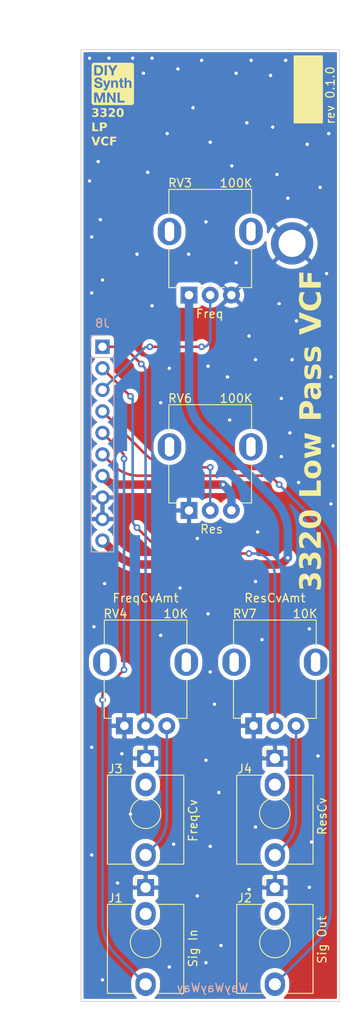
<source format=kicad_pcb>
(kicad_pcb (version 20221018) (generator pcbnew)
  (title_block (title "Eurorack 3320 Low Pass VCF") (date "2024-02-16") (rev "0.1.0") (company "DIYSynthMNL") (comment 1 "This version is a prototype"))
  (layers (0 "F.Cu" signal) (31 "B.Cu" signal) (34 "B.Paste" user) (35 "F.Paste" user) (36 "B.SilkS" user "B.Silkscreen") (37 "F.SilkS" user "F.Silkscreen") (38 "B.Mask" user) (39 "F.Mask" user) (44 "Edge.Cuts" user))
  (net 0 "")
  (net 1 "Board_0-/3320_Control_Board/CB_+12V")
  (net 2 "Board_0-/3320_Control_Board/CB_-12V")
  (net 3 "Board_0-/3320_Control_Board/CB_GND")
  (net 4 "Board_0-/3320_Control_Board/Freq_control")
  (net 5 "Board_0-/3320_Control_Board/Freq_cv")
  (net 6 "Board_0-/3320_Control_Board/Res_control")
  (net 7 "Board_0-/3320_Control_Board/Res_cv")
  (net 8 "Board_0-/3320_Control_Board/Sig_in")
  (net 9 "Board_0-/3320_Control_Board/Sig_out")
  (net 10 "Board_0-Net-(J3-PadT)")
  (net 11 "Board_0-Net-(J4-PadT)")
  (net 12 "Board_0-unconnected-(J1-PadTN)")
  (net 13 "Board_0-unconnected-(J2-PadTN)")
  (net 14 "Board_0-unconnected-(J3-PadTN)")
  (net 15 "Board_0-unconnected-(J4-PadTN)")
  (footprint "DIYSynthMNL:Potentiometer_RV09_BigPads" (layer "F.Cu") (at 138.38 99.756 90)
    (fp_text reference "RV4")
    (fp_text value "10K")
  )
  (footprint "DIYSynthMNL:AudioJack_3.5mm_long_pads" (layer "F.Cu") (at 140.88 103.596)
    (fp_text reference "J3")
    (fp_text value "FreqCv")
  )
  (footprint "DIYSynthMNL:Potentiometer_RV09_BigPads" (layer "F.Cu") (at 146 74.356 90)
    (fp_text reference "RV6")
    (fp_text value "100K")
  )
  (footprint "DIYSynthMNL:MountingHole_M3_Standoff_Pad" (layer "F.Cu") (at 158.152 42.86)
    (fp_text reference "H2")
    (fp_text value "MountingHole_Pad" hide)
  )
  (footprint "DIYSynthMNL:Potentiometer_RV09_BigPads" (layer "F.Cu") (at 153.62 99.756 90)
    (fp_text reference "RV7")
    (fp_text value "10K")
  )
  (footprint "DIYSynthMNL:AudioJack_3.5mm_long_pads" (layer "F.Cu") (at 156.12 103.596)
    (fp_text reference "J4")
    (fp_text value "ResCv")
  )
  (footprint "DIYSynthMNL:AudioJack_3.5mm_long_pads" (layer "F.Cu") (at 156.12 118.836)
    (fp_text reference "J2")
    (fp_text value "Sig Out")
  )
  (footprint "PCM_kikit:Board" (layer "F.Cu") (at 133.26 20)
    (fp_text reference "B")
    (fp_text value "Board")
  )
  (footprint "DIYSynthMNL:AudioJack_3.5mm_long_pads" (layer "F.Cu") (at 140.88 118.836)
    (fp_text reference "J1")
    (fp_text value "Sig In")
  )
  (footprint "DIYSynthMNL:Potentiometer_RV09_BigPads" (layer "F.Cu") (at 146 48.956 90)
    (fp_text reference "RV3")
    (fp_text value "100K")
  )
  (footprint "Connector_PinSocket_2.54mm:PinSocket_1x10_P2.54mm_Vertical" (layer "B.Cu") (at 135.8 55.052 180)
    (fp_text reference "J8")
    (fp_text value "Ctrl")
  )
  (gr_rect (start 158.406 20.762) (end 161.708 28.636) (stroke (width 0.15)) (fill solid) (layer "F.SilkS"))
  (gr_poly (pts (xy 139.229414 21.548368) (xy 139.244646 21.549519) (xy 139.259651 21.551415) (xy 139.274411 21.554037) (xy 139.288908 21.557366) (xy 139.303123 21.561385) (xy 139.317038 21.566074) (xy 139.330634 21.571416) (xy 139.343892 21.577391) (xy 139.356794 21.583981) (xy 139.369322 21.591168) (xy 139.381457 21.598933) (xy 139.39318 21.607258) (xy 139.404473 21.616123) (xy 139.415318 21.625512) (xy 139.425696 21.635404) (xy 139.435588 21.645782) (xy 139.444977 21.656627) (xy 139.453842 21.66792) (xy 139.462167 21.679643) (xy 139.469932 21.691778) (xy 139.477119 21.704306) (xy 139.483709 21.717208) (xy 139.489684 21.730466) (xy 139.495026 21.744062) (xy 139.499715 21.757977) (xy 139.503734 21.772192) (xy 139.507063 21.786689) (xy 139.509685 21.801449) (xy 139.511581 21.816455) (xy 139.512732 21.831686) (xy 139.51312 21.847126) (xy 139.51312 26.248834) (xy 139.512732 26.264274) (xy 139.511581 26.279506) (xy 139.509685 26.294511) (xy 139.507063 26.309271) (xy 139.503734 26.323768) (xy 139.499715 26.337983) (xy 139.495026 26.351898) (xy 139.489684 26.365494) (xy 139.483709 26.378752) (xy 139.477119 26.391654) (xy 139.469932 26.404182) (xy 139.462167 26.416317) (xy 139.453842 26.42804) (xy 139.444977 26.439334) (xy 139.435588 26.450178) (xy 139.425696 26.460556) (xy 139.415318 26.470448) (xy 139.404473 26.479837) (xy 139.39318 26.488702) (xy 139.381457 26.497027) (xy 139.369322 26.504792) (xy 139.356794 26.511979) (xy 139.343892 26.518569) (xy 139.330634 26.524544) (xy 139.317038 26.529886) (xy 139.303123 26.534575) (xy 139.288908 26.538594) (xy 139.274411 26.541923) (xy 139.259651 26.544545) (xy 139.244646 26.546441) (xy 139.229414 26.547592) (xy 139.213974 26.54798) (xy 134.812266 26.54798) (xy 134.796826 26.547592) (xy 134.781595 26.546441) (xy 134.766589 26.544545) (xy 134.751829 26.541923) (xy 134.737332 26.538594) (xy 134.723117 26.534575) (xy 134.709202 26.529886) (xy 134.695606 26.524544) (xy 134.682348 26.518569) (xy 134.669446 26.511979) (xy 134.656918 26.504792) (xy 134.644783 26.497027) (xy 134.63306 26.488702) (xy 134.621766 26.479837) (xy 134.610922 26.470448) (xy 134.600544 26.460556) (xy 134.590652 26.450178) (xy 134.581263 26.439334) (xy 134.572398 26.42804) (xy 134.564073 26.416317) (xy 134.556308 26.404182) (xy 134.549121 26.391654) (xy 134.542531 26.378752) (xy 134.536556 26.365494) (xy 134.531214 26.351898) (xy 134.526525 26.337983) (xy 134.522506 26.323768) (xy 134.519177 26.309271) (xy 134.516555 26.294511) (xy 134.514659 26.279506) (xy 134.513508 26.264274) (xy 134.513121 26.248834) (xy 134.513121 26.179145) (xy 134.817676 26.179145) (xy 134.8177 26.183742) (xy 134.817774 26.188336) (xy 134.817899 26.192928) (xy 134.818074 26.197518) (xy 134.818302 26.202109) (xy 134.818583 26.2067) (xy 134.818917 26.211294) (xy 134.819306 26.215891) (xy 134.819547 26.217951) (xy 134.819854 26.219951) (xy 134.820227 26.22189) (xy 134.820664 26.223767) (xy 134.821167 26.225581) (xy 134.821735 26.227331) (xy 134.822369 26.229018) (xy 134.823068 26.23064) (xy 134.823832 26.232197) (xy 134.824661 26.233687) (xy 134.825556 26.235111) (xy 134.826516 26.236468) (xy 134.827542 26.237756) (xy 134.828633 26.238975) (xy 134.829789 26.240125) (xy 134.831011 26.241205) (xy 134.832284 26.242224) (xy 134.833596 26.243192) (xy 134.834946 26.244108) (xy 134.836335 26.244973) (xy 134.837762 26.245786) (xy 134.839228 26.246547) (xy 134.840734 26.247256) (xy 134.842278 26.247913) (xy 134.843861 26.248518) (xy 134.845484 26.24907) (xy 134.847146 26.24957) (xy 134.848848 26.250017) (xy 134.850589 26.250412) (xy 134.85237 26.250753) (xy 134.854191 26.251041) (xy 134.856053 26.251276) (xy 134.976365 26.251276) (xy 134.979718 26.2513) (xy 134.983084 26.251374) (xy 134.986459 26.251499) (xy 134.989839 26.251674) (xy 134.993218 26.251902) (xy 134.996593 26.252183) (xy 134.99996 26.252517) (xy 135.003313 26.252906) (xy 135.00663 26.252845) (xy 135.009892 26.252666) (xy 135.013099 26.252374) (xy 135.016254 26.251972) (xy 135.019355 26.251466) (xy 135.022406 26.25086) (xy 135.025405 26.250158) (xy 135.028355 26.249366) (xy 135.030608 26.248916) (xy 135.032769 26.248402) (xy 135.034838 26.247824) (xy 135.036815 26.247183) (xy 135.0387 26.246476) (xy 135.040492 26.245706) (xy 135.042194 26.24487) (xy 135.043803 26.243969) (xy 135.044574 26.243494) (xy 135.045321 26.243003) (xy 135.046046 26.242495) (xy 135.046748 26.241971) (xy 135.047427 26.241431) (xy 135.048083 26.240874) (xy 135.048717 26.240301) (xy 135.049328 26.239711) (xy 135.049916 26.239105) (xy 135.050481 26.238482) (xy 135.051024 26.237842) (xy 135.051544 26.237186) (xy 135.052042 26.236513) (xy 135.052516 26.235824) (xy 135.052968 26.235118) (xy 135.053398 26.234395) (xy 135.054204 26.23333) (xy 135.054956 26.232225) (xy 135.055653 26.23108) (xy 135.056295 26.229895) (xy 135.056884 26.228671) (xy 135.05742 26.227408) (xy 135.057902 26.226105) (xy 135.058332 26.224762) (xy 135.058709 26.223381) (xy 135.059035 26.22196) (xy 135.05931 26.2205) (xy 135.059533 26.219002) (xy 135.059707 26.217464) (xy 135.05983 26.215888) (xy 135.059903 26.214273) (xy 135.059928 26.21262) (xy 135.059928 25.659242) (xy 135.060699 25.650009) (xy 135.061303 25.640733) (xy 135.061529 25.636092) (xy 135.061697 25.631456) (xy 135.061802 25.626832) (xy 135.061838 25.622223) (xy 135.061838 25.585477) (xy 135.061801 25.58216) (xy 135.061695 25.578898) (xy 135.061526 25.57569) (xy 135.061299 25.572536) (xy 135.06102 25.569434) (xy 135.060695 25.566384) (xy 135.060329 25.563385) (xy 135.059928 25.560435) (xy 135.059988 25.557118) (xy 135.060167 25.553856) (xy 135.06046 25.550648) (xy 135.060862 25.547494) (xy 135.061368 25.544392) (xy 135.061974 25.541342) (xy 135.062676 25.538343) (xy 135.063468 25.535393) (xy 135.064251 25.532466) (xy 135.064924 25.52954) (xy 135.065487 25.526613) (xy 135.065943 25.523687) (xy 135.066294 25.520761) (xy 135.066542 25.517835) (xy 135.066689 25.514909) (xy 135.066738 25.511984) (xy 135.066771 25.510545) (xy 135.066872 25.509155) (xy 135.067039 25.507814) (xy 135.067148 25.507163) (xy 135.067273 25.506524) (xy 135.067415 25.505898) (xy 135.067573 25.505285) (xy 135.067748 25.504684) (xy 135.06794 25.504096) (xy 135.068147 25.503521) (xy 135.068372 25.502959) (xy 135.068612 25.50241) (xy 135.068869 25.501874) (xy 135.069142 25.501351) (xy 135.069432 25.500841) (xy 135.069738 25.500344) (xy 135.07006 25.49986) (xy 135.070398 25.49939) (xy 135.070752 25.498933) (xy 135.071123 25.498489) (xy 135.071509 25.498059) (xy 135.071912 25.497643) (xy 135.072331 25.497239) (xy 135.072765 25.49685) (xy 135.073216 25.496474) (xy 135.073683 25.496111) (xy 135.074165 25.495763) (xy 135.074664 25.495428) (xy 135.075178 25.495107) (xy 135.075797 25.494715) (xy 135.076399 25.494375) (xy 135.076694 25.494225) (xy 135.076985 25.494088) (xy 135.077271 25.493964) (xy 135.077554 25.493852) (xy 135.077833 25.493754) (xy 135.078108 25.49367) (xy 135.078379 25.493598) (xy 135.078647 25.493539) (xy 135.078911 25.493493) (xy 135.079172 25.49346) (xy 135.079429 25.493441) (xy 135.079683 25.493434) (xy 135.079933 25.493441) (xy 135.080181 25.49346) (xy 135.080425 25.493493) (xy 135.080666 25.493539) (xy 135.080904 25.493598) (xy 135.081139 25.49367) (xy 135.081372 25.493754) (xy 135.081601 25.493852) (xy 135.081828 25.493964) (xy 135.082053 25.494088) (xy 135.082274 25.494225) (xy 135.082494 25.494375) (xy 135.082711 25.494538) (xy 135.082925 25.494715) (xy 135.083138 25.494904) (xy 135.083348 25.495107) (xy 135.083769 25.495325) (xy 135.084192 25.495559) (xy 135.084617 25.495809) (xy 135.085043 25.496074) (xy 135.085471 25.496353) (xy 135.085899 25.496647) (xy 135.086327 25.496955) (xy 135.086756 25.497276) (xy 135.087185 25.49761) (xy 135.087614 25.497956) (xy 135.088041 25.498315) (xy 135.088468 25.498686) (xy 135.088893 25.499068) (xy 135.089317 25.49946) (xy 135.090158 25.500277) (xy 135.092645 25.504167) (xy 135.095088 25.508312) (xy 135.097485 25.512714) (xy 135.099832 25.517376) (xy 135.102126 25.5223) (xy 135.104365 25.527486) (xy 135.106546 25.532938) (xy 135.108667 25.538657) (xy 135.113179 25.548741) (xy 135.11752 25.558926) (xy 135.121695 25.569213) (xy 135.125708 25.579603) (xy 135.129565 25.590098) (xy 135.133269 25.600699) (xy 135.136827 25.611406) (xy 135.140241 25.622222) (xy 135.147059 25.643887) (xy 135.154114 25.665376) (xy 135.161378 25.686655) (xy 135.168822 25.707692) (xy 135.175401 25.725348) (xy 135.181763 25.743204) (xy 135.187915 25.761268) (xy 135.193864 25.779552) (xy 135.199816 25.797737) (xy 135.205968 25.815502) (xy 135.212329 25.832848) (xy 135.218907 25.849779) (xy 135.22092 25.853961) (xy 135.222775 25.858146) (xy 135.224473 25.862332) (xy 135.226014 25.866519) (xy 135.227399 25.870706) (xy 135.228627 25.874892) (xy 135.229698 25.879077) (xy 135.230612 25.883259) (xy 135.231893 25.887441) (xy 135.233225 25.891626) (xy 135.23461 25.895812) (xy 135.236047 25.899999) (xy 135.237536 25.904186) (xy 135.239077 25.908372) (xy 135.240671 25.912557) (xy 135.242317 25.916739) (xy 135.242519 25.917162) (xy 135.242706 25.917593) (xy 135.24288 25.918034) (xy 135.24304 25.918486) (xy 135.243187 25.918948) (xy 135.243321 25.919421) (xy 135.243441 25.919906) (xy 135.243549 25.920404) (xy 135.243643 25.920915) (xy 135.243724 25.92144) (xy 135.243793 25.921979) (xy 135.243849 25.922533) (xy 135.243892 25.923103) (xy 135.243923 25.923688) (xy 135.243941 25.92429) (xy 135.243947 25.924909) (xy 135.244376 25.92614) (xy 135.244817 25.927324) (xy 135.245267 25.92846) (xy 135.245721 25.929546) (xy 135.246175 25.93058) (xy 135.246623 25.931559) (xy 135.247063 25.932483) (xy 135.247487 25.933349) (xy 135.249135 25.937532) (xy 135.250729 25.941716) (xy 135.25227 25.945902) (xy 135.253758 25.950089) (xy 135.255194 25.954276) (xy 135.256578 25.958463) (xy 135.257911 25.962647) (xy 135.259192 25.96683) (xy 135.260498 25.970987) (xy 135.261905 25.975098) (xy 135.263414 25.97916) (xy 135.265027 25.983171) (xy 135.266744 25.98713) (xy 135.268566 25.991035) (xy 135.270494 25.994884) (xy 135.272529 25.998677) (xy 135.272731 25.999303) (xy 135.272919 25.999931) (xy 135.273254 26.001188) (xy 135.273534 26.002448) (xy 135.273762 26.003709) (xy 135.273937 26.00497) (xy 135.274061 26.00623) (xy 135.274135 26.00749) (xy 135.274159 26.008747) (xy 135.274576 26.009601) (xy 135.274987 26.010494) (xy 135.275393 26.011429) (xy 135.275798 26.012413) (xy 135.276202 26.013448) (xy 135.276607 26.014541) (xy 135.277016 26.015696) (xy 135.277429 26.016917) (xy 135.279489 26.02199) (xy 135.281492 26.027172) (xy 135.283438 26.032462) (xy 135.285331 26.037858) (xy 135.287172 26.043358) (xy 135.288963 26.048961) (xy 135.290705 26.054665) (xy 135.2924 26.060469) (xy 135.294107 26.065883) (xy 135.29588 26.071252) (xy 135.297715 26.076574) (xy 135.299606 26.081846) (xy 135.301549 26.087066) (xy 135.303539 26.092231) (xy 135.305572 26.097339) (xy 135.307643 26.102387) (xy 135.312543 26.117358) (xy 135.31458 26.122406) (xy 135.316509 26.127513) (xy 135.318331 26.132679) (xy 135.320048 26.137899) (xy 135.32166 26.143171) (xy 135.323168 26.148493) (xy 135.324575 26.153862) (xy 135.325881 26.159276) (xy 135.327588 26.164287) (xy 135.329361 26.16929) (xy 135.331196 26.174288) (xy 135.333087 26.179282) (xy 135.33702 26.189274) (xy 135.341124 26.199289) (xy 135.347395 26.213464) (xy 135.352829 26.225964) (xy 135.353487 26.227213) (xy 135.354207 26.228451) (xy 135.35499 26.229679) (xy 135.355835 26.230895) (xy 135.356744 26.232099) (xy 135.357717 26.233291) (xy 135.358755 26.234471) (xy 135.359857 26.235638) (xy 135.361025 26.236792) (xy 135.362258 26.237932) (xy 135.363558 26.239059) (xy 135.364924 26.240172) (xy 135.366358 26.24127) (xy 135.367859 26.242353) (xy 135.369428 26.24342) (xy 135.371066 26.244473) (xy 135.371929 26.245089) (xy 135.372846 26.245682) (xy 135.373817 26.24625) (xy 135.374841 26.246794) (xy 135.375918 26.247313) (xy 135.377048 26.247807) (xy 135.37823 26.248275) (xy 135.379465 26.248718) (xy 135.380753 26.249134) (xy 135.382092 26.249524) (xy 135.383483 26.249886) (xy 135.384926 26.250222) (xy 135.38642 26.250529) (xy 135.387966 26.250809) (xy 135.389562 26.25106) (xy 135.391209 26.251283) (xy 135.394575 26.251672) (xy 135.397984 26.252006) (xy 135.40144 26.252286) (xy 135.404946 26.252514) (xy 135.408503 26.25269) (xy 135.412116 26.252814) (xy 135.415787 26.252888) (xy 135.419518 26.252913) (xy 135.451366 26.252913) (xy 135.455476 26.252524) (xy 135.459439 26.25219) (xy 135.463253 26.251909) (xy 135.466913 26.251682) (xy 135.470416 26.251506) (xy 135.473759 26.251382) (xy 135.476937 26.251307) (xy 135.479947 26.251283) (xy 135.518327 26.251283) (xy 135.521205 26.25049) (xy 135.523983 26.249789) (xy 135.526661 26.249183) (xy 135.529236 26.248677) (xy 135.531707 26.248275) (xy 135.53407 26.247982) (xy 135.535212 26.247878) (xy 135.536326 26.247804) (xy 135.537412 26.247758) (xy 135.53847 26.247743) (xy 135.539514 26.247512) (xy 135.540555 26.247242) (xy 135.541595 26.24693) (xy 135.542633 26.246579) (xy 135.543669 26.246187) (xy 135.544705 26.245756) (xy 135.545739 26.245285) (xy 135.546774 26.244775) (xy 135.547808 26.244226) (xy 135.548842 26.243638) (xy 135.549878 26.243011) (xy 135.550914 26.242346) (xy 135.551951 26.241642) (xy 135.55299 26.2409) (xy 135.554031 26.24012) (xy 135.555074 26.239303) (xy 135.5561 26.238455) (xy 135.557086 26.237584) (xy 135.558033 26.236688) (xy 135.558941 26.235768) (xy 135.55981 26.234824) (xy 135.56064 26.233854) (xy 135.56143 26.232859) (xy 135.562181 26.231838) (xy 135.562893 26.23079) (xy 135.563566 26.229717) (xy 135.564199 26.228616) (xy 135.564793 26.227489) (xy 135.565348 26.226333) (xy 135.565864 26.22515) (xy 135.566341 26.223939) (xy 135.566779 26.222699) (xy 135.569291 26.217571) (xy 135.571811 26.212227) (xy 135.574333 26.206675) (xy 135.57685 26.200923) (xy 135.578887 26.196326) (xy 135.580816 26.191732) (xy 135.582638 26.18714) (xy 135.584355 26.18255) (xy 135.585966 26.177959) (xy 135.587475 26.173367) (xy 135.588882 26.168774) (xy 135.590188 26.164177) (xy 135.591494 26.159189) (xy 135.592901 26.15426) (xy 135.59441 26.149387) (xy 135.596023 26.144568) (xy 135.59774 26.139802) (xy 135.599562 26.135086) (xy 135.60149 26.130418) (xy 135.603525 26.125797) (xy 135.603932 26.12517) (xy 135.604317 26.124542) (xy 135.60468 26.123914) (xy 135.605019 26.123285) (xy 135.605334 26.122655) (xy 135.605625 26.122025) (xy 135.605891 26.121395) (xy 135.606131 26.120765) (xy 135.606345 26.120134) (xy 135.606533 26.119503) (xy 135.606693 26.118873) (xy 135.606826 26.118243) (xy 135.606929 26.117613) (xy 135.607004 26.116983) (xy 135.60705 26.116354) (xy 135.607065 26.115726) (xy 135.607077 26.115099) (xy 135.607114 26.114471) (xy 135.607176 26.113843) (xy 135.607262 26.113214) (xy 135.607374 26.112584) (xy 135.607512 26.111954) (xy 135.607675 26.111324) (xy 135.607864 26.110694) (xy 135.608079 26.110063) (xy 135.60832 26.109433) (xy 135.608588 26.108802) (xy 135.608883 26.108172) (xy 135.609205 26.107542) (xy 135.609554 26.106912) (xy 135.609931 26.106283) (xy 135.610335 26.105655) (xy 135.619329 26.08142) (xy 135.627911 26.057203) (xy 135.636075 26.032986) (xy 135.643815 26.008752) (xy 135.647656 25.996229) (xy 135.651653 25.983749) (xy 135.655807 25.971315) (xy 135.660118 25.95893) (xy 135.664585 25.946597) (xy 135.669209 25.934319) (xy 135.67399 25.922101) (xy 135.678929 25.909944) (xy 135.680551 25.905762) (xy 135.682071 25.901577) (xy 135.683488 25.897391) (xy 135.684801 25.893204) (xy 135.68601 25.889017) (xy 135.687113 25.884831) (xy 135.68811 25.880646) (xy 135.689 25.876464) (xy 135.69028 25.872318) (xy 135.691613 25.868238) (xy 135.692997 25.86422) (xy 135.694434 25.860258) (xy 135.695923 25.856349) (xy 135.697465 25.852488) (xy 135.699059 25.848669) (xy 135.700705 25.844889) (xy 135.702717 25.840706) (xy 135.704572 25.836522) (xy 135.70627 25.832336) (xy 135.707812 25.828149) (xy 135.709196 25.823962) (xy 135.710424 25.819776) (xy 135.711495 25.815591) (xy 135.71241 25.811409) (xy 135.71369 25.807251) (xy 135.715023 25.80314) (xy 135.716407 25.799078) (xy 135.717844 25.795067) (xy 135.719333 25.791108) (xy 135.720875 25.787203) (xy 135.722468 25.783354) (xy 135.724115 25.779562) (xy 135.724521 25.778935) (xy 135.724898 25.778307) (xy 135.725248 25.777679) (xy 135.725571 25.77705) (xy 135.725866 25.77642) (xy 135.726134 25.77579) (xy 135.726375 25.77516) (xy 135.72659 25.77453) (xy 135.726778 25.773899) (xy 135.726941 25.773269) (xy 135.727077 25.772638) (xy 135.727189 25.772008) (xy 135.727275 25.771378) (xy 135.727336 25.770748) (xy 135.727373 25.770119) (xy 135.727385 25.769491) (xy 135.727397 25.76866) (xy 135.727434 25.767843) (xy 135.727495 25.76704) (xy 135.727582 25.766249) (xy 135.727694 25.765472) (xy 135.727831 25.764708) (xy 135.727994 25.763958) (xy 135.728183 25.76322) (xy 135.728399 25.762496) (xy 135.72864 25.761784) (xy 135.728908 25.761086) (xy 135.729203 25.7604) (xy 135.729525 25.759727) (xy 135.729874 25.759068) (xy 135.73025 25.75842) (xy 135.730655 25.757786) (xy 135.734717 25.746905) (xy 135.738557 25.73601) (xy 135.742188 25.725116) (xy 135.745626 25.714235) (xy 135.747332 25.708808) (xy 135.749105 25.703396) (xy 135.752831 25.692595) (xy 135.756764 25.681793) (xy 135.760869 25.670954) (xy 135.76148 25.669699) (xy 135.762063 25.668443) (xy 135.763142 25.665926) (xy 135.76411 25.663405) (xy 135.76497 25.660883) (xy 135.765725 25.658361) (xy 135.76638 25.65584) (xy 135.766936 25.653323) (xy 135.767399 25.650811) (xy 135.774209 25.630668) (xy 135.779097 25.617272) (xy 135.783747 25.603857) (xy 135.788187 25.590441) (xy 135.792446 25.577045) (xy 135.797474 25.56379) (xy 135.802517 25.550768) (xy 135.812589 25.525327) (xy 135.819399 25.508723) (xy 135.820032 25.50748) (xy 135.820679 25.50626) (xy 135.821339 25.505063) (xy 135.822012 25.50389) (xy 135.822697 25.502742) (xy 135.823396 25.501619) (xy 135.824108 25.50052) (xy 135.824833 25.499448) (xy 135.825571 25.498401) (xy 135.826322 25.497382) (xy 135.827086 25.496389) (xy 135.827864 25.495423) (xy 135.828654 25.494486) (xy 135.829457 25.493577) (xy 135.830274 25.492697) (xy 135.831104 25.491846) (xy 135.831313 25.491632) (xy 135.83152 25.491408) (xy 135.831726 25.491173) (xy 135.831931 25.490926) (xy 135.832135 25.490667) (xy 135.832338 25.490396) (xy 135.83254 25.490112) (xy 135.832742 25.489816) (xy 135.833146 25.489184) (xy 135.833552 25.488496) (xy 135.83396 25.487751) (xy 135.834374 25.486946) (xy 135.834799 25.486549) (xy 135.835239 25.486192) (xy 135.835693 25.485875) (xy 135.836162 25.485597) (xy 135.836644 25.485359) (xy 135.837141 25.485161) (xy 135.83765 25.485001) (xy 135.838174 25.484881) (xy 135.83871 25.4848) (xy 135.839259 25.484758) (xy 135.839821 25.484754) (xy 135.840395 25.48479) (xy 135.840982 25.484864) (xy 135.841581 25.484976) (xy 135.842191 25.485127) (xy 135.842814 25.485316) (xy 135.844029 25.485772) (xy 135.845167 25.486303) (xy 135.846228 25.486912) (xy 135.84721 25.487596) (xy 135.848114 25.488358) (xy 135.848941 25.489197) (xy 135.849689 25.490114) (xy 135.850358 25.491109) (xy 135.85095 25.492182) (xy 135.851462 25.493334) (xy 135.851896 25.494565) (xy 135.852252 25.495876) (xy 135.852529 25.497266) (xy 135.852726 25.498737) (xy 135.852845 25.500288) (xy 135.852885 25.50192) (xy 135.852934 25.505237) (xy 135.853082 25.508499) (xy 135.853331 25.511706) (xy 135.853683 25.514861) (xy 135.85414 25.517963) (xy 135.854703 25.521013) (xy 135.855374 25.524012) (xy 135.856155 25.526962) (xy 135.856552 25.528643) (xy 135.856909 25.53034) (xy 135.857227 25.532052) (xy 135.857505 25.53378) (xy 135.857743 25.535523) (xy 135.857941 25.53728) (xy 135.858101 25.53905) (xy 135.858221 25.540835) (xy 135.858302 25.542632) (xy 135.858344 25.544442) (xy 135.858311 25.548099) (xy 135.858125 25.5518) (xy 135.857785 25.555543) (xy 135.857785 25.62577) (xy 135.857883 25.635982) (xy 135.858183 25.646574) (xy 135.858692 25.657584) (xy 135.859415 25.66905) (xy 135.859415 26.212644) (xy 135.859442 26.214298) (xy 135.859524 26.215913) (xy 135.859661 26.217489) (xy 135.859852 26.219027) (xy 135.860096 26.220526) (xy 135.860393 26.221986) (xy 135.860744 26.223407) (xy 135.861147 26.224789) (xy 135.861603 26.226131) (xy 135.86211 26.227435) (xy 135.862669 26.228698) (xy 135.863279 26.229923) (xy 135.86394 26.231107) (xy 135.864651 26.232252) (xy 135.865413 26.233356) (xy 135.866225 26.234421) (xy 135.867067 26.235641) (xy 135.86792 26.236797) (xy 135.868785 26.237887) (xy 135.869662 26.238913) (xy 135.870551 26.239873) (xy 135.871453 26.240768) (xy 135.872367 26.241598) (xy 135.873294 26.242363) (xy 135.874234 26.243062) (xy 135.875187 26.243696) (xy 135.876154 26.244264) (xy 135.877134 26.244767) (xy 135.878128 26.245205) (xy 135.879136 26.245577) (xy 135.880159 26.245884) (xy 135.881196 26.246124) (xy 135.883756 26.246577) (xy 135.886421 26.247091) (xy 135.892063 26.248293) (xy 135.898124 26.249703) (xy 135.904605 26.251294) (xy 136.063568 26.251294) (xy 136.065429 26.251058) (xy 136.06725 26.250768) (xy 136.069031 26.250426) (xy 136.070773 26.250031) (xy 136.072474 26.249584) (xy 136.074137 26.249084) (xy 136.075759 26.248532) (xy 136.077343 26.247927) (xy 136.078887 26.247271) (xy 136.080392 26.246562) (xy 136.081858 26.245802) (xy 136.083285 26.244989) (xy 136.084674 26.244125) (xy 136.086024 26.243209) (xy 136.087336 26.242242) (xy 136.08861 26.241224) (xy 136.089825 26.240143) (xy 136.090963 26.238993) (xy 136.092024 26.237773) (xy 136.093006 26.236485) (xy 136.09391 26.235128) (xy 136.094736 26.233704) (xy 136.095484 26.232214) (xy 136.096154 26.230657) (xy 136.096745 26.229035) (xy 136.097258 26.227349) (xy 136.097692 26.225598) (xy 136.098048 26.223785) (xy 136.098324 26.221908) (xy 136.098522 26.21997) (xy 136.098641 26.21797) (xy 136.09868 26.21591) (xy 136.09907 26.211313) (xy 136.099405 26.206719) (xy 136.099685 26.202127) (xy 136.099913 26.197537) (xy 136.100088 26.192946) (xy 136.100212 26.188354) (xy 136.100286 26.183761) (xy 136.10031 26.179164) (xy 136.10031 26.16745) (xy 136.334399 26.16745) (xy 136.334497 26.181276) (xy 136.334797 26.194301) (xy 136.335305 26.20649) (xy 136.33564 26.212259) (xy 136.336028 26.217807) (xy 136.336518 26.220471) (xy 136.33715 26.223026) (xy 136.337925 26.225475) (xy 136.338844 26.227817) (xy 136.339905 26.230052) (xy 136.34111 26.232182) (xy 136.342458 26.234206) (xy 136.34395 26.236125) (xy 136.345586 26.237939) (xy 136.347365 26.239649) (xy 136.349289 26.241256) (xy 136.351357 26.242759) (xy 136.353568 26.24416) (xy 136.355925 26.245458) (xy 136.358425 26.246654) (xy 136.361071 26.247749) (xy 136.363631 26.248541) (xy 136.366296 26.249243) (xy 136.369065 26.249849) (xy 136.371938 26.250355) (xy 136.374916 26.250757) (xy 136.377999 26.25105) (xy 136.381187 26.251228) (xy 136.384479 26.251289) (xy 136.513502 26.251289) (xy 136.518014 26.251253) (xy 136.522355 26.251147) (xy 136.52653 26.250977) (xy 136.530543 26.25075) (xy 136.5344 26.250471) (xy 136.538105 26.250146) (xy 136.541662 26.24978) (xy 136.545077 26.249379) (xy 136.546932 26.249137) (xy 136.548735 26.24883) (xy 136.550486 26.248458) (xy 136.552184 26.24802) (xy 136.55383 26.247518) (xy 136.555424 26.246949) (xy 136.556966 26.246316) (xy 136.558455 26.245617) (xy 136.559892 26.244853) (xy 136.561277 26.244023) (xy 136.562609 26.243129) (xy 136.563889 26.242168) (xy 136.565117 26.241143) (xy 136.566292 26.240052) (xy 136.567415 26.238896) (xy 136.568486 26.237674) (xy 136.5695 26.236153) (xy 136.57045 26.234516) (xy 136.571337 26.232763) (xy 136.572158 26.230893) (xy 136.572916 26.228907) (xy 136.573608 26.226804) (xy 136.574236 26.224584) (xy 136.574798 26.222247) (xy 136.575295 26.219792) (xy 136.575726 26.217219) (xy 136.576092 26.214528) (xy 136.576392 26.211719) (xy 136.576625 26.208791) (xy 136.576792 26.205744) (xy 136.576892 26.202579) (xy 136.576926 26.199294) (xy 136.576926 26.180785) (xy 136.577322 26.179741) (xy 136.577679 26.1787) (xy 136.577997 26.17766) (xy 136.578274 26.176622) (xy 136.578512 26.175586) (xy 136.578711 26.174551) (xy 136.57887 26.173516) (xy 136.57899 26.172482) (xy 136.579072 26.171447) (xy 136.579114 26.170413) (xy 136.579117 26.169377) (xy 136.579082 26.168341) (xy 136.579008 26.167304) (xy 136.578895 26.166265) (xy 136.578745 26.165224) (xy 136.578555 26.164181) (xy 136.578555 25.526966) (xy 136.578809 25.525098) (xy 136.579153 25.523259) (xy 136.579587 25.521446) (xy 136.580111 25.519662) (xy 136.580725 25.517904) (xy 136.58143 25.516173) (xy 136.582226 25.514468) (xy 136.583114 25.51279) (xy 136.584093 25.511139) (xy 136.585163 25.509513) (xy 136.586326 25.507913) (xy 136.587581 25.506338) (xy 136.588928 25.504789) (xy 136.590368 25.503265) (xy 136.5919 25.501765) (xy 136.593526 25.500291) (xy 136.595795 25.500361) (xy 136.596906 25.500448) (xy 136.598001 25.500571) (xy 136.599081 25.500729) (xy 136.600145 25.500923) (xy 136.601193 25.501151) (xy 136.602225 25.501416) (xy 136.603242 25.501715) (xy 136.604242 25.50205) (xy 136.605227 25.502421) (xy 136.606195 25.502827) (xy 136.607147 25.503269) (xy 136.608084 25.503747) (xy 136.609003 25.504261) (xy 136.609907 25.50481) (xy 136.610794 25.505396) (xy 136.611665 25.506017) (xy 136.61252 25.506674) (xy 136.613358 25.507368) (xy 136.614179 25.508098) (xy 136.614984 25.508864) (xy 136.615772 25.509666) (xy 136.616544 25.510504) (xy 136.618036 25.512291) (xy 136.619462 25.514223) (xy 136.620819 25.516302) (xy 136.622107 25.518528) (xy 136.633017 25.534075) (xy 136.64225 25.547109) (xy 136.665261 25.58509) (xy 136.687435 25.622235) (xy 136.69914 25.640032) (xy 136.710844 25.658282) (xy 136.722548 25.67695) (xy 136.734253 25.696001) (xy 136.984948 26.097227) (xy 136.992393 26.109031) (xy 136.996049 26.115007) (xy 136.999657 26.121035) (xy 137.003212 26.127114) (xy 137.006711 26.133247) (xy 137.010151 26.139435) (xy 137.013529 26.145678) (xy 137.043472 26.192497) (xy 137.048501 26.200765) (xy 137.053544 26.208838) (xy 137.058586 26.216702) (xy 137.063615 26.224344) (xy 137.064901 26.225997) (xy 137.066249 26.227612) (xy 137.067661 26.229188) (xy 137.069136 26.230726) (xy 137.070675 26.232225) (xy 137.072278 26.233685) (xy 137.073946 26.235106) (xy 137.075679 26.236488) (xy 137.077477 26.237831) (xy 137.079341 26.239134) (xy 137.081271 26.240398) (xy 137.083268 26.241622) (xy 137.085331 26.242806) (xy 137.087461 26.243951) (xy 137.089659 26.245055) (xy 137.091924 26.24612) (xy 137.093191 26.246728) (xy 137.094485 26.247301) (xy 137.095804 26.247837) (xy 137.097149 26.248336) (xy 137.098521 26.248799) (xy 137.099918 26.249223) (xy 137.101342 26.249609) (xy 137.102792 26.249957) (xy 137.104268 26.250266) (xy 137.10577 26.250534) (xy 137.107298 26.250763) (xy 137.108853 26.250951) (xy 137.110433 26.251099) (xy 137.11204 26.251204) (xy 137.113674 26.251268) (xy 137.115333 26.25129) (xy 137.29607 26.25129) (xy 137.308214 26.248285) (xy 137.313347 26.247082) (xy 137.315676 26.246569) (xy 137.317845 26.24612) (xy 137.319084 26.245676) (xy 137.320295 26.24518) (xy 137.321477 26.244634) (xy 137.322632 26.244035) (xy 137.32376 26.243385) (xy 137.32486 26.242683) (xy 137.325934 26.241929) (xy 137.326981 26.241123) (xy 137.328002 26.240264) (xy 137.328998 26.239354) (xy 137.329968 26.23839) (xy 137.330913 26.237374) (xy 137.331834 26.236306) (xy 137.332729 26.235184) (xy 137.333601 26.234009) (xy 137.334449 26.232782) (xy 137.335254 26.231493) (xy 137.335997 26.230136) (xy 137.336677 26.228711) (xy 137.337294 26.227218) (xy 137.337847 26.225658) (xy 137.338337 26.224032) (xy 137.338762 26.22234) (xy 137.339122 26.220581) (xy 137.339417 26.218758) (xy 137.339647 26.216869) (xy 137.33981 26.214916) (xy 137.339906 26.212899) (xy 137.339936 26.210819) (xy 137.339898 26.208675) (xy 137.339853 26.207731) (xy 137.572082 26.207731) (xy 137.572106 26.209593) (xy 137.57218 26.211414) (xy 137.572302 26.213195) (xy 137.572475 26.214937) (xy 137.572698 26.216638) (xy 137.572972 26.2183) (xy 137.573297 26.219923) (xy 137.573674 26.221507) (xy 137.574104 26.223051) (xy 137.574586 26.224556) (xy 137.575121 26.226022) (xy 137.57571 26.227449) (xy 137.576353 26.228838) (xy 137.577051 26.230188) (xy 137.577803 26.2315) (xy 137.578612 26.232774) (xy 137.579689 26.234406) (xy 137.580831 26.235958) (xy 137.582038 26.237429) (xy 137.583309 26.238819) (xy 137.584645 26.24013) (xy 137.586046 26.241361) (xy 137.587511 26.242513) (xy 137.589043 26.243586) (xy 137.590639 26.24458) (xy 137.592301 26.245497) (xy 137.594028 26.246336) (xy 137.595822 26.247097) (xy 137.597681 26.247782) (xy 137.599605 26.24839) (xy 137.601597 26.248922) (xy 137.603654 26.249377) (xy 137.608336 26.249767) (xy 137.613182 26.250102) (xy 137.618191 26.250382) (xy 137.623358 26.25061) (xy 137.634162 26.250909) (xy 137.645572 26.251007) (xy 138.369629 26.251007) (xy 138.37169 26.250983) (xy 138.373689 26.25091) (xy 138.375628 26.250787) (xy 138.377505 26.250614) (xy 138.379319 26.250391) (xy 138.38107 26.250117) (xy 138.382756 26.249792) (xy 138.384378 26.249415) (xy 138.385935 26.248986) (xy 138.387426 26.248503) (xy 138.388849 26.247968) (xy 138.390206 26.247379) (xy 138.391494 26.246736) (xy 138.392714 26.246039) (xy 138.393863 26.245286) (xy 138.394943 26.244477) (xy 138.396182 26.243817) (xy 138.397393 26.243088) (xy 138.398575 26.242292) (xy 138.39973 26.241429) (xy 138.400858 26.2405) (xy 138.401958 26.239504) (xy 138.403032 26.238442) (xy 138.404079 26.237314) (xy 138.4051 26.236121) (xy 138.406096 26.234863) (xy 138.407066 26.233541) (xy 138.408011 26.232154) (xy 138.408931 26.230703) (xy 138.409827 26.229188) (xy 138.410699 26.22761) (xy 138.411547 26.225969) (xy 138.411944 26.224912) (xy 138.412302 26.223834) (xy 138.412619 26.222733) (xy 138.412897 26.221609) (xy 138.413135 26.22046) (xy 138.413334 26.219288) (xy 138.413493 26.21809) (xy 138.413613 26.216867) (xy 138.413694 26.215618) (xy 138.413736 26.214342) (xy 138.413739 26.21304) (xy 138.413704 26.211709) (xy 138.413629 26.21035) (xy 138.413517 26.208962) (xy 138.413366 26.207545) (xy 138.413177 26.206097) (xy 138.413177 26.072177) (xy 138.413143 26.070315) (xy 138.413043 26.068494) (xy 138.412875 26.066713) (xy 138.412641 26.064972) (xy 138.412341 26.06327) (xy 138.411975 26.061608) (xy 138.411543 26.059985) (xy 138.411046 26.058402) (xy 138.410483 26.056857) (xy 138.409855 26.055352) (xy 138.409163 26.053886) (xy 138.408405 26.052459) (xy 138.407584 26.05107) (xy 138.406699 26.04972) (xy 138.40575 26.048408) (xy 138.404737 26.047135) (xy 138.404067 26.046311) (xy 138.40331 26.045513) (xy 138.402466 26.04474) (xy 138.401534 26.043993) (xy 138.400513 26.043271) (xy 138.399403 26.042576) (xy 138.398203 26.041906) (xy 138.396912 26.041263) (xy 138.39553 26.040645) (xy 138.394055 26.040054) (xy 138.392488 26.039489) (xy 138.390827 26.038951) (xy 138.389072 26.038439) (xy 138.387222 26.037954) (xy 138.385276 26.037495) (xy 138.383234 26.037064) (xy 138.379417 26.03628) (xy 138.375494 26.035608) (xy 138.371465 26.035045) (xy 138.36733 26.034589) (xy 138.363091 26.034238) (xy 138.358748 26.03399) (xy 138.354302 26.033842) (xy 138.349754 26.033794) (xy 138.345121 26.033429) (xy 138.340422 26.033169) (xy 138.335662 26.033013) (xy 138.330846 26.032961) (xy 138.325977 26.033013) (xy 138.321061 26.033169) (xy 138.316101 26.033429) (xy 138.311102 26.033794) (xy 137.88484 26.033794) (xy 137.880542 26.033708) (xy 137.876426 26.033452) (xy 137.874437 26.033261) (xy 137.872494 26.033026) (xy 137.870596 26.032749) (xy 137.868744 26.032429) (xy 137.866938 26.032067) (xy 137.865178 26.031662) (xy 137.863463 26.031215) (xy 137.861794 26.030725) (xy 137.860171 26.030193) (xy 137.858594 26.029618) (xy 137.857062 26.029001) (xy 137.855576 26.028341) (xy 137.854136 26.027639) (xy 137.852742 26.026894) (xy 137.851393 26.026107) (xy 137.85009 26.025277) (xy 137.848833 26.024405) (xy 137.847622 26.023491) (xy 137.846456 26.022534) (xy 137.845336 26.021535) (xy 137.844262 26.020493) (xy 137.843233 26.019409) (xy 137.84225 26.018283) (xy 137.841313 26.017115) (xy 137.840422 26.015904) (xy 137.839577 26.014651) (xy 137.838777 26.013355) (xy 137.838023 26.012017) (xy 137.837206 26.009896) (xy 137.83643 26.007715) (xy 137.8357 26.005476) (xy 137.835018 26.003182) (xy 137.834388 26.000835) (xy 137.833815 25.998439) (xy 137.833302 25.995996) (xy 137.832853 25.993509) (xy 137.832853 25.953496) (xy 137.832069 25.950569) (xy 137.831397 25.947643) (xy 137.830834 25.944716) (xy 137.830378 25.94179) (xy 137.830027 25.938864) (xy 137.829779 25.935938) (xy 137.829631 25.933012) (xy 137.829583 25.930087) (xy 137.829971 25.926746) (xy 137.830306 25.92341) (xy 137.830586 25.920079) (xy 137.830814 25.91675) (xy 137.830989 25.91342) (xy 137.831114 25.910089) (xy 137.831188 25.906753) (xy 137.831212 25.903412) (xy 137.831212 25.105601) (xy 137.831179 25.103124) (xy 137.831078 25.100711) (xy 137.830911 25.098362) (xy 137.830677 25.096078) (xy 137.830377 25.093857) (xy 137.830011 25.091702) (xy 137.829579 25.089611) (xy 137.829081 25.087585) (xy 137.828518 25.085625) (xy 137.827891 25.083731) (xy 137.827198 25.081902) (xy 137.826441 25.080139) (xy 137.82562 25.078443) (xy 137.824734 25.076813) (xy 137.823785 25.07525) (xy 137.822772 25.073754) (xy 137.821689 25.072336) (xy 137.820529 25.07101) (xy 137.819292 25.069776) (xy 137.817977 25.068632) (xy 137.816586 25.067581) (xy 137.815116 25.066621) (xy 137.813569 25.065752) (xy 137.811943 25.064975) (xy 137.810239 25.064289) (xy 137.808457 25.063695) (xy 137.806596 25.063192) (xy 137.804655 25.06278) (xy 137.802635 25.06246) (xy 137.800536 25.062232) (xy 137.798356 25.062095) (xy 137.796097 25.062049) (xy 137.79189 25.061661) (xy 137.787632 25.061326) (xy 137.783321 25.061046) (xy 137.778958 25.060818) (xy 137.774543 25.060642) (xy 137.770076 25.060518) (xy 137.765556 25.060444) (xy 137.760983 25.060419) (xy 137.618896 25.060419) (xy 137.6189 25.060422) (xy 137.618479 25.060623) (xy 137.618055 25.060811) (xy 137.61763 25.060985) (xy 137.617204 25.061145) (xy 137.616777 25.061292) (xy 137.616348 25.061425) (xy 137.61592 25.061546) (xy 137.615491 25.061653) (xy 137.615062 25.061747) (xy 137.614634 25.061829) (xy 137.614206 25.061897) (xy 137.613779 25.061953) (xy 137.613354 25.061997) (xy 137.612931 25.062027) (xy 137.612509 25.062046) (xy 137.61209 25.062052) (xy 137.611673 25.061857) (xy 137.61126 25.061688) (xy 137.61085 25.061545) (xy 137.610442 25.061428) (xy 137.610036 25.061337) (xy 137.609632 25.061271) (xy 137.609228 25.061232) (xy 137.608825 25.061219) (xy 137.608422 25.061232) (xy 137.608018 25.061271) (xy 137.607613 25.061337) (xy 137.607207 25.061428) (xy 137.606799 25.061545) (xy 137.606389 25.061688) (xy 137.605976 25.061857) (xy 137.60556 25.062052) (xy 137.603101 25.062707) (xy 137.600743 25.063418) (xy 137.598487 25.064183) (xy 137.596332 25.065003) (xy 137.594279 25.065878) (xy 137.59233 25.066805) (xy 137.590483 25.067786) (xy 137.588741 25.06882) (xy 137.587103 25.069906) (xy 137.58557 25.071043) (xy 137.584143 25.072232) (xy 137.58347 25.072846) (xy 137.582822 25.073472) (xy 137.582202 25.074111) (xy 137.581608 25.074762) (xy 137.581041 25.075426) (xy 137.580501 25.076102) (xy 137.579988 25.07679) (xy 137.579502 25.077491) (xy 137.579043 25.078204) (xy 137.578612 25.078929) (xy 137.578 25.08) (xy 137.577418 25.081124) (xy 137.576864 25.082299) (xy 137.576339 25.083527) (xy 137.575841 25.084807) (xy 137.575371 25.08614) (xy 137.574927 25.087524) (xy 137.574511 25.088961) (xy 137.57412 25.09045) (xy 137.573755 25.091991) (xy 137.573101 25.095231) (xy 137.572544 25.09868) (xy 137.572082 25.102338) (xy 137.572082 26.207731) (xy 137.339853 26.207731) (xy 137.339793 26.206469) (xy 137.339619 26.2042) (xy 137.339619 25.142359) (xy 137.33952 25.128673) (xy 137.33922 25.116043) (xy 137.338993 25.11012) (xy 137.338712 25.104457) (xy 137.338378 25.099053) (xy 137.337989 25.093908) (xy 137.337702 25.091241) (xy 137.337258 25.088676) (xy 137.336657 25.086214) (xy 137.336298 25.085022) (xy 137.335899 25.083855) (xy 137.335462 25.082714) (xy 137.334985 25.081599) (xy 137.334469 25.08051) (xy 137.333914 25.079447) (xy 137.33332 25.07841) (xy 137.332686 25.077398) (xy 137.332014 25.076413) (xy 137.331302 25.075454) (xy 137.330551 25.074521) (xy 137.329761 25.073614) (xy 137.328931 25.072734) (xy 137.328062 25.07188) (xy 137.327155 25.071052) (xy 137.326208 25.07025) (xy 137.325221 25.069475) (xy 137.324196 25.068726) (xy 137.322027 25.067308) (xy 137.319702 25.065997) (xy 137.317219 25.064792) (xy 137.31458 25.063694) (xy 137.313313 25.063288) (xy 137.31202 25.06291) (xy 137.309355 25.062238) (xy 137.306586 25.061675) (xy 137.303713 25.061219) (xy 137.300734 25.060868) (xy 137.297652 25.06062) (xy 137.294464 25.060472) (xy 137.291171 25.060424) (xy 137.162154 25.060424) (xy 137.157618 25.060448) (xy 137.153203 25.060522) (xy 137.148903 25.060647) (xy 137.144714 25.060822) (xy 137.140629 25.06105) (xy 137.136643 25.06133) (xy 137.132751 25.061665) (xy 137.128946 25.062053) (xy 137.127293 25.062301) (xy 137.125678 25.062627) (xy 137.124101 25.06303) (xy 137.122564 25.063511) (xy 137.121065 25.06407) (xy 137.119605 25.064707) (xy 137.118184 25.065422) (xy 137.116802 25.066215) (xy 137.115459 25.067087) (xy 137.114156 25.068037) (xy 137.112892 25.069066) (xy 137.111668 25.070173) (xy 137.110484 25.071359) (xy 137.109339 25.072624) (xy 137.108234 25.073968) (xy 137.10717 25.075391) (xy 137.105954 25.077102) (xy 137.104816 25.07889) (xy 137.103756 25.080756) (xy 137.102774 25.0827) (xy 137.101869 25.084722) (xy 137.101043 25.086821) (xy 137.100295 25.088999) (xy 137.099625 25.091255) (xy 137.099034 25.093589) (xy 137.098521 25.096002) (xy 137.098087 25.098494) (xy 137.097732 25.101064) (xy 137.097455 25.103714) (xy 137.097257 25.106442) (xy 137.097139 25.10925) (xy 137.097099 25.112137) (xy 137.097099 25.130645) (xy 137.096711 25.132341) (xy 137.096376 25.134083) (xy 137.096096 25.135874) (xy 137.095868 25.137715) (xy 137.095692 25.139608) (xy 137.095568 25.141554) (xy 137.095494 25.143557) (xy 137.095469 25.145616) (xy 137.095858 25.147714) (xy 137.096192 25.149822) (xy 137.096473 25.151938) (xy 137.0967 25.154057) (xy 137.096876 25.156176) (xy 137.097001 25.158291) (xy 137.097075 25.160398) (xy 137.097099 25.162493) (xy 137.097099 25.747724) (xy 137.097463 25.751041) (xy 137.097724 25.754303) (xy 137.09788 25.757511) (xy 137.097932 25.760665) (xy 137.09788 25.763767) (xy 137.097724 25.766817) (xy 137.097463 25.769816) (xy 137.097099 25.772766) (xy 137.096315 25.776083) (xy 137.095643 25.779346) (xy 137.09508 25.782553) (xy 137.094624 25.785708) (xy 137.094273 25.78881) (xy 137.094025 25.79186) (xy 137.093878 25.794859) (xy 137.093829 25.797809) (xy 137.093783 25.799241) (xy 137.093726 25.799935) (xy 137.093646 25.800613) (xy 137.093543 25.801275) (xy 137.093417 25.801922) (xy 137.093269 25.802553) (xy 137.093097 25.803169) (xy 137.092903 25.803769) (xy 137.092685 25.804353) (xy 137.092445 25.804921) (xy 137.092182 25.805473) (xy 137.091896 25.806009) (xy 137.091588 25.806529) (xy 137.091256 25.807033) (xy 137.090902 25.80752) (xy 137.090524 25.807991) (xy 137.090124 25.808446) (xy 137.089701 25.808885) (xy 137.089255 25.809306) (xy 137.088787 25.809711) (xy 137.088295 25.8101) (xy 137.087781 25.810472) (xy 137.087244 25.810827) (xy 137.086684 25.811165) (xy 137.086101 25.811486) (xy 137.085495 25.81179) (xy 137.084867 25.812077) (xy 137.084215 25.812346) (xy 137.083541 25.812599) (xy 137.082844 25.812834) (xy 137.082124 25.813052) (xy 137.081497 25.813444) (xy 137.08087 25.813784) (xy 137.080241 25.814071) (xy 137.079612 25.814306) (xy 137.078983 25.814489) (xy 137.078353 25.81462) (xy 137.077723 25.814698) (xy 137.077092 25.814725) (xy 137.076462 25.814698) (xy 137.075831 25.81462) (xy 137.075201 25.814489) (xy 137.07457 25.814306) (xy 137.07394 25.814071) (xy 137.073311 25.813784) (xy 137.072682 25.813444) (xy 137.072053 25.813052) (xy 137.070823 25.812208) (xy 137.069639 25.811356) (xy 137.068503 25.810501) (xy 137.067417 25.809643) (xy 137.066383 25.808786) (xy 137.065403 25.807932) (xy 137.064479 25.807083) (xy 137.063613 25.806242) (xy 137.062374 25.805192) (xy 137.061164 25.804132) (xy 137.059981 25.803062) (xy 137.058826 25.801981) (xy 137.057699 25.800889) (xy 137.056598 25.799786) (xy 137.055525 25.79867) (xy 137.054477 25.797542) (xy 137.053456 25.7964) (xy 137.05246 25.795245) (xy 137.05149 25.794076) (xy 137.050545 25.792893) (xy 137.049625 25.791694) (xy 137.048729 25.79048) (xy 137.047857 25.789251) (xy 137.047009 25.788005) (xy 137.045719 25.785493) (xy 137.044357 25.782976) (xy 137.042929 25.780455) (xy 137.041442 25.777933) (xy 137.039902 25.775411) (xy 137.038316 25.77289) (xy 137.03669 25.770373) (xy 137.035032 25.767862) (xy 137.020087 25.746) (xy 137.005353 25.723911) (xy 136.990827 25.701613) (xy 136.976509 25.679125) (xy 136.963057 25.655813) (xy 136.949435 25.632706) (xy 136.935603 25.609807) (xy 136.921525 25.587122) (xy 136.892121 25.539575) (xy 136.862468 25.492252) (xy 136.802575 25.398217) (xy 136.68553 25.207679) (xy 136.625375 25.112138) (xy 136.623265 25.108796) (xy 136.621114 25.105461) (xy 136.618918 25.10213) (xy 136.616674 25.0988) (xy 136.614378 25.095471) (xy 136.612025 25.092139) (xy 136.609613 25.088804) (xy 136.607138 25.085462) (xy 136.606057 25.083815) (xy 136.604907 25.082219) (xy 136.603687 25.080674) (xy 136.602399 25.079179) (xy 136.601042 25.077736) (xy 136.599618 25.076345) (xy 136.598128 25.075006) (xy 136.596571 25.073719) (xy 136.594949 25.072483) (xy 136.593263 25.071301) (xy 136.591512 25.070171) (xy 136.589699 25.069094) (xy 136.587822 25.06807) (xy 136.585884 25.067099) (xy 136.583884 25.066182) (xy 136.581824 25.065319) (xy 136.580134 25.064516) (xy 136.578409 25.063782) (xy 136.576649 25.063114) (xy 136.574852 25.062514) (xy 136.573018 25.061981) (xy 136.571147 25.061515) (xy 136.569238 25.061114) (xy 136.56729 25.060779) (xy 136.565303 25.06051) (xy 136.563277 25.060305) (xy 136.56121 25.060165) (xy 136.559102 25.060089) (xy 136.556952 25.060077) (xy 136.55476 25.060128) (xy 136.552526 25.060242) (xy 136.550248 25.060419) (xy 136.37958 25.060419) (xy 136.379588 25.060422) (xy 136.378722 25.060446) (xy 136.377799 25.06052) (xy 136.37682 25.060645) (xy 136.375787 25.06082) (xy 136.374702 25.061048) (xy 136.373566 25.061329) (xy 136.37238 25.061663) (xy 136.371148 25.062052) (xy 136.364618 25.062052) (xy 136.362567 25.062707) (xy 136.360594 25.063417) (xy 136.3587 25.064183) (xy 136.356884 25.065003) (xy 136.355146 25.065877) (xy 136.353487 25.066805) (xy 136.351907 25.067786) (xy 136.350405 25.068819) (xy 136.348981 25.069905) (xy 136.347636 25.071043) (xy 136.346369 25.072232) (xy 136.34518 25.073471) (xy 136.34407 25.074761) (xy 136.343038 25.076101) (xy 136.342084 25.07749) (xy 136.341209 25.078929) (xy 136.340397 25.080422) (xy 136.339636 25.081977) (xy 136.338924 25.083594) (xy 136.338263 25.085273) (xy 136.337653 25.087016) (xy 136.337094 25.088821) (xy 136.336587 25.090691) (xy 136.336131 25.092626) (xy 136.335728 25.094626) (xy 136.335377 25.096692) (xy 136.33508 25.098824) (xy 136.334835 25.101023) (xy 136.334645 25.103291) (xy 136.334508 25.105626) (xy 136.334426 25.10803) (xy 136.334399 25.110504) (xy 136.334399 26.16745) (xy 136.10031 26.16745) (xy 136.10031 25.105616) (xy 136.100237 25.102135) (xy 136.100018 25.0988) (xy 136.099854 25.097186) (xy 136.099653 25.095609) (xy 136.099416 25.094068) (xy 136.099143 25.092564) (xy 136.098833 25.091095) (xy 136.098487 25.089663) (xy 136.098106 25.088267) (xy 136.097687 25.086907) (xy 136.097233 25.085583) (xy 136.096743 25.084295) (xy 136.096217 25.083043) (xy 136.095655 25.081827) (xy 136.095057 25.080647) (xy 136.094423 25.079503) (xy 136.093753 25.078395) (xy 136.093047 25.077322) (xy 136.092306 25.076285) (xy 136.091528 25.075285) (xy 136.090716 25.074319) (xy 136.089867 25.07339) (xy 136.088983 25.072496) (xy 136.088063 25.071638) (xy 136.087108 25.070816) (xy 136.086118 25.070029) (xy 136.085092 25.069277) (xy 136.08403 25.068561) (xy 136.082933 25.067881) (xy 136.081801 25.067236) (xy 136.080724 25.066425) (xy 136.079582 25.065663) (xy 136.078375 25.064951) (xy 136.077104 25.06429) (xy 136.075768 25.06368) (xy 136.074367 25.063121) (xy 136.072902 25.062614) (xy 136.07137 25.062158) (xy 136.069774 25.061755) (xy 136.068112 25.061405) (xy 136.066385 25.061107) (xy 136.064591 25.060863) (xy 136.062733 25.060672) (xy 136.060808 25.060536) (xy 136.058816 25.060453) (xy 136.056759 25.060426) (xy 135.769046 25.060426) (xy 135.767185 25.06046) (xy 135.765364 25.06056) (xy 135.763583 25.060728) (xy 135.761841 25.060961) (xy 135.76014 25.061262) (xy 135.758477 25.061628) (xy 135.756855 25.06206) (xy 135.755271 25.062557) (xy 135.753727 25.06312) (xy 135.752222 25.063748) (xy 135.750756 25.06444) (xy 135.749328 25.065197) (xy 135.74794 25.066019) (xy 135.74659 25.066904) (xy 135.745278 25.067853) (xy 135.744004 25.068866) (xy 135.742367 25.069931) (xy 135.740798 25.071037) (xy 135.739297 25.072181) (xy 135.737864 25.073366) (xy 135.736498 25.07459) (xy 135.735199 25.075854) (xy 135.733966 25.077157) (xy 135.732798 25.0785) (xy 135.731696 25.079881) (xy 135.730659 25.081302) (xy 135.729685 25.082762) (xy 135.728776 25.08426) (xy 135.72793 25.085798) (xy 135.727147 25.087374) (xy 135.726426 25.088989) (xy 135.725767 25.090642) (xy 135.715696 25.117317) (xy 135.698819 25.170668) (xy 135.694657 25.183338) (xy 135.690516 25.196245) (xy 135.682215 25.222657) (xy 135.615255 25.430072) (xy 135.548295 25.633948) (xy 135.541716 25.653196) (xy 135.535354 25.672464) (xy 135.529201 25.691732) (xy 135.523252 25.71098) (xy 135.518027 25.72946) (xy 135.512384 25.748125) (xy 135.506323 25.766999) (xy 135.499843 25.786106) (xy 135.497331 25.793022) (xy 135.494811 25.800376) (xy 135.492289 25.80815) (xy 135.489772 25.81632) (xy 135.489114 25.818359) (xy 135.488394 25.820296) (xy 135.487611 25.822129) (xy 135.486766 25.823859) (xy 135.485857 25.825484) (xy 135.484884 25.827006) (xy 135.483846 25.828424) (xy 135.482744 25.829737) (xy 135.482169 25.830355) (xy 135.481577 25.830946) (xy 135.480968 25.831511) (xy 135.480343 25.83205) (xy 135.479702 25.832563) (xy 135.479044 25.833049) (xy 135.478369 25.833509) (xy 135.477677 25.833943) (xy 135.476969 25.83435) (xy 135.476244 25.834731) (xy 135.475502 25.835086) (xy 135.474743 25.835414) (xy 135.473966 25.835716) (xy 135.473173 25.835992) (xy 135.472363 25.83624) (xy 135.471535 25.836463) (xy 135.471114 25.83686) (xy 135.470691 25.837217) (xy 135.470266 25.837535) (xy 135.46984 25.837813) (xy 135.469412 25.838051) (xy 135.468984 25.838249) (xy 135.46877 25.838334) (xy 135.468555 25.838409) (xy 135.468341 25.838474) (xy 135.468126 25.838529) (xy 135.467912 25.838574) (xy 135.467698 25.83861) (xy 135.467483 25.838636) (xy 135.467269 25.838652) (xy 135.467055 25.838658) (xy 135.466842 25.838655) (xy 135.466628 25.838642) (xy 135.466415 25.838619) (xy 135.466202 25.838587) (xy 135.46599 25.838545) (xy 135.465778 25.838494) (xy 135.465566 25.838433) (xy 135.465355 25.838362) (xy 135.465144 25.838282) (xy 135.464725 25.838093) (xy 135.458195 25.834822) (xy 135.457169 25.83418) (xy 135.456183 25.833506) (xy 135.455236 25.832802) (xy 135.454328 25.832068) (xy 135.453459 25.831306) (xy 135.45263 25.830515) (xy 135.451839 25.829697) (xy 135.451088 25.828852) (xy 135.450376 25.827981) (xy 135.449704 25.827085) (xy 135.44907 25.826164) (xy 135.448476 25.825219) (xy 135.447921 25.82425) (xy 135.447405 25.823259) (xy 135.446928 25.822247) (xy 135.44649 25.821213) (xy 135.43968 25.804609) (xy 135.436388 25.79622) (xy 135.433201 25.787776) (xy 135.430118 25.77928) (xy 135.42714 25.77073) (xy 135.424266 25.762128) (xy 135.421497 25.753474) (xy 135.418832 25.74477) (xy 135.416271 25.736015) (xy 135.413711 25.72726) (xy 135.411046 25.718555) (xy 135.408277 25.709902) (xy 135.405404 25.7013) (xy 135.402425 25.69275) (xy 135.399343 25.684253) (xy 135.396155 25.67581) (xy 135.392862 25.667421) (xy 135.373128 25.613825) (xy 135.354045 25.560049) (xy 135.33559 25.506064) (xy 135.317737 25.451841) (xy 135.300665 25.397673) (xy 135.282925 25.343895) (xy 135.264558 25.290534) (xy 135.245605 25.237621) (xy 135.235669 25.209575) (xy 135.23072 25.195859) (xy 135.225734 25.182365) (xy 135.223612 25.175292) (xy 135.221431 25.168286) (xy 135.216898 25.154455) (xy 135.212155 25.140833) (xy 135.207225 25.127381) (xy 135.197154 25.097167) (xy 135.196502 25.09511) (xy 135.1958 25.093118) (xy 135.195048 25.091193) (xy 135.194245 25.089334) (xy 135.193392 25.08754) (xy 135.192487 25.085812) (xy 135.191531 25.08415) (xy 135.190523 25.082553) (xy 135.189462 25.081022) (xy 135.188349 25.079556) (xy 135.187184 25.078155) (xy 135.185965 25.076819) (xy 135.184692 25.075548) (xy 135.183366 25.074342) (xy 135.181985 25.073201) (xy 135.18055 25.072124) (xy 135.178615 25.070707) (xy 135.176575 25.06938) (xy 135.174428 25.068146) (xy 135.172176 25.067003) (xy 135.169819 25.065951) (xy 135.167357 25.064991) (xy 135.16479 25.064122) (xy 135.162118 25.063345) (xy 135.159342 25.062659) (xy 135.156461 25.062065) (xy 135.153476 25.061562) (xy 135.150387 25.061151) (xy 135.147195 25.060831) (xy 135.143899 25.060602) (xy 135.1405 25.060465) (xy 135.136998 25.060419) (xy 134.864528 25.060419) (xy 134.864501 25.060421) (xy 134.86408 25.060622) (xy 134.863656 25.06081) (xy 134.863231 25.060984) (xy 134.862805 25.061144) (xy 134.862378 25.061291) (xy 134.86195 25.061425) (xy 134.861521 25.061545) (xy 134.861092 25.061652) (xy 134.860663 25.061747) (xy 134.860235 25.061828) (xy 134.859807 25.061897) (xy 134.85938 25.061952) (xy 134.858955 25.061996) (xy 134.858532 25.062027) (xy 134.85811 25.062045) (xy 134.857691 25.062051) (xy 134.85727 25.061856) (xy 134.856846 25.061687) (xy 134.856422 25.061544) (xy 134.855995 25.061427) (xy 134.855568 25.061336) (xy 134.85514 25.061271) (xy 134.854711 25.061231) (xy 134.854282 25.061218) (xy 134.853853 25.061231) (xy 134.853425 25.061271) (xy 134.852997 25.061336) (xy 134.852571 25.061427) (xy 134.852145 25.061544) (xy 134.851722 25.061687) (xy 134.8513 25.061856) (xy 134.850881 25.062051) (xy 134.848426 25.062706) (xy 134.846077 25.063417) (xy 134.843834 25.064182) (xy 134.841696 25.065002) (xy 134.839664 25.065877) (xy 134.837738 25.066804) (xy 134.835916 25.067785) (xy 134.834199 25.068819) (xy 134.832587 25.069905) (xy 134.831079 25.071042) (xy 134.829674 25.072231) (xy 134.828374 25.073471) (xy 134.827763 25.07411) (xy 134.827177 25.074761) (xy 134.826618 25.075425) (xy 134.826084 25.076101) (xy 134.825576 25.076789) (xy 134.825093 25.07749) (xy 134.824637 25.078203) (xy 134.824206 25.078928) (xy 134.823795 25.079788) (xy 134.8234 25.080697) (xy 134.823021 25.081654) (xy 134.822655 25.08266) (xy 134.821968 25.084824) (xy 134.821336 25.087191) (xy 134.820756 25.089768) (xy 134.820226 25.092559) (xy 134.819744 25.095567) (xy 134.819306 25.098799) (xy 134.818916 25.10175) (xy 134.818582 25.104751) (xy 134.818301 25.107801) (xy 134.818074 25.110902) (xy 134.817898 25.114056) (xy 134.817774 25.117263) (xy 134.8177 25.120525) (xy 134.817676 25.123842) (xy 134.817676 26.179145) (xy 134.513121 26.179145) (xy 134.513121 24.159062) (xy 134.817692 24.159062) (xy 134.817712 24.16138) (xy 134.817808 24.163774) (xy 134.817979 24.166245) (xy 134.818417 24.170757) (xy 134.818899 24.175098) (xy 134.819429 24.179273) (xy 134.820009 24.183286) (xy 134.820641 24.187143) (xy 134.821328 24.190848) (xy 134.822073 24.194405) (xy 134.822879 24.19782) (xy 134.823662 24.200722) (xy 134.824335 24.203574) (xy 134.824898 24.206375) (xy 134.825354 24.209125) (xy 134.825705 24.211823) (xy 134.825953 24.214467) (xy 134.8261 24.217058) (xy 134.826149 24.219595) (xy 134.826601 24.222107) (xy 134.827115 24.224624) (xy 134.827689 24.227144) (xy 134.828317 24.229666) (xy 134.828998 24.232188) (xy 134.829728 24.234709) (xy 134.830502 24.237226) (xy 134.831319 24.239738) (xy 134.833244 24.246577) (xy 134.835257 24.253297) (xy 134.837359 24.259899) (xy 134.83955 24.266382) (xy 134.841831 24.272748) (xy 134.844202 24.278995) (xy 134.846663 24.285124) (xy 134.849215 24.291135) (xy 134.851858 24.297029) (xy 134.854594 24.302805) (xy 134.857422 24.308464) (xy 134.860343 24.314006) (xy 134.863357 24.319432) (xy 134.866465 24.32474) (xy 134.869667 24.329932) (xy 134.872965 24.335007) (xy 134.878269 24.343273) (xy 134.883731 24.351346) (xy 134.88935 24.359227) (xy 134.895127 24.366914) (xy 134.90106 24.374407) (xy 134.90715 24.381706) (xy 134.913397 24.38881) (xy 134.919801 24.395718) (xy 134.926362 24.40243) (xy 134.933079 24.408946) (xy 134.939953 24.415265) (xy 134.946984 24.421386) (xy 134.954171 24.427309) (xy 134.961515 24.433034) (xy 134.969015 24.43856) (xy 134.976672 24.443886) (xy 134.992462 24.453703) (xy 135.008892 24.463087) (xy 135.025956 24.472043) (xy 135.043651 24.480576) (xy 135.061974 24.488691) (xy 135.080919 24.496392) (xy 135.100484 24.503686) (xy 135.120665 24.510575) (xy 135.125311 24.512196) (xy 135.130053 24.513715) (xy 135.134894 24.515133) (xy 135.139836 24.516447) (xy 135.144882 24.517657) (xy 135.150036 24.518762) (xy 135.1553 24.51976) (xy 135.160678 24.52065) (xy 135.166092 24.521516) (xy 135.171461 24.522439) (xy 135.176783 24.523417) (xy 135.182055 24.52445) (xy 135.187274 24.525536) (xy 135.192438 24.526672) (xy 135.197545 24.527857) (xy 135.202591 24.52909) (xy 135.204651 24.529479) (xy 135.206653 24.529813) (xy 135.2086 24.530093) (xy 135.210493 24.530321) (xy 135.212334 24.530497) (xy 135.214124 24.530621) (xy 135.215867 24.530695) (xy 135.217562 24.53072) (xy 135.219257 24.531109) (xy 135.220999 24.531443) (xy 135.22279 24.531723) (xy 135.224631 24.531951) (xy 135.226524 24.532127) (xy 135.228471 24.532251) (xy 135.230473 24.532325) (xy 135.232533 24.53235) (xy 135.233794 24.532747) (xy 135.235069 24.533105) (xy 135.236358 24.533422) (xy 135.237661 24.5337) (xy 135.238977 24.533938) (xy 135.240306 24.534137) (xy 135.241649 24.534296) (xy 135.243005 24.534416) (xy 135.244373 24.534497) (xy 135.245755 24.534539) (xy 135.247149 24.534542) (xy 135.248556 24.534506) (xy 135.249976 24.534432) (xy 135.251408 24.53432) (xy 135.252852 24.534169) (xy 135.254309 24.53398) (xy 135.257626 24.53404) (xy 135.260888 24.534219) (xy 135.264096 24.534512) (xy 135.26725 24.534913) (xy 135.270352 24.53542) (xy 135.273403 24.536026) (xy 135.276402 24.536727) (xy 135.279352 24.53752) (xy 135.296222 24.53752) (xy 135.29849 24.537909) (xy 135.301115 24.538244) (xy 135.3041 24.538525) (xy 135.307449 24.538752) (xy 135.311163 24.538927) (xy 135.315246 24.539051) (xy 135.319701 24.539125) (xy 135.32453 24.539149) (xy 135.329371 24.539125) (xy 135.333857 24.539051) (xy 135.337984 24.538927) (xy 135.341749 24.538751) (xy 135.345147 24.538523) (xy 135.348176 24.538243) (xy 135.350832 24.537908) (xy 135.35311 24.53752) (xy 135.353533 24.537319) (xy 135.353964 24.537131) (xy 135.354405 24.536957) (xy 135.354857 24.536797) (xy 135.355319 24.53665) (xy 135.355792 24.536516) (xy 135.356277 24.536396) (xy 135.356775 24.536289) (xy 135.357286 24.536194) (xy 135.357811 24.536113) (xy 135.35835 24.536044) (xy 135.358904 24.535988) (xy 135.359473 24.535945) (xy 135.360059 24.535914) (xy 135.360661 24.535896) (xy 135.36128 24.53589) (xy 135.362902 24.536278) (xy 135.364422 24.536613) (xy 135.365839 24.536893) (xy 135.367153 24.537121) (xy 135.368361 24.537297) (xy 135.369464 24.537421) (xy 135.370461 24.537495) (xy 135.37092 24.537514) (xy 135.371351 24.53752) (xy 135.384689 24.53752) (xy 135.387201 24.536727) (xy 135.389718 24.536026) (xy 135.392239 24.53542) (xy 135.394761 24.534913) (xy 135.397283 24.534512) (xy 135.398544 24.534351) (xy 135.399804 24.534219) (xy 135.401063 24.534115) (xy 135.402321 24.53404) (xy 135.403577 24.533995) (xy 135.404832 24.53398) (xy 135.406296 24.534169) (xy 135.407759 24.53432) (xy 135.409222 24.534433) (xy 135.410686 24.534507) (xy 135.412149 24.534543) (xy 135.413612 24.53454) (xy 135.415075 24.534498) (xy 135.416538 24.534417) (xy 135.418001 24.534297) (xy 135.419465 24.534138) (xy 135.420928 24.53394) (xy 135.42239 24.533701) (xy 135.423853 24.533423) (xy 135.425316 24.533106) (xy 135.426779 24.532748) (xy 135.428241 24.53235) (xy 135.44077 24.529935) (xy 135.453283 24.527714) (xy 135.465796 24.5257) (xy 135.478325 24.52391) (xy 135.48458 24.523396) (xy 135.490798 24.522689) (xy 135.496975 24.521785) (xy 135.503105 24.520678) (xy 135.509182 24.519363) (xy 135.515202 24.517833) (xy 135.521159 24.516084) (xy 135.527048 24.51411) (xy 135.543544 24.508257) (xy 135.559596 24.502404) (xy 135.57523 24.496552) (xy 135.59047 24.490701) (xy 135.59836 24.487665) (xy 135.606141 24.484412) (xy 135.613816 24.480945) (xy 135.621385 24.477266) (xy 135.628849 24.473379) (xy 135.63621 24.469284) (xy 135.643469 24.464986) (xy 135.650627 24.460487) (xy 135.655557 24.457145) (xy 135.657954 24.455479) (xy 135.660301 24.453815) (xy 135.662595 24.452151) (xy 135.664834 24.450486) (xy 135.667015 24.448819) (xy 135.669135 24.447149) (xy 135.671611 24.445476) (xy 135.674024 24.443808) (xy 135.676377 24.442142) (xy 135.678674 24.440478) (xy 135.680918 24.438814) (xy 135.683114 24.437149) (xy 135.685264 24.435482) (xy 135.687373 24.433812) (xy 135.690274 24.431714) (xy 135.693126 24.429606) (xy 135.695928 24.42749) (xy 135.698678 24.425371) (xy 135.701376 24.423252) (xy 135.70402 24.421138) (xy 135.709148 24.416935) (xy 135.714078 24.411948) (xy 135.716475 24.409471) (xy 135.718822 24.406999) (xy 135.721116 24.404527) (xy 135.723355 24.40205) (xy 135.725536 24.399564) (xy 135.727656 24.397063) (xy 135.72829 24.39603) (xy 135.728937 24.395017) (xy 135.729597 24.394027) (xy 135.730269 24.393059) (xy 135.730955 24.392114) (xy 135.731654 24.391193) (xy 135.732366 24.390297) (xy 135.733091 24.389427) (xy 135.733829 24.388582) (xy 135.73458 24.387764) (xy 135.735344 24.386974) (xy 135.736121 24.386211) (xy 135.736912 24.385477) (xy 135.737715 24.384773) (xy 135.738532 24.384098) (xy 135.739361 24.383455) (xy 135.741034 24.381759) (xy 135.742703 24.380017) (xy 135.744369 24.378226) (xy 135.746033 24.376385) (xy 135.747697 24.374492) (xy 135.749362 24.372546) (xy 135.751029 24.370543) (xy 135.752699 24.368484) (xy 135.756809 24.362606) (xy 135.760772 24.35668) (xy 135.764586 24.350704) (xy 135.768246 24.344677) (xy 135.771749 24.338597) (xy 135.775092 24.332464) (xy 135.77827 24.326276) (xy 135.78128 24.320033) (xy 135.784171 24.31368) (xy 135.786992 24.307165) (xy 135.78975 24.300491) (xy 135.79245 24.293658) (xy 135.795097 24.286669) (xy 135.797699 24.279524) (xy 135.800259 24.272226) (xy 135.802783 24.264776) (xy 135.803992 24.260594) (xy 135.805105 24.256409) (xy 135.806118 24.252223) (xy 135.807028 24.248036) (xy 135.807834 24.243849) (xy 135.808532 24.239663) (xy 135.809119 24.235478) (xy 135.809593 24.231296) (xy 135.813002 24.214157) (xy 135.814713 24.205274) (xy 135.816403 24.196182) (xy 135.816403 24.16624) (xy 135.816795 24.165193) (xy 135.817135 24.164142) (xy 135.817422 24.163089) (xy 135.817658 24.162034) (xy 135.817841 24.160977) (xy 135.817971 24.159918) (xy 135.81805 24.158859) (xy 135.818076 24.157799) (xy 135.81805 24.156739) (xy 135.817971 24.15568) (xy 135.817841 24.154622) (xy 135.817658 24.153566) (xy 135.817422 24.152511) (xy 135.817135 24.151458) (xy 135.816795 24.150409) (xy 135.816403 24.149363) (xy 135.816294 24.139535) (xy 135.815966 24.13012) (xy 135.815425 24.12112) (xy 135.814671 24.112537) (xy 135.813708 24.104373) (xy 135.812539 24.096627) (xy 135.811166 24.089303) (xy 135.809593 24.082402) (xy 135.809391 24.081986) (xy 135.809204 24.081573) (xy 135.809029 24.081163) (xy 135.808869 24.080755) (xy 135.808722 24.080349) (xy 135.808588 24.079944) (xy 135.808468 24.07954) (xy 135.808361 24.079137) (xy 135.808267 24.078734) (xy 135.808185 24.07833) (xy 135.808117 24.077926) (xy 135.808061 24.07752) (xy 135.808018 24.077112) (xy 135.807988 24.076702) (xy 135.807969 24.076289) (xy 135.807963 24.075872) (xy 135.807939 24.074618) (xy 135.807865 24.07336) (xy 135.80774 24.072101) (xy 135.807564 24.07084) (xy 135.807337 24.069579) (xy 135.807056 24.068318) (xy 135.806722 24.067059) (xy 135.806333 24.065801) (xy 135.792996 24.032321) (xy 135.792353 24.030245) (xy 135.79168 24.028199) (xy 135.790242 24.024193) (xy 135.788689 24.020299) (xy 135.787026 24.016514) (xy 135.785258 24.012833) (xy 135.783392 24.009253) (xy 135.781433 24.005769) (xy 135.779386 24.002379) (xy 135.775814 23.996798) (xy 135.772204 23.991344) (xy 135.768557 23.986017) (xy 135.764872 23.980818) (xy 135.761148 23.975748) (xy 135.757386 23.970807) (xy 135.753586 23.965996) (xy 135.749746 23.961315) (xy 135.745868 23.956764) (xy 135.741949 23.952345) (xy 135.737991 23.948057) (xy 135.733994 23.943902) (xy 135.729956 23.939879) (xy 135.725877 23.93599) (xy 135.721758 23.932234) (xy 135.717597 23.928613) (xy 135.70944 23.921504) (xy 135.700858 23.914394) (xy 135.691852 23.907282) (xy 135.682426 23.900169) (xy 135.672582 23.893056) (xy 135.662322 23.885944) (xy 135.651649 23.878833) (xy 135.640565 23.871724) (xy 135.633334 23.867261) (xy 135.625854 23.863067) (xy 135.61812 23.859141) (xy 135.610129 23.855479) (xy 135.601876 23.852078) (xy 135.593358 23.848936) (xy 135.584571 23.846049) (xy 135.57551 23.843415) (xy 135.558051 23.838288) (xy 135.540795 23.832944) (xy 135.523749 23.827393) (xy 135.506916 23.82164) (xy 135.505869 23.821234) (xy 135.504819 23.820857) (xy 135.503766 23.820507) (xy 135.50271 23.820184) (xy 135.501653 23.819889) (xy 135.500595 23.819621) (xy 135.499535 23.81938) (xy 135.498476 23.819165) (xy 135.497416 23.818977) (xy 135.496357 23.818814) (xy 135.495299 23.818677) (xy 135.494242 23.818566) (xy 135.493187 23.81848) (xy 135.492135 23.818419) (xy 135.491086 23.818382) (xy 135.490039 23.81837) (xy 135.488996 23.818355) (xy 135.487954 23.818309) (xy 135.486915 23.818234) (xy 135.485877 23.818131) (xy 135.48484 23.817998) (xy 135.483805 23.817838) (xy 135.48277 23.817651) (xy 135.481736 23.817436) (xy 135.480702 23.817196) (xy 135.479667 23.81693) (xy 135.478632 23.816639) (xy 135.477596 23.816324) (xy 135.47552 23.815622) (xy 135.473436 23.81483) (xy 135.449927 23.808351) (xy 135.426219 23.80229) (xy 135.402302 23.796647) (xy 135.378167 23.791421) (xy 135.354854 23.785372) (xy 135.331747 23.77892) (xy 135.308849 23.77205) (xy 135.286164 23.764746) (xy 135.28114 23.763124) (xy 135.276106 23.761604) (xy 135.271065 23.760187) (xy 135.266021 23.758874) (xy 135.260977 23.757665) (xy 135.255936 23.756562) (xy 135.250902 23.755565) (xy 135.245879 23.754675) (xy 135.241282 23.75337) (xy 135.236688 23.751962) (xy 135.232096 23.750453) (xy 135.227506 23.74884) (xy 135.222915 23.747123) (xy 135.218323 23.745301) (xy 135.21373 23.743373) (xy 135.209133 23.741338) (xy 135.200902 23.737997) (xy 135.192933 23.734662) (xy 135.185226 23.73133) (xy 135.17778 23.728001) (xy 135.170596 23.724671) (xy 135.163673 23.72134) (xy 135.157011 23.718004) (xy 135.15061 23.714663) (xy 135.147723 23.712701) (xy 135.144915 23.710578) (xy 135.142187 23.708296) (xy 135.139538 23.705854) (xy 135.136967 23.703253) (xy 135.134476 23.700493) (xy 135.132063 23.697576) (xy 135.129729 23.694501) (xy 135.127473 23.69127) (xy 135.125295 23.687882) (xy 135.123195 23.684339) (xy 135.121173 23.680641) (xy 135.119229 23.676787) (xy 135.118718 23.67569) (xy 135.86759 23.67569) (xy 135.867645 23.677758) (xy 135.867791 23.679877) (xy 135.868029 23.682049) (xy 135.868359 23.684273) (xy 135.868781 23.686549) (xy 135.869295 23.688876) (xy 135.869901 23.691256) (xy 135.870598 23.693687) (xy 135.871389 23.69617) (xy 135.873401 23.700645) (xy 135.875256 23.704869) (xy 135.876954 23.708839) (xy 135.878495 23.712551) (xy 135.87988 23.716002) (xy 135.881108 23.719188) (xy 135.882179 23.722105) (xy 135.883093 23.724751) (xy 135.886361 23.731909) (xy 135.889475 23.739167) (xy 135.892434 23.746528) (xy 135.895237 23.753992) (xy 135.897883 23.761561) (xy 135.900371 23.769236) (xy 135.902699 23.777017) (xy 135.904868 23.784906) (xy 135.907429 23.79243) (xy 135.910094 23.79995) (xy 135.912863 23.807468) (xy 135.915736 23.814984) (xy 135.918714 23.822501) (xy 135.921797 23.830019) (xy 135.924985 23.837539) (xy 135.928277 23.845062) (xy 135.928683 23.845689) (xy 135.929061 23.846316) (xy 135.929411 23.846945) (xy 135.929733 23.847574) (xy 135.930028 23.848203) (xy 135.930296 23.848833) (xy 135.930538 23.849464) (xy 135.930752 23.850094) (xy 135.930941 23.850725) (xy 135.931103 23.851355) (xy 135.93124 23.851986) (xy 135.931351 23.852616) (xy 135.931437 23.853246) (xy 135.931499 23.853875) (xy 135.931535 23.854504) (xy 135.931547 23.855133) (xy 135.931563 23.855564) (xy 135.931608 23.856023) (xy 135.931683 23.856508) (xy 135.931787 23.85702) (xy 135.931919 23.857559) (xy 135.932079 23.858124) (xy 135.932267 23.858715) (xy 135.932481 23.859332) (xy 135.932987 23.860645) (xy 135.933593 23.862062) (xy 135.934295 23.863582) (xy 135.935087 23.865204) (xy 135.941696 23.881141) (xy 135.948145 23.897178) (xy 135.954435 23.913317) (xy 135.960567 23.929559) (xy 135.966542 23.945905) (xy 135.972362 23.962358) (xy 135.978027 23.978917) (xy 135.983538 23.995586) (xy 135.99544 24.028815) (xy 136.007744 24.061614) (xy 136.020467 24.093995) (xy 136.033623 24.125969) (xy 136.03566 24.130992) (xy 136.037589 24.136026) (xy 136.039411 24.141067) (xy 136.041127 24.146111) (xy 136.042739 24.151156) (xy 136.044247 24.156196) (xy 136.045654 24.16123) (xy 136.04696 24.166254) (xy 136.048667 24.171265) (xy 136.05044 24.176268) (xy 136.052274 24.181266) (xy 136.054165 24.18626) (xy 136.058099 24.196252) (xy 136.062203 24.206267) (xy 136.065495 24.214216) (xy 136.068683 24.222177) (xy 136.071765 24.230143) (xy 136.074744 24.238114) (xy 136.077617 24.246084) (xy 136.080386 24.254051) (xy 136.083051 24.262011) (xy 136.085612 24.269961) (xy 136.091563 24.285828) (xy 136.097715 24.301672) (xy 136.104076 24.317516) (xy 136.110654 24.333383) (xy 136.117233 24.349392) (xy 136.123595 24.365629) (xy 136.129747 24.382076) (xy 136.135696 24.398711) (xy 136.141451 24.414677) (xy 136.147003 24.43082) (xy 136.152345 24.447173) (xy 136.157472 24.463766) (xy 136.157878 24.464813) (xy 136.158256 24.465863) (xy 136.158606 24.466916) (xy 136.158929 24.467972) (xy 136.159224 24.469029) (xy 136.159492 24.470087) (xy 136.159733 24.471147) (xy 136.159948 24.472206) (xy 136.160136 24.473266) (xy 136.160299 24.474325) (xy 136.160435 24.475383) (xy 136.160547 24.47644) (xy 136.160633 24.477495) (xy 136.160694 24.478547) (xy 136.160731 24.479597) (xy 136.160743 24.480643) (xy 136.160755 24.481687) (xy 136.160792 24.482728) (xy 136.160853 24.483768) (xy 136.16094 24.484806) (xy 136.161052 24.485842) (xy 136.161189 24.486877) (xy 136.161352 24.487912) (xy 136.161541 24.488946) (xy 136.161757 24.489981) (xy 136.161998 24.491015) (xy 136.162266 24.49205) (xy 136.162561 24.493087) (xy 136.162883 24.494124) (xy 136.163232 24.495163) (xy 136.163609 24.496204) (xy 136.164013 24.497247) (xy 136.164405 24.498514) (xy 136.164745 24.499807) (xy 136.165032 24.501127) (xy 136.165267 24.502472) (xy 136.16545 24.503844) (xy 136.165581 24.505241) (xy 136.165659 24.506665) (xy 136.165685 24.508115) (xy 136.165659 24.509591) (xy 136.165581 24.511093) (xy 136.16545 24.512621) (xy 136.165267 24.514176) (xy 136.165032 24.515756) (xy 136.164745 24.517363) (xy 136.164405 24.518996) (xy 136.164013 24.520656) (xy 136.163184 24.523899) (xy 136.162365 24.526939) (xy 136.161555 24.529773) (xy 136.160748 24.5324) (xy 136.159941 24.534817) (xy 136.159131 24.537024) (xy 136.158312 24.539019) (xy 136.157899 24.539936) (xy 136.157483 24.540799) (xy 136.155457 24.547338) (xy 136.153143 24.553578) (xy 136.150539 24.559517) (xy 136.147648 24.565157) (xy 136.144468 24.570496) (xy 136.141 24.575535) (xy 136.137244 24.580274) (xy 136.133201 24.584712) (xy 136.12887 24.58885) (xy 136.124252 24.592687) (xy 136.119347 24.596223) (xy 136.114155 24.599459) (xy 136.108677 24.602394) (xy 136.102912 24.605028) (xy 136.096861 24.607361) (xy 136.090523 24.609393) (xy 136.089686 24.609799) (xy 136.08885 24.610177) (xy 136.088016 24.610527) (xy 136.087182 24.610849) (xy 136.086349 24.611144) (xy 136.085516 24.611412) (xy 136.084684 24.611653) (xy 136.083852 24.611868) (xy 136.08302 24.612056) (xy 136.082188 24.612219) (xy 136.081356 24.612356) (xy 136.080523 24.612467) (xy 136.07969 24.612553) (xy 136.078856 24.612614) (xy 136.078022 24.612651) (xy 136.077186 24.612663) (xy 136.075513 24.612688) (xy 136.073844 24.612762) (xy 136.072178 24.612886) (xy 136.070514 24.613062) (xy 136.06885 24.613289) (xy 136.067185 24.61357) (xy 136.065518 24.613904) (xy 136.063848 24.614293) (xy 136.002059 24.614293) (xy 136.000783 24.613887) (xy 135.999463 24.613509) (xy 135.996693 24.612837) (xy 135.993756 24.612274) (xy 135.990657 24.611818) (xy 135.987401 24.611467) (xy 135.983993 24.611219) (xy 135.980439 24.611071) (xy 135.976745 24.611023) (xy 135.973477 24.61146) (xy 135.970363 24.611943) (xy 135.967405 24.612473) (xy 135.964602 24.613053) (xy 135.961956 24.613685) (xy 135.959468 24.614372) (xy 135.958284 24.614737) (xy 135.957139 24.615117) (xy 135.956035 24.615512) (xy 135.95497 24.615923) (xy 135.952542 24.617061) (xy 135.950275 24.618386) (xy 135.948168 24.619895) (xy 135.94622 24.62159) (xy 135.944432 24.62347) (xy 135.942803 24.625534) (xy 135.941331 24.627781) (xy 135.940017 24.630212) (xy 135.938859 24.632826) (xy 135.937858 24.635622) (xy 135.937013 24.638601) (xy 135.936322 24.641761) (xy 135.935786 24.645102) (xy 135.935404 24.648624) (xy 135.935175 24.652326) (xy 135.935099 24.656208) (xy 135.935099 24.756648) (xy 135.93665 24.762987) (xy 135.937969 24.768655) (xy 135.939079 24.773695) (xy 135.939999 24.778151) (xy 135.940438 24.779394) (xy 135.940915 24.780614) (xy 135.941432 24.78181) (xy 135.941988 24.782983) (xy 135.942582 24.784131) (xy 135.943216 24.785255) (xy 135.943889 24.786353) (xy 135.944601 24.787425) (xy 135.945352 24.788472) (xy 135.946142 24.789491) (xy 135.946971 24.790484) (xy 135.94784 24.791449) (xy 135.948747 24.792387) (xy 135.949694 24.793296) (xy 135.950679 24.794176) (xy 135.951704 24.795027) (xy 135.952567 24.795639) (xy 135.953484 24.796221) (xy 135.954455 24.796775) (xy 135.955479 24.7973) (xy 135.956556 24.797798) (xy 135.957686 24.798268) (xy 135.958868 24.798711) (xy 135.960103 24.799128) (xy 135.961391 24.799519) (xy 135.96273 24.799884) (xy 135.964121 24.800223) (xy 135.965564 24.800538) (xy 135.967058 24.800828) (xy 135.968604 24.801094) (xy 135.971847 24.801557) (xy 135.975639 24.802374) (xy 135.979489 24.803149) (xy 135.983394 24.80388) (xy 135.987353 24.804562) (xy 135.991364 24.805191) (xy 135.995426 24.805764) (xy 135.999536 24.806277) (xy 136.003694 24.806727) (xy 136.008291 24.807115) (xy 136.012885 24.807449) (xy 136.017477 24.80773) (xy 136.022067 24.807958) (xy 136.026658 24.808133) (xy 136.031249 24.808258) (xy 136.035843 24.808332) (xy 136.04044 24.808357) (xy 136.115567 24.808357) (xy 136.11892 24.807573) (xy 136.122287 24.8069) (xy 136.125662 24.806337) (xy 136.129041 24.805881) (xy 136.132421 24.80553) (xy 136.135796 24.805282) (xy 136.139162 24.805135) (xy 136.142515 24.805086) (xy 136.145856 24.805026) (xy 136.149191 24.804847) (xy 136.152523 24.804554) (xy 136.155852 24.804153) (xy 136.159182 24.803646) (xy 136.162513 24.80304) (xy 136.165849 24.802339) (xy 136.16919 24.801546) (xy 136.176641 24.799437) (xy 136.183939 24.797286) (xy 136.191083 24.79509) (xy 136.198073 24.792846) (xy 136.204905 24.79055) (xy 136.211579 24.788197) (xy 136.218093 24.785785) (xy 136.224446 24.783309) (xy 136.227771 24.782238) (xy 136.231055 24.781115) (xy 136.2343 24.779939) (xy 136.237504 24.778711) (xy 136.240669 24.777431) (xy 136.243794 24.776099) (xy 136.24688 24.774714) (xy 136.249926 24.773277) (xy 136.252933 24.771788) (xy 136.255901 24.770247) (xy 136.25883 24.768653) (xy 136.261721 24.767007) (xy 136.264572 24.765309) (xy 136.267386 24.763558) (xy 136.27016 24.761756) (xy 136.272897 24.7599) (xy 136.27621 24.75758) (xy 136.279457 24.755218) (xy 136.28264 24.752815) (xy 136.285759 24.750372) (xy 136.288812 24.747888) (xy 136.2918 24.745363) (xy 136.294723 24.742799) (xy 136.29758 24.740196) (xy 136.300373 24.737553) (xy 136.3031 24.734871) (xy 136.305761 24.732151) (xy 136.308357 24.729393) (xy 136.310887 24.726596) (xy 136.313351 24.723762) (xy 136.31575 24.720891) (xy 136.318082 24.717983) (xy 136.322594 24.712056) (xy 136.326935 24.705982) (xy 136.33111 24.699757) (xy 136.335124 24.693378) (xy 136.338981 24.686843) (xy 136.342685 24.680148) (xy 136.346243 24.67329) (xy 136.349657 24.666266) (xy 136.352986 24.659523) (xy 136.356278 24.652673) (xy 136.35953 24.645718) (xy 136.362734 24.638657) (xy 136.365886 24.631492) (xy 136.36898 24.624223) (xy 136.37201 24.616851) (xy 136.374971 24.609377) (xy 136.380922 24.594235) (xy 136.387074 24.5789) (xy 136.393435 24.563357) (xy 136.400013 24.547588) (xy 136.400625 24.546332) (xy 136.401207 24.545076) (xy 136.402286 24.542559) (xy 136.403254 24.540038) (xy 136.404114 24.537516) (xy 136.40487 24.534994) (xy 136.405524 24.532473) (xy 136.406081 24.529956) (xy 136.406543 24.527445) (xy 136.407409 24.524908) (xy 136.408332 24.522317) (xy 136.40931 24.519671) (xy 136.410343 24.516973) (xy 136.412565 24.511421) (xy 136.414983 24.505668) (xy 136.431379 24.464601) (xy 136.435548 24.453683) (xy 136.81809 24.453683) (xy 136.818136 24.457185) (xy 136.818273 24.460584) (xy 136.818502 24.46388) (xy 136.818822 24.467072) (xy 136.819234 24.470161) (xy 136.819737 24.473146) (xy 136.820332 24.476027) (xy 136.821018 24.478803) (xy 136.821795 24.481475) (xy 136.822664 24.484042) (xy 136.823624 24.486505) (xy 136.824676 24.488862) (xy 136.825819 24.491113) (xy 136.827053 24.49326) (xy 136.828378 24.4953) (xy 136.829795 24.497235) (xy 136.830879 24.498455) (xy 136.832039 24.499611) (xy 136.833276 24.500702) (xy 136.83459 24.501727) (xy 136.835982 24.502688) (xy 136.837451 24.503583) (xy 136.838999 24.504413) (xy 136.840624 24.505178) (xy 136.842328 24.505877) (xy 136.844111 24.506511) (xy 136.845972 24.507079) (xy 136.847913 24.507582) (xy 136.849932 24.50802) (xy 136.852032 24.508392) (xy 136.854211 24.508699) (xy 136.85647 24.508939) (xy 136.861068 24.509328) (xy 136.865661 24.509662) (xy 136.870253 24.509943) (xy 136.874844 24.51017) (xy 136.879434 24.510346) (xy 136.884026 24.510471) (xy 136.88862 24.510545) (xy 136.893216 24.510569) (xy 136.976781 24.510569) (xy 136.983342 24.51052) (xy 136.989643 24.510372) (xy 136.995684 24.510123) (xy 137.001464 24.509771) (xy 137.006984 24.509314) (xy 137.012241 24.508751) (xy 137.017235 24.50808) (xy 137.021966 24.507299) (xy 137.024229 24.506822) (xy 137.026417 24.506227) (xy 137.02853 24.505513) (xy 137.030567 24.504681) (xy 137.032529 24.503731) (xy 137.034414 24.502664) (xy 137.036221 24.501478) (xy 137.037951 24.500175) (xy 137.039602 24.498754) (xy 137.041174 24.497216) (xy 137.042666 24.49556) (xy 137.044078 24.493787) (xy 137.04541 24.491897) (xy 137.04666 24.48989) (xy 137.047829 24.487765) (xy 137.048914 24.485524) (xy 137.049521 24.484251) (xy 137.050087 24.482939) (xy 137.05061 24.481589) (xy 137.051093 24.4802) (xy 137.051535 24.478773) (xy 137.051937 24.477307) (xy 137.052298 24.475802) (xy 137.05262 24.474257) (xy 137.052903 24.472674) (xy 137.053147 24.471051) (xy 137.053353 24.469389) (xy 137.05352 24.467688) (xy 137.053649 24.465946) (xy 137.053741 24.464165) (xy 137.053796 24.462344) (xy 137.053814 24.460482) (xy 137.053814 24.119419) (xy 137.053973 24.096702) (xy 137.054447 24.074546) (xy 137.055237 24.052956) (xy 137.056341 24.031935) (xy 137.057759 24.01149) (xy 137.059489 23.991624) (xy 137.061532 23.972342) (xy 137.063885 23.95365) (xy 137.065308 23.944591) (xy 137.067068 23.93581) (xy 137.069165 23.927307) (xy 137.0716 23.919081) (xy 137.074373 23.91113) (xy 137.077485 23.903456) (xy 137.080936 23.896058) (xy 137.084726 23.888934) (xy 137.088856 23.882084) (xy 137.093326 23.875509) (xy 137.098136 23.869206) (xy 137.103287 23.863177) (xy 137.108779 23.85742) (xy 137.114613 23.851934) (xy 137.120789 23.84672) (xy 137.127307 23.841777) (xy 137.130295 23.83971) (xy 137.133403 23.837692) (xy 137.136633 23.835723) (xy 137.139983 23.833803) (xy 137.143452 23.831934) (xy 137.147041 23.830115) (xy 137.150749 23.828347) (xy 137.154575 23.826631) (xy 137.158518 23.824967) (xy 137.162578 23.823356) (xy 137.171048 23.820294) (xy 137.179979 23.81745) (xy 137.189368 23.814829) (xy 137.190623 23.81444) (xy 137.19188 23.814106) (xy 137.193139 23.813826) (xy 137.1944 23.813598) (xy 137.195661 23.813422) (xy 137.196922 23.813298) (xy 137.198181 23.813224) (xy 137.199439 23.813199) (xy 137.200719 23.813175) (xy 137.202052 23.813101) (xy 137.203436 23.812976) (xy 137.204873 23.812801) (xy 137.206362 23.812573) (xy 137.207904 23.812292) (xy 137.209498 23.811958) (xy 137.211144 23.811569) (xy 137.212888 23.811181) (xy 137.214778 23.810847) (xy 137.216818 23.810566) (xy 137.21901 23.810338) (xy 137.221359 23.810163) (xy 137.223868 23.810038) (xy 137.226541 23.809964) (xy 137.229381 23.80994) (xy 137.232649 23.809575) (xy 137.235763 23.809315) (xy 137.238722 23.809159) (xy 137.241525 23.809107) (xy 137.242868 23.80912) (xy 137.244171 23.809159) (xy 137.245435 23.809224) (xy 137.246659 23.809315) (xy 137.247844 23.809432) (xy 137.248988 23.809575) (xy 137.250093 23.809744) (xy 137.251157 23.80994) (xy 137.253645 23.810723) (xy 137.256088 23.811396) (xy 137.258484 23.811959) (xy 137.260831 23.812415) (xy 137.261985 23.812603) (xy 137.263126 23.812766) (xy 137.264252 23.812903) (xy 137.265365 23.813014) (xy 137.266463 23.8131) (xy 137.267546 23.813161) (xy 137.268614 23.813198) (xy 137.269666 23.81321) (xy 137.270912 23.813225) (xy 137.272142 23.81327) (xy 137.273356 23.813345) (xy 137.274554 23.813449) (xy 137.275738 23.813582) (xy 137.276907 23.813742) (xy 137.278063 23.813929) (xy 137.279204 23.814143) (xy 137.280333 23.814384) (xy 137.281449 23.81465) (xy 137.282553 23.814941) (xy 137.283644 23.815256) (xy 137.284725 23.815595) (xy 137.285795 23.815957) (xy 137.286854 23.816343) (xy 137.287903 23.81675) (xy 137.293463 23.8185) (xy 137.298853 23.820408) (xy 137.304074 23.822471) (xy 137.309126 23.824692) (xy 137.314008 23.827069) (xy 137.31872 23.829603) (xy 137.323263 23.832294) (xy 137.327636 23.835142) (xy 137.331839 23.838146) (xy 137.335872 23.841307) (xy 137.339735 23.844625) (xy 137.343428 23.8481) (xy 137.34695 23.851731) (xy 137.350303 23.85552) (xy 137.353485 23.859465) (xy 137.356497 23.863568) (xy 137.359555 23.86823) (xy 137.362459 23.873018) (xy 137.365208 23.877933) (xy 137.367801 23.882976) (xy 137.37024 23.888147) (xy 137.372522 23.893447) (xy 137.374649 23.898876) (xy 137.376619 23.904435) (xy 137.378432 23.910125) (xy 137.380088 23.915946) (xy 137.381587 23.921899) (xy 137.382928 23.927985) (xy 137.384112 23.934204) (xy 137.385137 23.940556) (xy 137.386003 23.947043) (xy 137.386711 23.953665) (xy 137.387883 23.966785) (xy 137.38889 23.980222) (xy 137.389733 23.993976) (xy 137.390417 24.008045) (xy 137.390944 24.022428) (xy 137.391316 24.037122) (xy 137.391611 24.067443) (xy 137.391611 24.468941) (xy 137.391841 24.470802) (xy 137.392112 24.472623) (xy 137.392424 24.474405) (xy 137.392775 24.476146) (xy 137.393167 24.477848) (xy 137.393598 24.47951) (xy 137.394068 24.481133) (xy 137.394579 24.482716) (xy 137.395128 24.48426) (xy 137.395716 24.485765) (xy 137.396343 24.487231) (xy 137.397008 24.488659) (xy 137.397712 24.490048) (xy 137.398454 24.491398) (xy 137.399234 24.49271) (xy 137.400051 24.493983) (xy 137.401122 24.495414) (xy 137.402246 24.496777) (xy 137.403422 24.498074) (xy 137.404649 24.499304) (xy 137.40593 24.500467) (xy 137.407262 24.501564) (xy 137.408646 24.502595) (xy 137.410083 24.503561) (xy 137.411572 24.504461) (xy 137.413114 24.505296) (xy 137.414707 24.506067) (xy 137.416353 24.506772) (xy 137.418051 24.507413) (xy 137.419802 24.507991) (xy 137.421605 24.508504) (xy 137.42346 24.508954) (xy 137.427691 24.509342) (xy 137.432023 24.509677) (xy 137.436458 24.509957) (xy 137.440997 24.510185) (xy 137.445639 24.51036) (xy 137.450388 24.510485) (xy 137.460206 24.510584) (xy 137.577254 24.510584) (xy 137.580546 24.510535) (xy 137.583734 24.510386) (xy 137.586816 24.510137) (xy 137.589794 24.509785) (xy 137.591244 24.50957) (xy 137.592668 24.509328) (xy 137.594066 24.50906) (xy 137.595437 24.508765) (xy 137.596783 24.508443) (xy 137.598102 24.508094) (xy 137.599396 24.507718) (xy 137.600663 24.507313) (xy 137.603498 24.50619) (xy 137.60615 24.504912) (xy 137.608619 24.503477) (xy 137.610906 24.501886) (xy 137.613009 24.500138) (xy 137.614929 24.498235) (xy 137.616666 24.496175) (xy 137.618221 24.493958) (xy 137.619592 24.491584) (xy 137.620781 24.489054) (xy 137.621787 24.486366) (xy 137.622609 24.483521) (xy 137.623249 24.480519) (xy 137.623706 24.47736) (xy 137.623981 24.474042) (xy 137.624072 24.470567) (xy 137.624796 24.455426) (xy 137.625304 24.440091) (xy 137.625604 24.424547) (xy 137.625702 24.408778) (xy 137.625702 23.940326) (xy 137.625653 23.934083) (xy 137.625504 23.927895) (xy 137.625255 23.921762) (xy 137.624903 23.915682) (xy 137.624446 23.909655) (xy 137.623883 23.903679) (xy 137.623212 23.897752) (xy 137.622432 23.891875) (xy 137.62223 23.891431) (xy 137.622043 23.890936) (xy 137.621869 23.890389) (xy 137.621709 23.889791) (xy 137.621562 23.889141) (xy 137.621428 23.888439) (xy 137.6212 23.886878) (xy 137.621025 23.885109) (xy 137.6209 23.88313) (xy 137.620826 23.880939) (xy 137.620802 23.878537) (xy 137.619985 23.87561) (xy 137.619209 23.872684) (xy 137.618479 23.869757) (xy 137.617797 23.866831) (xy 137.617168 23.863905) (xy 137.616594 23.860979) (xy 137.616081 23.858053) (xy 137.615632 23.855128) (xy 137.615583 23.852177) (xy 137.615435 23.849177) (xy 137.615185 23.846127) (xy 137.614833 23.843025) (xy 137.614377 23.839872) (xy 137.613814 23.836664) (xy 137.613143 23.833403) (xy 137.612362 23.830086) (xy 137.605691 23.808709) (xy 137.602362 23.798324) (xy 137.599025 23.788168) (xy 137.597269 23.782791) (xy 137.595348 23.777526) (xy 137.593265 23.772372) (xy 137.591023 23.767325) (xy 137.588624 23.762383) (xy 137.587293 23.759859) (xy 137.732956 23.759859) (xy 137.734603 23.767065) (xy 137.735414 23.770429) (xy 137.736221 23.773635) (xy 137.737027 23.776685) (xy 137.737838 23.779578) (xy 137.738656 23.782317) (xy 137.739486 23.784902) (xy 137.739945 23.786135) (xy 137.740485 23.787326) (xy 137.741107 23.788478) (xy 137.741809 23.789589) (xy 137.742592 23.79066) (xy 137.743454 23.791692) (xy 137.744395 23.792684) (xy 137.745415 23.793637) (xy 137.746514 23.794551) (xy 137.747691 23.795426) (xy 137.748945 23.796262) (xy 137.750276 23.79706) (xy 137.751684 23.79782) (xy 137.753168 23.798542) (xy 137.754728 23.799226) (xy 137.756363 23.799873) (xy 137.758903 23.800874) (xy 137.761509 23.801787) (xy 137.764178 23.802611) (xy 137.766912 23.803346) (xy 137.769711 23.803992) (xy 137.772575 23.804547) (xy 137.775504 23.805011) (xy 137.778498 23.805385) (xy 137.781557 23.805667) (xy 137.784682 23.805857) (xy 137.787872 23.805955) (xy 137.791129 23.80596) (xy 137.794451 23.805872) (xy 137.797839 23.80569) (xy 137.801293 23.805414) (xy 137.804814 23.805043) (xy 137.808328 23.804671) (xy 137.811764 23.804388) (xy 137.815121 23.804193) (xy 137.8184 23.804089) (xy 137.821601 23.804074) (xy 137.824722 23.804149) (xy 137.827766 23.804315) (xy 137.830731 23.804572) (xy 137.833618 23.80492) (xy 137.836426 23.805359) (xy 137.839156 23.805891) (xy 137.841808 23.806515) (xy 137.844381 23.807232) (xy 137.846876 23.808042) (xy 137.849293 23.808946) (xy 137.851632 23.809943) (xy 137.853683 23.810846) (xy 137.855655 23.811881) (xy 137.85755 23.81305) (xy 137.859365 23.81435) (xy 137.861103 23.815783) (xy 137.862762 23.817347) (xy 137.864342 23.819043) (xy 137.865844 23.820869) (xy 137.867268 23.822826) (xy 137.868613 23.824914) (xy 137.86988 23.827131) (xy 137.871069 23.829478) (xy 137.872179 23.831955) (xy 137.873211 23.83456) (xy 137.874165 23.837294) (xy 137.87504 23.840157) (xy 137.875438 23.841418) (xy 137.875795 23.842693) (xy 137.876113 23.843982) (xy 137.87639 23.845285) (xy 137.876629 23.846601) (xy 137.876827 23.84793) (xy 137.876986 23.849273) (xy 137.877106 23.850629) (xy 137.877187 23.851997) (xy 137.877229 23.853379) (xy 137.877233 23.854773) (xy 137.877197 23.856181) (xy 137.877123 23.8576) (xy 137.87701 23.859032) (xy 137.876859 23.860476) (xy 137.87667 23.861933) (xy 137.87667 24.286548) (xy 137.876646 24.288646) (xy 137.876572 24.290754) (xy 137.876447 24.29287) (xy 137.876272 24.294989) (xy 137.876044 24.297108) (xy 137.875763 24.299223) (xy 137.875429 24.30133) (xy 137.87504 24.303426) (xy 137.875065 24.305485) (xy 137.875139 24.307488) (xy 137.875263 24.309435) (xy 137.875439 24.311328) (xy 137.875667 24.313168) (xy 137.875947 24.314959) (xy 137.876281 24.316701) (xy 137.87667 24.318396) (xy 137.87667 24.335) (xy 137.876871 24.335426) (xy 137.877059 24.335866) (xy 137.877233 24.33632) (xy 137.877393 24.336789) (xy 137.87754 24.337271) (xy 137.877674 24.337768) (xy 137.877794 24.338277) (xy 137.877901 24.3388) (xy 137.877996 24.339337) (xy 137.878077 24.339886) (xy 137.878146 24.340448) (xy 137.878201 24.341022) (xy 137.878245 24.341609) (xy 137.878276 24.342207) (xy 137.878294 24.342818) (xy 137.8783 24.34344) (xy 137.878306 24.344061) (xy 137.878325 24.34467) (xy 137.878355 24.345268) (xy 137.878399 24.345855) (xy 137.878454 24.346429) (xy 137.878523 24.346991) (xy 137.878604 24.34754) (xy 137.878699 24.348077) (xy 137.878806 24.3486) (xy 137.878926 24.34911) (xy 137.87906 24.349607) (xy 137.879207 24.35009) (xy 137.879367 24.350559) (xy 137.879541 24.351014) (xy 137.879729 24.351455) (xy 137.87993 24.35188) (xy 137.880125 24.352917) (xy 137.880294 24.35394) (xy 137.880437 24.354948) (xy 137.880554 24.355943) (xy 137.880645 24.356923) (xy 137.88071 24.357889) (xy 137.880749 24.358842) (xy 137.880762 24.359782) (xy 137.880749 24.360709) (xy 137.88071 24.361623) (xy 137.880645 24.362525) (xy 137.880554 24.363414) (xy 137.880437 24.364291) (xy 137.880294 24.365156) (xy 137.880125 24.366009) (xy 137.87993 24.366851) (xy 137.879945 24.367485) (xy 137.879991 24.368131) (xy 137.880065 24.368791) (xy 137.880169 24.369464) (xy 137.880302 24.37015) (xy 137.880462 24.370849) (xy 137.880649 24.371561) (xy 137.880864 24.372285) (xy 137.881104 24.373023) (xy 137.88137 24.373775) (xy 137.881661 24.374539) (xy 137.881976 24.375316) (xy 137.882678 24.37691) (xy 137.88347 24.378556) (xy 137.884979 24.383338) (xy 137.886579 24.388067) (xy 137.888271 24.392744) (xy 137.890054 24.397369) (xy 137.891929 24.401941) (xy 137.893894 24.40646) (xy 137.895952 24.410928) (xy 137.8981 24.415343) (xy 137.900341 24.419705) (xy 137.902672 24.424016) (xy 137.905095 24.428274) (xy 137.90761 24.43248) (xy 137.910216 24.436634) (xy 137.912914 24.440736) (xy 137.915703 24.444785) (xy 137.918584 24.448783) (xy 137.926754 24.457223) (xy 137.927984 24.458052) (xy 137.929168 24.45887) (xy 137.930304 24.459681) (xy 137.93139 24.460488) (xy 137.932424 24.461295) (xy 137.933404 24.462105) (xy 137.933873 24.462513) (xy 137.934328 24.462924) (xy 137.934768 24.463337) (xy 137.935194 24.463753) (xy 137.936841 24.465007) (xy 137.938435 24.466265) (xy 137.939976 24.467524) (xy 137.941465 24.468785) (xy 137.942901 24.470046) (xy 137.944285 24.471307) (xy 137.945617 24.472566) (xy 137.946899 24.473824) (xy 137.95697 24.480634) (xy 137.960762 24.482694) (xy 137.964611 24.484696) (xy 137.968516 24.486643) (xy 137.972475 24.488536) (xy 137.976486 24.490377) (xy 137.980548 24.492167) (xy 137.984659 24.493909) (xy 137.988817 24.495605) (xy 137.993023 24.497252) (xy 137.997282 24.498846) (xy 138.001593 24.500387) (xy 138.005955 24.501875) (xy 138.01037 24.503311) (xy 138.014838 24.504695) (xy 138.019358 24.506028) (xy 138.02393 24.50731) (xy 138.043802 24.51058) (xy 138.054273 24.512354) (xy 138.059825 24.513256) (xy 138.065578 24.51412) (xy 138.067699 24.514508) (xy 138.069881 24.514843) (xy 138.07212 24.515123) (xy 138.074414 24.515351) (xy 138.07676 24.515527) (xy 138.079156 24.515651) (xy 138.081599 24.515725) (xy 138.084087 24.51575) (xy 138.086563 24.515774) (xy 138.088975 24.515848) (xy 138.091328 24.515973) (xy 138.093625 24.516148) (xy 138.09587 24.516376) (xy 138.098065 24.516657) (xy 138.100215 24.516991) (xy 138.102324 24.517379) (xy 138.120833 24.517379) (xy 138.121675 24.517575) (xy 138.122528 24.517744) (xy 138.123393 24.517887) (xy 138.12427 24.518004) (xy 138.125159 24.518095) (xy 138.126061 24.51816) (xy 138.126975 24.518199) (xy 138.127902 24.518212) (xy 138.128842 24.518199) (xy 138.129795 24.51816) (xy 138.130762 24.518095) (xy 138.131742 24.518004) (xy 138.132736 24.517887) (xy 138.133744 24.517744) (xy 138.134767 24.517575) (xy 138.135804 24.517379) (xy 138.169285 24.517379) (xy 138.170534 24.517575) (xy 138.171772 24.517744) (xy 138.172999 24.517887) (xy 138.174215 24.518004) (xy 138.17542 24.518095) (xy 138.176612 24.51816) (xy 138.177792 24.518199) (xy 138.178959 24.518212) (xy 138.180113 24.518199) (xy 138.181253 24.51816) (xy 138.18238 24.518095) (xy 138.183492 24.518004) (xy 138.18459 24.517887) (xy 138.185673 24.517744) (xy 138.186741 24.517575) (xy 138.187794 24.517379) (xy 138.188427 24.517178) (xy 138.189074 24.516991) (xy 138.190407 24.516657) (xy 138.191791 24.516376) (xy 138.193228 24.516148) (xy 138.194717 24.515973) (xy 138.196259 24.515848) (xy 138.197852 24.515774) (xy 138.199499 24.51575) (xy 138.201121 24.516138) (xy 138.20264 24.516472) (xy 138.204057 24.516753) (xy 138.20537 24.516981) (xy 138.206579 24.517156) (xy 138.207682 24.517281) (xy 138.208679 24.517355) (xy 138.209138 24.517373) (xy 138.209569 24.517379) (xy 138.226173 24.517379) (xy 138.22721 24.516974) (xy 138.228233 24.516596) (xy 138.229241 24.516246) (xy 138.230236 24.515923) (xy 138.231216 24.515628) (xy 138.232182 24.51536) (xy 138.233135 24.515119) (xy 138.234075 24.514904) (xy 138.235002 24.514716) (xy 138.235916 24.514553) (xy 138.236818 24.514417) (xy 138.237707 24.514305) (xy 138.238584 24.514219) (xy 138.239449 24.514158) (xy 138.240302 24.514121) (xy 138.241144 24.514109) (xy 138.241989 24.514298) (xy 138.242851 24.51445) (xy 138.24373 24.514562) (xy 138.244624 24.514637) (xy 138.245534 24.514672) (xy 138.246458 24.51467) (xy 138.247397 24.514628) (xy 138.248349 24.514547) (xy 138.249315 24.514427) (xy 138.250292 24.514268) (xy 138.251282 24.514069) (xy 138.252283 24.513831) (xy 138.253294 24.513553) (xy 138.254316 24.513235) (xy 138.255347 24.512878) (xy 138.256387 24.51248) (xy 138.259627 24.511151) (xy 138.262657 24.509676) (xy 138.265475 24.508053) (xy 138.268084 24.506284) (xy 138.270481 24.504368) (xy 138.272669 24.502308) (xy 138.274648 24.500102) (xy 138.276417 24.497753) (xy 138.277976 24.495259) (xy 138.279327 24.492623) (xy 138.28047 24.489844) (xy 138.281404 24.486922) (xy 138.28213 24.48386) (xy 138.282648 24.480656) (xy 138.282959 24.477312) (xy 138.283062 24.473828) (xy 138.283785 24.458489) (xy 138.284293 24.442555) (xy 138.284594 24.425993) (xy 138.284692 24.408773) (xy 138.284692 24.376925) (xy 138.284668 24.374861) (xy 138.284595 24.372852) (xy 138.284472 24.370896) (xy 138.284299 24.368994) (xy 138.284076 24.367145) (xy 138.283802 24.365349) (xy 138.283477 24.363606) (xy 138.2831 24.361915) (xy 138.28267 24.360276) (xy 138.282188 24.35869) (xy 138.281653 24.357155) (xy 138.281064 24.355672) (xy 138.280421 24.35424) (xy 138.279723 24.352859) (xy 138.278971 24.351529) (xy 138.278162 24.35025) (xy 138.277097 24.348822) (xy 138.275992 24.347468) (xy 138.274847 24.346189) (xy 138.273662 24.344985) (xy 138.272438 24.343856) (xy 138.271174 24.342804) (xy 138.269871 24.34183) (xy 138.268529 24.340933) (xy 138.267147 24.340115) (xy 138.265726 24.339375) (xy 138.264267 24.338716) (xy 138.262768 24.338137) (xy 138.26123 24.337639) (xy 138.259654 24.337224) (xy 138.258039 24.336891) (xy 138.256386 24.336641) (xy 138.25296 24.336251) (xy 138.249371 24.335916) (xy 138.245623 24.335636) (xy 138.241716 24.335408) (xy 138.237653 24.335233) (xy 138.233435 24.335109) (xy 138.229063 24.335035) (xy 138.224539 24.335011) (xy 138.20603 24.335011) (xy 138.205599 24.334816) (xy 138.20514 24.334647) (xy 138.204655 24.334503) (xy 138.204143 24.334386) (xy 138.203604 24.334295) (xy 138.203039 24.33423) (xy 138.202448 24.334191) (xy 138.201831 24.334178) (xy 138.201187 24.334191) (xy 138.200518 24.33423) (xy 138.199822 24.334295) (xy 138.199101 24.334386) (xy 138.198354 24.334503) (xy 138.197581 24.334647) (xy 138.196783 24.334816) (xy 138.195959 24.335011) (xy 138.194717 24.334986) (xy 138.19349 24.334912) (xy 138.192274 24.334788) (xy 138.191063 24.334612) (xy 138.189852 24.334384) (xy 138.188634 24.334104) (xy 138.187405 24.33377) (xy 138.186159 24.333381) (xy 138.155946 24.326851) (xy 138.154292 24.326202) (xy 138.152677 24.32551) (xy 138.151101 24.324776) (xy 138.149563 24.323999) (xy 138.148064 24.323181) (xy 138.146604 24.322322) (xy 138.145183 24.321423) (xy 138.143801 24.320484) (xy 138.142459 24.319506) (xy 138.141155 24.318489) (xy 138.139892 24.317434) (xy 138.138667 24.316342) (xy 138.137483 24.315212) (xy 138.136338 24.314047) (xy 138.135234 24.312845) (xy 138.134169 24.311608) (xy 138.131928 24.308657) (xy 138.129803 24.305657) (xy 138.127796 24.302608) (xy 138.125906 24.299509) (xy 138.124133 24.29636) (xy 138.122477 24.29316) (xy 138.120939 24.289908) (xy 138.119518 24.286605) (xy 138.118215 24.283249) (xy 138.117029 24.279841) (xy 138.115962 24.27638) (xy 138.115012 24.272864) (xy 138.11418 24.269295) (xy 138.113466 24.265671) (xy 138.112871 24.261992) (xy 138.112393 24.258257) (xy 138.11167 24.241714) (xy 138.111162 24.223882) (xy 138.110862 24.204797) (xy 138.110763 24.184491) (xy 138.110763 23.885346) (xy 138.110959 23.884293) (xy 138.111128 23.883224) (xy 138.111271 23.882141) (xy 138.111388 23.881043) (xy 138.111479 23.87993) (xy 138.111544 23.878804) (xy 138.111583 23.877664) (xy 138.111596 23.87651) (xy 138.111544 23.874163) (xy 138.111388 23.871767) (xy 138.111128 23.869324) (xy 138.110763 23.866837) (xy 138.110568 23.865588) (xy 138.110399 23.864349) (xy 138.110256 23.863122) (xy 138.110139 23.861906) (xy 138.110048 23.860702) (xy 138.109983 23.85951) (xy 138.109944 23.85833) (xy 138.109931 23.857163) (xy 138.109944 23.856009) (xy 138.109983 23.854868) (xy 138.110048 23.853742) (xy 138.110139 23.852629) (xy 138.110256 23.851531) (xy 138.110399 23.850448) (xy 138.110568 23.84938) (xy 138.110763 23.848328) (xy 138.111629 23.844645) (xy 138.112552 23.841123) (xy 138.113531 23.837759) (xy 138.114564 23.834553) (xy 138.115649 23.831504) (xy 138.116785 23.82861) (xy 138.117971 23.825871) (xy 138.119203 23.823286) (xy 138.120067 23.821855) (xy 138.120984 23.820491) (xy 138.121954 23.819195) (xy 138.122978 23.817965) (xy 138.124055 23.816802) (xy 138.125185 23.815705) (xy 138.126367 23.814673) (xy 138.127602 23.813708) (xy 138.12889 23.812808) (xy 138.130229 23.811972) (xy 138.13162 23.811202) (xy 138.133063 23.810497) (xy 138.134557 23.809855) (xy 138.136103 23.809278) (xy 138.137699 23.808765) (xy 138.139346 23.808315) (xy 138.13997 23.807918) (xy 138.140589 23.80756) (xy 138.141204 23.807243) (xy 138.141816 23.806965) (xy 138.142425 23.806727) (xy 138.143032 23.806528) (xy 138.143637 23.806369) (xy 138.144243 23.806249) (xy 138.144848 23.806168) (xy 138.145454 23.806126) (xy 138.146062 23.806123) (xy 138.146672 23.806158) (xy 138.147284 23.806233) (xy 138.147901 23.806345) (xy 138.148521 23.806496) (xy 138.149146 23.806685) (xy 138.150427 23.806661) (xy 138.151759 23.806587) (xy 138.153144 23.806462) (xy 138.154581 23.806287) (xy 138.15607 23.806059) (xy 138.157611 23.805778) (xy 138.159205 23.805444) (xy 138.160851 23.805055) (xy 138.161485 23.80486) (xy 138.162132 23.804691) (xy 138.162791 23.804548) (xy 138.163464 23.804431) (xy 138.16415 23.80434) (xy 138.164849 23.804275) (xy 138.165561 23.804236) (xy 138.166286 23.804223) (xy 138.167024 23.804236) (xy 138.167775 23.804275) (xy 138.168539 23.80434) (xy 138.169316 23.804431) (xy 138.170107 23.804548) (xy 138.17091 23.804691) (xy 138.171727 23.80486) (xy 138.172556 23.805055) (xy 138.187799 23.805055) (xy 138.204097 23.804913) (xy 138.21955 23.804517) (xy 138.234166 23.803912) (xy 138.247955 23.803145) (xy 138.251228 23.802839) (xy 138.254357 23.80234) (xy 138.255868 23.802018) (xy 138.257343 23.801647) (xy 138.258781 23.801228) (xy 138.260184 23.80076) (xy 138.261551 23.800243) (xy 138.262882 23.799678) (xy 138.264177 23.799064) (xy 138.265436 23.798401) (xy 138.266659 23.79769) (xy 138.267846 23.796929) (xy 138.268998 23.79612) (xy 138.270113 23.795262) (xy 138.271192 23.794354) (xy 138.272236 23.793398) (xy 138.273243 23.792393) (xy 138.274215 23.791338) (xy 138.27515 23.790234) (xy 138.27605 23.789082) (xy 138.276914 23.787879) (xy 138.277741 23.786628) (xy 138.278533 23.785327) (xy 138.279289 23.783977) (xy 138.280693 23.781128) (xy 138.281953 23.778082) (xy 138.283069 23.774836) (xy 138.283466 23.773777) (xy 138.283824 23.77269) (xy 138.284141 23.771576) (xy 138.284419 23.770434) (xy 138.284657 23.769265) (xy 138.284856 23.76807) (xy 138.285015 23.766847) (xy 138.285135 23.765599) (xy 138.285216 23.764325) (xy 138.285258 23.763024) (xy 138.285261 23.761699) (xy 138.285226 23.760347) (xy 138.285151 23.758971) (xy 138.285039 23.75757) (xy 138.284888 23.756144) (xy 138.284699 23.754693) (xy 138.284699 23.731284) (xy 138.28465 23.724675) (xy 138.284501 23.718226) (xy 138.284252 23.711936) (xy 138.2839 23.705805) (xy 138.283443 23.699829) (xy 138.28288 23.69401) (xy 138.28221 23.688345) (xy 138.281429 23.682833) (xy 138.281153 23.680167) (xy 138.280746 23.677602) (xy 138.280207 23.67514) (xy 138.279888 23.673948) (xy 138.279536 23.672781) (xy 138.279151 23.67164) (xy 138.278733 23.670525) (xy 138.278282 23.669436) (xy 138.277799 23.668373) (xy 138.277283 23.667336) (xy 138.276734 23.666324) (xy 138.276152 23.665339) (xy 138.275538 23.66438) (xy 138.274891 23.663447) (xy 138.274211 23.66254) (xy 138.273499 23.66166) (xy 138.272754 23.660806) (xy 138.271977 23.659978) (xy 138.271167 23.659176) (xy 138.270325 23.658401) (xy 138.26945 23.657652) (xy 138.268543 23.65693) (xy 138.267603 23.656234) (xy 138.266631 23.655565) (xy 138.265626 23.654923) (xy 138.26459 23.654307) (xy 138.263521 23.653718) (xy 138.262419 23.653155) (xy 138.261286 23.65262) (xy 138.260233 23.652214) (xy 138.259164 23.651836) (xy 138.258081 23.651486) (xy 138.256983 23.651164) (xy 138.25587 23.650868) (xy 138.254744 23.6506) (xy 138.253604 23.650359) (xy 138.25245 23.650144) (xy 138.251283 23.649956) (xy 138.250103 23.649793) (xy 138.248911 23.649657) (xy 138.247707 23.649545) (xy 138.245264 23.649398) (xy 138.242777 23.649349) (xy 138.16275 23.649349) (xy 138.159058 23.64909) (xy 138.155507 23.648728) (xy 138.152098 23.648263) (xy 138.148831 23.647696) (xy 138.145706 23.647026) (xy 138.142724 23.646252) (xy 138.139886 23.645374) (xy 138.13719 23.644393) (xy 138.134639 23.643306) (xy 138.132231 23.642115) (xy 138.129968 23.640818) (xy 138.12785 23.639416) (xy 138.125877 23.637908) (xy 138.124945 23.637115) (xy 138.124049 23.636294) (xy 138.12319 23.635447) (xy 138.122368 23.634573) (xy 138.121581 23.633673) (xy 138.120832 23.632745) (xy 138.120014 23.631693) (xy 138.119234 23.630624) (xy 138.118492 23.629541) (xy 138.117788 23.628443) (xy 138.117122 23.62733) (xy 138.116494 23.626204) (xy 138.115905 23.625063) (xy 138.115356 23.62391) (xy 138.114845 23.622743) (xy 138.114374 23.621563) (xy 138.113943 23.620371) (xy 138.113552 23.619167) (xy 138.113201 23.617951) (xy 138.11289 23.616724) (xy 138.112621 23.615486) (xy 138.112392 23.614237) (xy 138.112003 23.611286) (xy 138.111669 23.608285) (xy 138.111389 23.605235) (xy 138.111161 23.602134) (xy 138.110985 23.59898) (xy 138.110861 23.595773) (xy 138.110787 23.592511) (xy 138.110762 23.589195) (xy 138.110762 23.570686) (xy 138.110373 23.568576) (xy 138.110039 23.566425) (xy 138.109759 23.56423) (xy 138.109531 23.561985) (xy 138.109355 23.559689) (xy 138.109231 23.557337) (xy 138.109157 23.554924) (xy 138.109132 23.552448) (xy 138.109521 23.549571) (xy 138.109855 23.546792) (xy 138.110135 23.544114) (xy 138.110363 23.541539) (xy 138.110539 23.539069) (xy 138.110663 23.536705) (xy 138.110737 23.53445) (xy 138.110762 23.532305) (xy 138.110762 23.43377) (xy 138.11075 23.432319) (xy 138.110713 23.430893) (xy 138.110651 23.429491) (xy 138.110565 23.428114) (xy 138.110453 23.426762) (xy 138.110315 23.425436) (xy 138.110152 23.424136) (xy 138.109963 23.422861) (xy 138.109748 23.421613) (xy 138.109507 23.420391) (xy 138.109239 23.419195) (xy 138.108944 23.418027) (xy 138.108622 23.416886) (xy 138.108273 23.415772) (xy 138.107896 23.414686) (xy 138.107492 23.413627) (xy 138.106399 23.411392) (xy 138.105212 23.409287) (xy 138.103931 23.40731) (xy 138.102556 23.405463) (xy 138.101088 23.403745) (xy 138.099527 23.402158) (xy 138.097873 23.4007) (xy 138.096128 23.399374) (xy 138.094291 23.398177) (xy 138.092364 23.397112) (xy 138.090345 23.396178) (xy 138.088237 23.395376) (xy 138.086039 23.394705) (xy 138.083751 23.394166) (xy 138.081375 23.393759) (xy 138.078911 23.393484) (xy 138.074216 23.392701) (xy 138.069326 23.392028) (xy 138.064237 23.391465) (xy 138.058943 23.391009) (xy 138.05344 23.390658) (xy 138.047724 23.39041) (xy 138.041789 23.390263) (xy 138.035631 23.390214) (xy 137.923485 23.390214) (xy 137.923498 23.390231) (xy 137.923066 23.390432) (xy 137.922607 23.390619) (xy 137.922122 23.390793) (xy 137.92161 23.390954) (xy 137.921072 23.391101) (xy 137.920507 23.391234) (xy 137.919916 23.391355) (xy 137.919298 23.391462) (xy 137.918655 23.391556) (xy 137.917985 23.391638) (xy 137.916568 23.391762) (xy 137.915048 23.391836) (xy 137.913427 23.391861) (xy 137.912806 23.391666) (xy 137.912197 23.391496) (xy 137.911599 23.391353) (xy 137.911012 23.391236) (xy 137.910438 23.391145) (xy 137.909876 23.39108) (xy 137.909327 23.391041) (xy 137.90879 23.391028) (xy 137.908267 23.391041) (xy 137.907757 23.39108) (xy 137.90726 23.391145) (xy 137.906777 23.391236) (xy 137.906308 23.391353) (xy 137.905853 23.391496) (xy 137.905412 23.391666) (xy 137.904987 23.391861) (xy 137.902929 23.392534) (xy 137.900938 23.393299) (xy 137.899013 23.394156) (xy 137.897154 23.395106) (xy 137.89536 23.396147) (xy 137.893632 23.39728) (xy 137.89197 23.398505) (xy 137.890374 23.399821) (xy 137.888842 23.401229) (xy 137.887376 23.402728) (xy 137.885975 23.404318) (xy 137.884639 23.406) (xy 137.883369 23.407772) (xy 137.882163 23.409636) (xy 137.881021 23.41159) (xy 137.879945 23.413635) (xy 137.879539 23.414909) (xy 137.879161 23.416221) (xy 137.878489 23.41896) (xy 137.877926 23.421853) (xy 137.87747 23.424902) (xy 137.877119 23.428109) (xy 137.87687 23.431472) (xy 137.876723 23.434995) (xy 137.876675 23.438678) (xy 137.876675 23.570689) (xy 137.87665 23.574456) (xy 137.876576 23.578232) (xy 137.876452 23.582012) (xy 137.876276 23.585796) (xy 137.876048 23.589579) (xy 137.875768 23.59336) (xy 137.875433 23.597135) (xy 137.875045 23.600903) (xy 137.875023 23.60277) (xy 137.87496 23.60461) (xy 137.874855 23.606422) (xy 137.874708 23.608207) (xy 137.87452 23.609965) (xy 137.874292 23.611696) (xy 137.874024 23.6134) (xy 137.873716 23.615078) (xy 137.873369 23.61673) (xy 137.872983 23.618356) (xy 137.872558 23.619956) (xy 137.872096 23.62153) (xy 137.871596 23.62308) (xy 137.871059 23.624604) (xy 137.870485 23.626103) (xy 137.869875 23.627578) (xy 137.868779 23.629618) (xy 137.867582 23.631554) (xy 137.866283 23.633387) (xy 137.864883 23.635117) (xy 137.863379 23.636743) (xy 137.861773 23.638265) (xy 137.860062 23.639682) (xy 137.858248 23.640996) (xy 137.85633 23.642204) (xy 137.854306 23.643308) (xy 137.852177 23.644307) (xy 137.849942 23.645201) (xy 137.8476 23.64599) (xy 137.845152 23.646673) (xy 137.842596 23.64725) (xy 137.839933 23.647721) (xy 137.828855 23.648444) (xy 137.81736 23.648952) (xy 137.805448 23.649252) (xy 137.793115 23.649351) (xy 137.777872 23.649351) (xy 137.777035 23.649162) (xy 137.776199 23.649011) (xy 137.775365 23.648898) (xy 137.774531 23.648824) (xy 137.773698 23.648788) (xy 137.772865 23.648791) (xy 137.772033 23.648832) (xy 137.771201 23.648913) (xy 137.770369 23.649033) (xy 137.769537 23.649192) (xy 137.768705 23.649391) (xy 137.767872 23.649629) (xy 137.767039 23.649907) (xy 137.766205 23.650225) (xy 137.76537 23.650583) (xy 137.764535 23.650981) (xy 137.761485 23.651865) (xy 137.758608 23.652846) (xy 137.755903 23.653922) (xy 137.75337 23.655093) (xy 137.751008 23.656358) (xy 137.749891 23.657026) (xy 137.748817 23.657716) (xy 137.747785 23.658431) (xy 137.746796 23.659168) (xy 137.745849 23.659928) (xy 137.744945 23.660711) (xy 137.744084 23.661517) (xy 137.743265 23.662346) (xy 137.742488 23.663198) (xy 137.741754 23.664072) (xy 137.741061 23.664968) (xy 137.740412 23.665887) (xy 137.739804 23.666829) (xy 137.739238 23.667793) (xy 137.738715 23.668779) (xy 137.738233 23.669787) (xy 137.737794 23.670817) (xy 137.737397 23.671869) (xy 137.737041 23.672943) (xy 137.736728 23.674038) (xy 137.736456 23.675156) (xy 137.736226 23.676295) (xy 137.735442 23.681074) (xy 137.73477 23.686217) (xy 137.734207 23.691723) (xy 137.733751 23.697593) (xy 137.7334 23.70383) (xy 137.733152 23.710433) (xy 137.733004 23.717405) (xy 137.732956 23.724745) (xy 137.732956 23.759859) (xy 137.587293 23.759859) (xy 137.586071 23.757543) (xy 137.583368 23.752801) (xy 137.580516 23.748155) (xy 137.575597 23.740538) (xy 137.570456 23.733157) (xy 137.565094 23.72601) (xy 137.559509 23.7191) (xy 137.553703 23.712424) (xy 137.547675 23.705985) (xy 137.541425 23.69978) (xy 137.534953 23.693811) (xy 137.528259 23.688076) (xy 137.521342 23.682577) (xy 137.514204 23.677313) (xy 137.506843 23.672284) (xy 137.499259 23.667491) (xy 137.491454 23.662932) (xy 137.483426 23.658608) (xy 137.475175 23.654518) (xy 137.466684 23.650681) (xy 137.457933 23.647115) (xy 137.448924 23.643821) (xy 137.439654 23.640799) (xy 137.430125 23.63805) (xy 137.420335 23.635575) (xy 137.410284 23.633373) (xy 137.399973 23.631445) (xy 137.3894 23.629791) (xy 137.378565 23.628413) (xy 137.367469 23.62731) (xy 137.35611 23.626482) (xy 137.344489 23.625931) (xy 137.332604 23.625656) (xy 137.320457 23.625658) (xy 137.308046 23.625937) (xy 137.30805 23.625952) (xy 137.307606 23.626153) (xy 137.307111 23.62634) (xy 137.306564 23.626514) (xy 137.305965 23.626674) (xy 137.305315 23.626821) (xy 137.304613 23.626955) (xy 137.303053 23.627183) (xy 137.301284 23.627358) (xy 137.299304 23.627483) (xy 137.297114 23.627557) (xy 137.294711 23.627581) (xy 137.293479 23.627386) (xy 137.292287 23.627217) (xy 137.291136 23.627074) (xy 137.290025 23.626957) (xy 137.288953 23.626866) (xy 137.287922 23.626801) (xy 137.28693 23.626762) (xy 137.285977 23.626749) (xy 137.285063 23.626762) (xy 137.284188 23.626801) (xy 137.283352 23.626866) (xy 137.282554 23.626957) (xy 137.281794 23.627074) (xy 137.281072 23.627217) (xy 137.280387 23.627386) (xy 137.279741 23.627581) (xy 137.270605 23.629174) (xy 137.261629 23.630586) (xy 137.257217 23.631216) (xy 137.252862 23.631789) (xy 137.248573 23.632302) (xy 137.244355 23.632751) (xy 137.240598 23.633213) (xy 137.236854 23.633769) (xy 137.233117 23.634422) (xy 137.229383 23.635176) (xy 137.22565 23.636035) (xy 137.221913 23.637004) (xy 137.218168 23.638084) (xy 137.214413 23.639281) (xy 137.200768 23.644512) (xy 137.19406 23.647287) (xy 137.18743 23.650168) (xy 137.180876 23.653155) (xy 137.174401 23.656248) (xy 137.168003 23.659446) (xy 137.161683 23.662748) (xy 137.155442 23.666155) (xy 137.149279 23.669666) (xy 137.143195 23.673281) (xy 137.137191 23.677) (xy 137.131266 23.680822) (xy 137.125421 23.684747) (xy 137.119656 23.688774) (xy 137.113972 23.692904) (xy 137.112306 23.693975) (xy 137.110654 23.695099) (xy 137.109017 23.696274) (xy 137.107392 23.697502) (xy 137.105782 23.698782) (xy 137.104185 23.700115) (xy 137.102601 23.701499) (xy 137.101031 23.702936) (xy 137.099473 23.704425) (xy 137.097929 23.705967) (xy 137.096397 23.70756) (xy 137.094879 23.709206) (xy 137.093373 23.710904) (xy 137.091879 23.712655) (xy 137.090398 23.714458) (xy 137.08893 23.716313) (xy 137.087442 23.717928) (xy 137.085905 23.719424) (xy 137.084319 23.720803) (xy 137.082683 23.722063) (xy 137.080997 23.723206) (xy 137.079259 23.724231) (xy 137.077471 23.725139) (xy 137.075631 23.725929) (xy 137.073738 23.726601) (xy 137.071793 23.727156) (xy 137.069794 23.727593) (xy 137.067742 23.727913) (xy 137.065636 23.728115) (xy 137.063475 23.7282) (xy 137.061259 23.728168) (xy 137.058987 23.728018) (xy 137.057757 23.72721) (xy 137.056573 23.726463) (xy 137.055437 23.725776) (xy 137.054351 23.725144) (xy 137.053317 23.724566) (xy 137.052337 23.724037) (xy 137.051413 23.723555) (xy 137.050547 23.723118) (xy 137.050329 23.722881) (xy 137.050095 23.722592) (xy 137.049581 23.721855) (xy 137.049007 23.720908) (xy 137.048379 23.719751) (xy 137.047698 23.718386) (xy 137.046969 23.716813) (xy 137.046194 23.715033) (xy 137.045378 23.713047) (xy 137.044972 23.71242) (xy 137.044594 23.711793) (xy 137.044244 23.711164) (xy 137.043922 23.710535) (xy 137.043626 23.709906) (xy 137.043358 23.709276) (xy 137.043117 23.708646) (xy 137.042902 23.708015) (xy 137.042714 23.707385) (xy 137.042551 23.706754) (xy 137.042415 23.706124) (xy 137.042303 23.705493) (xy 137.042217 23.704863) (xy 137.042156 23.704234) (xy 137.04212 23.703605) (xy 137.042107 23.702976) (xy 137.042303 23.702343) (xy 137.042472 23.701696) (xy 137.042615 23.701037) (xy 137.042732 23.700364) (xy 137.042823 23.699678) (xy 137.042888 23.69898) (xy 137.042927 23.698268) (xy 137.04294 23.697543) (xy 137.042927 23.696805) (xy 137.042888 23.696054) (xy 137.042823 23.69529) (xy 137.042732 23.694512) (xy 137.042615 23.693722) (xy 137.042472 23.692919) (xy 137.042303 23.692102) (xy 137.042107 23.691272) (xy 137.041242 23.68798) (xy 137.040319 23.684793) (xy 137.03934 23.68171) (xy 137.038307 23.678732) (xy 137.037222 23.675859) (xy 137.036086 23.673089) (xy 137.0349 23.670424) (xy 137.033667 23.667864) (xy 137.033218 23.666628) (xy 137.032704 23.665427) (xy 137.032126 23.664262) (xy 137.031484 23.663134) (xy 137.030778 23.662042) (xy 137.030007 23.660987) (xy 137.029172 23.65997) (xy 137.028271 23.658992) (xy 137.027305 23.658053) (xy 137.026273 23.657154) (xy 137.025176 23.656294) (xy 137.024013 23.655476) (xy 137.022784 23.654698) (xy 137.021488 23.653963) (xy 137.020126 23.65327) (xy 137.018697 23.652621) (xy 137.017429 23.652215) (xy 137.016136 23.651837) (xy 137.013471 23.651164) (xy 137.010702 23.650601) (xy 137.007829 23.650145) (xy 137.004851 23.649794) (xy 137.001768 23.649546) (xy 136.99858 23.649399) (xy 136.995288 23.64935) (xy 136.992337 23.648962) (xy 136.989337 23.648628) (xy 136.986286 23.648347) (xy 136.983185 23.648119) (xy 136.980031 23.647944) (xy 136.976824 23.647819) (xy 136.973563 23.647745) (xy 136.970246 23.647721) (xy 136.88151 23.647721) (xy 136.879424 23.647745) (xy 136.877347 23.647819) (xy 136.875275 23.647944) (xy 136.873206 23.648119) (xy 136.871137 23.648347) (xy 136.869066 23.648627) (xy 136.86699 23.648962) (xy 136.864906 23.64935) (xy 136.856466 23.64935) (xy 136.85438 23.649803) (xy 136.852303 23.650317) (xy 136.850231 23.65089) (xy 136.848162 23.651519) (xy 136.846093 23.6522) (xy 136.844022 23.652929) (xy 136.841946 23.653704) (xy 136.839862 23.65452) (xy 136.839038 23.65474) (xy 136.83824 23.654982) (xy 136.837467 23.655249) (xy 136.83672 23.655539) (xy 136.835999 23.655854) (xy 136.835303 23.656193) (xy 136.834633 23.656558) (xy 136.83399 23.656949) (xy 136.833372 23.657366) (xy 136.832781 23.657809) (xy 136.832216 23.658279) (xy 136.831678 23.658777) (xy 136.831166 23.659302) (xy 136.830681 23.659856) (xy 136.830223 23.660439) (xy 136.829791 23.66105) (xy 136.82877 23.662324) (xy 136.827801 23.663635) (xy 136.826884 23.664985) (xy 136.826019 23.666374) (xy 136.825206 23.667802) (xy 136.824445 23.669268) (xy 136.823736 23.670773) (xy 136.823079 23.672317) (xy 136.822475 23.6739) (xy 136.821923 23.675523) (xy 136.821424 23.677185) (xy 136.820977 23.678887) (xy 136.820583 23.680628) (xy 136.820243 23.68241) (xy 136.819955 23.684231) (xy 136.81972 23.686092) (xy 136.81972 24.400332) (xy 136.819622 24.413058) (xy 136.819322 24.426171) (xy 136.818813 24.439703) (xy 136.81809 24.453683) (xy 136.435548 24.453683) (xy 136.447132 24.423338) (xy 136.462258 24.381866) (xy 136.476772 24.340172) (xy 136.492055 24.297612) (xy 136.507783 24.255237) (xy 136.523929 24.213071) (xy 136.540466 24.171137) (xy 136.54877 24.148126) (xy 136.55291 24.136932) (xy 136.55707 24.125952) (xy 136.565511 24.103778) (xy 136.569744 24.092374) (xy 136.573947 24.080767) (xy 136.578836 24.068238) (xy 136.583486 24.055725) (xy 136.587926 24.043212) (xy 136.592184 24.030683) (xy 136.594306 24.024025) (xy 136.596487 24.017428) (xy 136.598726 24.01089) (xy 136.60102 24.004407) (xy 136.605763 23.991594) (xy 136.610693 23.978966) (xy 136.6223 23.949562) (xy 136.633704 23.919909) (xy 136.644899 23.890047) (xy 136.655878 23.860016) (xy 136.666858 23.829301) (xy 136.678053 23.799024) (xy 136.689457 23.769164) (xy 136.701064 23.739704) (xy 136.711134 23.713029) (xy 136.712356 23.709676) (xy 136.713511 23.70631) (xy 136.714604 23.702935) (xy 136.715639 23.699555) (xy 136.716623 23.696176) (xy 136.717558 23.692801) (xy 136.719304 23.686081) (xy 136.720076 23.68381) (xy 136.720719 23.681593) (xy 136.721232 23.679432) (xy 136.721616 23.677326) (xy 136.72187 23.675273) (xy 136.721994 23.673275) (xy 136.721987 23.671329) (xy 136.721851 23.669437) (xy 136.721583 23.667596) (xy 136.721185 23.665808) (xy 136.720655 23.664071) (xy 136.719995 23.662384) (xy 136.719203 23.660749) (xy 136.718278 23.659163) (xy 136.717222 23.657627) (xy 136.716034 23.65614) (xy 136.714963 23.655119) (xy 136.71384 23.654151) (xy 136.712664 23.653233) (xy 136.711436 23.652368) (xy 136.710156 23.651555) (xy 136.708824 23.650794) (xy 136.707439 23.650085) (xy 136.706002 23.649428) (xy 136.704513 23.648824) (xy 136.702972 23.648272) (xy 136.701378 23.647773) (xy 136.699732 23.647326) (xy 136.698034 23.646933) (xy 136.696284 23.646592) (xy 136.694481 23.646304) (xy 136.692625 23.646069) (xy 136.688833 23.64568) (xy 136.684984 23.645345) (xy 136.681079 23.645064) (xy 136.67712 23.644837) (xy 136.673109 23.644662) (xy 136.669047 23.644538) (xy 136.664936 23.644464) (xy 136.660778 23.644439) (xy 136.558704 23.644439) (xy 136.554168 23.644464) (xy 136.549753 23.644538) (xy 136.545453 23.644662) (xy 136.541264 23.644838) (xy 136.537179 23.645066) (xy 136.533194 23.645346) (xy 136.529301 23.645681) (xy 136.525496 23.646069) (xy 136.523632 23.646103) (xy 136.521802 23.646203) (xy 136.520008 23.646371) (xy 136.518249 23.646605) (xy 136.516526 23.646905) (xy 136.514841 23.647271) (xy 136.513194 23.647703) (xy 136.511585 23.648201) (xy 136.510016 23.648763) (xy 136.508486 23.649391) (xy 136.506997 23.650084) (xy 136.505549 23.650841) (xy 136.504143 23.651662) (xy 136.502779 23.652547) (xy 136.501459 23.653497) (xy 136.500182 23.654509) (xy 136.498747 23.655575) (xy 136.497366 23.65668) (xy 136.496039 23.657825) (xy 136.494767 23.659009) (xy 136.493548 23.660234) (xy 136.492383 23.661497) (xy 136.49127 23.662801) (xy 136.49021 23.664143) (xy 136.489202 23.665525) (xy 136.488247 23.666945) (xy 136.487342 23.668405) (xy 136.486489 23.669904) (xy 136.485686 23.671441) (xy 136.484934 23.673017) (xy 136.484231 23.674632) (xy 136.483579 23.676285) (xy 136.482713 23.679237) (xy 136.48179 23.682237) (xy 136.480811 23.685288) (xy 136.479778 23.688389) (xy 136.477557 23.69475) (xy 136.475139 23.701328) (xy 136.473079 23.706791) (xy 136.471076 23.712308) (xy 136.469129 23.717879) (xy 136.467237 23.723503) (xy 136.465396 23.729179) (xy 136.463605 23.734907) (xy 136.460168 23.746514) (xy 136.458862 23.751965) (xy 136.457455 23.757451) (xy 136.455946 23.762978) (xy 136.454333 23.768551) (xy 136.452616 23.774177) (xy 136.450794 23.779861) (xy 136.448866 23.785609) (xy 136.446831 23.791425) (xy 136.42382 23.861254) (xy 136.401646 23.930247) (xy 136.379471 23.999239) (xy 136.35646 24.069067) (xy 136.354813 24.074115) (xy 136.353219 24.079223) (xy 136.351678 24.084388) (xy 136.35019 24.089608) (xy 136.348754 24.09488) (xy 136.34737 24.100202) (xy 136.346037 24.105571) (xy 136.344756 24.110985) (xy 136.34345 24.115972) (xy 136.342043 24.120902) (xy 136.340533 24.125775) (xy 136.338921 24.130593) (xy 136.337204 24.13536) (xy 136.335381 24.140076) (xy 136.333453 24.144744) (xy 136.331418 24.149365) (xy 136.324608 24.166242) (xy 136.323754 24.168328) (xy 136.322862 24.170405) (xy 136.321926 24.172477) (xy 136.320943 24.174546) (xy 136.319907 24.176615) (xy 136.318814 24.178686) (xy 136.317659 24.180762) (xy 136.316438 24.182846) (xy 136.315594 24.183663) (xy 136.314743 24.184439) (xy 136.314315 24.18481) (xy 136.313887 24.185169) (xy 136.313458 24.185516) (xy 136.313029 24.185851) (xy 136.3126 24.186173) (xy 136.312172 24.18648) (xy 136.311744 24.186774) (xy 136.311318 24.187054) (xy 136.310893 24.187318) (xy 136.310469 24.187567) (xy 136.310047 24.1878) (xy 136.309628 24.188016) (xy 136.309414 24.188028) (xy 136.30919 24.188065) (xy 136.308955 24.188127) (xy 136.308708 24.188213) (xy 136.308449 24.188325) (xy 136.308178 24.188463) (xy 136.307894 24.188626) (xy 136.307598 24.188815) (xy 136.307289 24.18903) (xy 136.306966 24.189272) (xy 136.306629 24.18954) (xy 136.306278 24.189834) (xy 136.305913 24.190156) (xy 136.305533 24.190505) (xy 136.305138 24.190882) (xy 136.304728 24.191286) (xy 136.303589 24.191373) (xy 136.302472 24.191424) (xy 136.301376 24.19144) (xy 136.300302 24.191421) (xy 136.29925 24.191365) (xy 136.29822 24.191274) (xy 136.297212 24.191148) (xy 136.296226 24.190985) (xy 136.295262 24.190788) (xy 136.294321 24.190554) (xy 136.293402 24.190284) (xy 136.292505 24.189979) (xy 136.291631 24.189638) (xy 136.290779 24.189261) (xy 136.289951 24.188849) (xy 136.289145 24.1884) (xy 136.288361 24.187915) (xy 136.287601 24.187395) (xy 136.286864 24.186838) (xy 136.28615 24.186246) (xy 136.285459 24.185617) (xy 136.284791 24.184953) (xy 136.284147 24.184252) (xy 136.283526 24.183515) (xy 136.282929 24.182742) (xy 136.282355 24.181933) (xy 136.281805 24.181087) (xy 136.281279 24.180206) (xy 136.280777 24.179288) (xy 136.280299 24.178333) (xy 136.279844 24.177343) (xy 136.279414 24.176316) (xy 136.276945 24.168146) (xy 136.274518 24.160373) (xy 136.273306 24.156642) (xy 136.272089 24.153018) (xy 136.27086 24.149504) (xy 136.269614 24.146102) (xy 136.267967 24.142334) (xy 136.266373 24.138559) (xy 136.264832 24.134778) (xy 136.263343 24.130995) (xy 136.261907 24.127212) (xy 136.260523 24.123431) (xy 136.259191 24.119655) (xy 136.257909 24.115888) (xy 136.257044 24.111742) (xy 136.256121 24.107662) (xy 136.255142 24.103643) (xy 136.254109 24.099682) (xy 136.253024 24.095773) (xy 136.251887 24.091912) (xy 136.250702 24.088093) (xy 136.249469 24.084313) (xy 136.214355 23.978972) (xy 136.207777 23.960547) (xy 136.201415 23.942089) (xy 136.195263 23.92363) (xy 136.189313 23.905206) (xy 136.18332 23.886) (xy 136.177075 23.866826) (xy 136.170621 23.847652) (xy 136.163999 23.828446) (xy 136.16194 23.823398) (xy 136.159937 23.818291) (xy 136.15799 23.813125) (xy 136.156097 23.807905) (xy 136.154257 23.802633) (xy 136.152466 23.797311) (xy 136.150724 23.791942) (xy 136.149029 23.786528) (xy 136.147723 23.781115) (xy 136.146315 23.775746) (xy 136.144806 23.770424) (xy 136.143193 23.765152) (xy 136.141476 23.759932) (xy 136.139654 23.754766) (xy 136.137726 23.749659) (xy 136.135691 23.744611) (xy 136.131528 23.73261) (xy 136.127387 23.720006) (xy 136.123247 23.706775) (xy 136.119087 23.692894) (xy 136.118196 23.689398) (xy 136.117197 23.686017) (xy 136.11609 23.682752) (xy 136.114876 23.679603) (xy 136.113555 23.67657) (xy 136.112128 23.673654) (xy 136.110595 23.670855) (xy 136.108957 23.668173) (xy 136.107215 23.665608) (xy 136.105369 23.663162) (xy 136.103419 23.660833) (xy 136.101366 23.658624) (xy 136.099212 23.656533) (xy 136.096955 23.654561) (xy 136.094597 23.652708) (xy 136.092139 23.650976) (xy 136.090657 23.650169) (xy 136.089139 23.649418) (xy 136.087584 23.648721) (xy 136.085991 23.648078) (xy 136.08436 23.64749) (xy 136.082692 23.646954) (xy 136.080985 23.646472) (xy 136.079239 23.646042) (xy 136.077453 23.645665) (xy 136.075629 23.645339) (xy 136.073764 23.645064) (xy 136.071859 23.644841) (xy 136.069914 23.644667) (xy 136.067927 23.644544) (xy 136.065899 23.644471) (xy 136.06383 23.644446) (xy 135.903234 23.644446) (xy 135.903243 23.644456) (xy 135.902822 23.644658) (xy 135.902399 23.644846) (xy 135.901974 23.64502) (xy 135.901548 23.645181) (xy 135.901121 23.645328) (xy 135.900692 23.645461) (xy 135.900264 23.645581) (xy 135.899835 23.645689) (xy 135.899406 23.645783) (xy 135.898978 23.645864) (xy 135.89855 23.645932) (xy 135.898123 23.645988) (xy 135.897698 23.646031) (xy 135.897274 23.646062) (xy 135.896853 23.64608) (xy 135.896433 23.646086) (xy 135.89622 23.645891) (xy 135.895996 23.645722) (xy 135.89576 23.645579) (xy 135.895513 23.645462) (xy 135.895254 23.64537) (xy 135.894983 23.645305) (xy 135.8947 23.645266) (xy 135.894403 23.645253) (xy 135.894094 23.645266) (xy 135.893771 23.645305) (xy 135.893434 23.64537) (xy 135.893084 23.645462) (xy 135.892719 23.645579) (xy 135.892339 23.645722) (xy 135.891944 23.645891) (xy 135.891533 23.646086) (xy 135.889489 23.646542) (xy 135.887535 23.647073) (xy 135.885672 23.647681) (xy 135.8839 23.648366) (xy 135.882218 23.649128) (xy 135.880628 23.649967) (xy 135.87913 23.650884) (xy 135.878414 23.651371) (xy 135.877722 23.651879) (xy 135.877053 23.652405) (xy 135.876406 23.652952) (xy 135.875782 23.653518) (xy 135.875181 23.654104) (xy 135.874603 23.65471) (xy 135.874048 23.655335) (xy 135.873516 23.65598) (xy 135.873007 23.656646) (xy 135.87252 23.657331) (xy 135.872057 23.658036) (xy 135.871616 23.658761) (xy 135.871199 23.659507) (xy 135.870804 23.660272) (xy 135.870433 23.661058) (xy 135.870084 23.661864) (xy 135.869758 23.66269) (xy 135.869176 23.664389) (xy 135.868684 23.666141) (xy 135.868283 23.667945) (xy 135.867973 23.669803) (xy 135.867754 23.671713) (xy 135.867626 23.673675) (xy 135.86759 23.67569) (xy 135.118718 23.67569) (xy 135.117363 23.67278) (xy 135.115575 23.66862) (xy 135.113864 23.664306) (xy 135.113055 23.662148) (xy 135.112309 23.659849) (xy 135.111622 23.657405) (xy 135.11099 23.654809) (xy 135.110411 23.652057) (xy 135.109883 23.649142) (xy 135.109401 23.646059) (xy 135.108964 23.642803) (xy 135.108773 23.640932) (xy 135.108621 23.639084) (xy 135.108507 23.637258) (xy 135.108432 23.635456) (xy 135.108396 23.633677) (xy 135.108399 23.631923) (xy 135.108441 23.630194) (xy 135.108522 23.628491) (xy 135.108643 23.626814) (xy 135.108803 23.625163) (xy 135.109002 23.62354) (xy 135.109241 23.621945) (xy 135.109519 23.620378) (xy 135.109837 23.618841) (xy 135.110196 23.617333) (xy 135.110594 23.615855) (xy 135.111683 23.610304) (xy 135.112862 23.604941) (xy 135.11413 23.599764) (xy 135.115488 23.594773) (xy 135.116935 23.589968) (xy 135.118473 23.585347) (xy 135.120102 23.580911) (xy 135.121822 23.576657) (xy 135.123633 23.572587) (xy 135.125536 23.568699) (xy 135.127531 23.564993) (xy 135.129619 23.561468) (xy 135.1318 23.558124) (xy 135.134074 23.554959) (xy 135.136441 23.551974) (xy 135.138903 23.549167) (xy 135.141685 23.546264) (xy 135.144597 23.543411) (xy 135.147639 23.540608) (xy 135.150811 23.537854) (xy 135.154113 23.535152) (xy 135.157545 23.5325) (xy 135.161107 23.529899) (xy 135.1648 23.527351) (xy 135.168624 23.524855) (xy 135.172578 23.522411) (xy 135.176663 23.520021) (xy 135.18088 23.517684) (xy 135.185227 23.515401) (xy 135.189706 23.513173) (xy 135.194317 23.510999) (xy 135.199059 23.508881) (xy 135.205021 23.506479) (xy 135.2112 23.504289) (xy 135.217594 23.50231) (xy 135.224198 23.500541) (xy 135.231012 23.49898) (xy 135.238032 23.497628) (xy 135.245256 23.496483) (xy 135.252682 23.495544) (xy 135.260206 23.494789) (xy 135.267726 23.494194) (xy 135.275244 23.493757) (xy 135.28276 23.493478) (xy 135.290277 23.493355) (xy 135.297795 23.493387) (xy 135.305315 23.493574) (xy 135.312838 23.493914) (xy 135.320727 23.494415) (xy 135.328508 23.495078) (xy 135.336183 23.495901) (xy 135.343752 23.496881) (xy 135.351216 23.498019) (xy 135.358576 23.499311) (xy 135.365835 23.500757) (xy 135.372993 23.502354) (xy 135.38037 23.503659) (xy 135.387446 23.505067) (xy 135.394218 23.506576) (xy 135.40068 23.508189) (xy 135.406829 23.509906) (xy 135.412659 23.511728) (xy 135.418168 23.513656) (xy 135.42335 23.515691) (xy 135.428812 23.518691) (xy 135.43433 23.521839) (xy 135.4399 23.525138) (xy 135.445524 23.528591) (xy 135.4512 23.532201) (xy 135.456928 23.535971) (xy 135.462706 23.539903) (xy 135.468535 23.544) (xy 135.4702 23.545288) (xy 135.471852 23.546645) (xy 135.473489 23.54807) (xy 135.475113 23.549563) (xy 135.476724 23.551123) (xy 135.478321 23.552749) (xy 135.479905 23.554442) (xy 135.481475 23.5562) (xy 135.483033 23.558024) (xy 135.484577 23.559912) (xy 135.486109 23.561865) (xy 135.487628 23.563882) (xy 135.489134 23.565963) (xy 135.490627 23.568106) (xy 135.492108 23.570313) (xy 135.493577 23.572581) (xy 135.496418 23.577154) (xy 135.499092 23.581674) (xy 135.501601 23.586141) (xy 135.503949 23.590556) (xy 135.506141 23.594919) (xy 135.50818 23.599229) (xy 135.51007 23.603488) (xy 135.511814 23.607695) (xy 135.513851 23.612292) (xy 135.51578 23.616886) (xy 135.517601 23.621477) (xy 135.519318 23.626068) (xy 135.520929 23.630659) (xy 135.522438 23.63525) (xy 135.523845 23.639844) (xy 135.525151 23.644441) (xy 135.525839 23.6467) (xy 135.52665 23.64888) (xy 135.527583 23.650979) (xy 135.528636 23.653) (xy 135.52981 23.65494) (xy 135.531103 23.656802) (xy 135.532515 23.658585) (xy 135.534045 23.660289) (xy 135.535693 23.661914) (xy 135.537458 23.663462) (xy 135.539339 23.664931) (xy 135.541336 23.666323) (xy 135.543447 23.667637) (xy 135.545673 23.668874) (xy 135.548013 23.670033) (xy 135.550465 23.671116) (xy 135.551739 23.671522) (xy 135.553051 23.6719) (xy 135.55579 23.672572) (xy 135.558683 23.673135) (xy 135.561733 23.673591) (xy 135.564939 23.673942) (xy 135.568303 23.67419) (xy 135.571825 23.674338) (xy 135.575508 23.674386) (xy 135.710782 23.674386) (xy 135.71533 23.674362) (xy 135.719776 23.674288) (xy 135.724119 23.674163) (xy 135.728358 23.673988) (xy 135.732493 23.67376) (xy 135.736522 23.673479) (xy 135.740445 23.673145) (xy 135.744262 23.672756) (xy 135.746117 23.672313) (xy 135.74792 23.671817) (xy 135.749671 23.671271) (xy 135.751369 23.670672) (xy 135.753015 23.670022) (xy 135.754609 23.66932) (xy 135.756151 23.668566) (xy 135.75764 23.66776) (xy 135.759077 23.666902) (xy 135.760462 23.665991) (xy 135.761794 23.665028) (xy 135.763074 23.664012) (xy 135.764302 23.662943) (xy 135.765477 23.661822) (xy 135.7666 23.660647) (xy 135.767671 23.659419) (xy 135.768482 23.658342) (xy 135.769244 23.6572) (xy 135.769955 23.655993) (xy 135.770616 23.654722) (xy 135.771226 23.653386) (xy 135.771785 23.651985) (xy 135.772292 23.650519) (xy 135.772748 23.648988) (xy 135.773151 23.647391) (xy 135.773502 23.645729) (xy 135.773799 23.644002) (xy 135.774044 23.642209) (xy 135.774234 23.64035) (xy 135.774371 23.638425) (xy 135.774453 23.636434) (xy 135.77448 23.634376) (xy 135.774821 23.629853) (xy 135.775008 23.625481) (xy 135.77504 23.621262) (xy 135.774999 23.619211) (xy 135.774918 23.617199) (xy 135.774798 23.615226) (xy 135.774639 23.613292) (xy 135.77444 23.611398) (xy 135.774202 23.609544) (xy 135.773924 23.60773) (xy 135.773606 23.605956) (xy 135.773248 23.604222) (xy 135.77285 23.602529) (xy 135.770729 23.59425) (xy 135.768548 23.586133) (xy 135.766309 23.578178) (xy 135.764014 23.570381) (xy 135.761668 23.562741) (xy 135.759272 23.555255) (xy 135.756829 23.547922) (xy 135.754341 23.54074) (xy 135.752122 23.533655) (xy 135.749645 23.526618) (xy 135.746908 23.519631) (xy 135.743911 23.512693) (xy 135.740652 23.505809) (xy 135.737132 23.498978) (xy 135.733348 23.492202) (xy 135.729299 23.485483) (xy 135.71325 23.461608) (xy 135.695622 23.439316) (xy 135.676415 23.418608) (xy 135.655629 23.399483) (xy 135.633264 23.381941) (xy 135.616954 23.37107) (xy 138.398209 23.37107) (xy 138.398229 23.374509) (xy 138.398325 23.378078) (xy 138.398496 23.381777) (xy 138.39922 23.396328) (xy 138.399728 23.409861) (xy 138.400028 23.42235) (xy 138.400126 23.433766) (xy 138.400126 24.475442) (xy 138.400367 24.477503) (xy 138.400674 24.479502) (xy 138.401046 24.481441) (xy 138.401484 24.483318) (xy 138.401987 24.485132) (xy 138.402555 24.486882) (xy 138.403188 24.488569) (xy 138.403887 24.490191) (xy 138.404651 24.491748) (xy 138.40548 24.493238) (xy 138.406375 24.494662) (xy 138.407335 24.496019) (xy 138.408361 24.497307) (xy 138.409452 24.498526) (xy 138.410608 24.499676) (xy 138.41183 24.500756) (xy 138.412907 24.501577) (xy 138.414049 24.502366) (xy 138.415256 24.503125) (xy 138.416527 24.503855) (xy 138.417863 24.504556) (xy 138.419264 24.505229) (xy 138.42073 24.505874) (xy 138.422261 24.506492) (xy 138.423857 24.507084) (xy 138.425519 24.507651) (xy 138.427246 24.508193) (xy 138.42904 24.508711) (xy 138.432824 24.509677) (xy 138.436872 24.510556) (xy 138.445435 24.511326) (xy 138.44987 24.511652) (xy 138.454409 24.51193) (xy 138.459051 24.512157) (xy 138.4638 24.512325) (xy 138.468655 24.51243) (xy 138.473618 24.512466) (xy 138.478641 24.51243) (xy 138.483675 24.512324) (xy 138.488716 24.512154) (xy 138.49376 24.511927) (xy 138.503846 24.511323) (xy 138.513903 24.510556) (xy 138.549017 24.510556) (xy 138.551943 24.510593) (xy 138.55487 24.510698) (xy 138.557796 24.510868) (xy 138.560723 24.511095) (xy 138.563649 24.511374) (xy 138.566575 24.511699) (xy 138.5695 24.512065) (xy 138.572426 24.512466) (xy 138.574085 24.512652) (xy 138.575718 24.512794) (xy 138.577325 24.512893) (xy 138.578905 24.512949) (xy 138.58046 24.512964) (xy 138.581988 24.512937) (xy 138.58349 24.51287) (xy 138.584966 24.512763) (xy 138.586416 24.512617) (xy 138.58784 24.512433) (xy 138.589237 24.512211) (xy 138.590609 24.511951) (xy 138.591954 24.511655) (xy 138.593274 24.511324) (xy 138.594567 24.510957) (xy 138.595835 24.510556) (xy 138.59792 24.509748) (xy 138.599997 24.509001) (xy 138.602069 24.508314) (xy 138.604138 24.507682) (xy 138.606207 24.507104) (xy 138.608278 24.506575) (xy 138.610355 24.506093) (xy 138.612439 24.505656) (xy 138.613471 24.505224) (xy 138.614476 24.504766) (xy 138.615454 24.50428) (xy 138.616405 24.503769) (xy 138.617329 24.50323) (xy 138.618227 24.502665) (xy 138.619098 24.502074) (xy 138.619943 24.501457) (xy 138.620762 24.500813) (xy 138.621555 24.500143) (xy 138.622322 24.499448) (xy 138.623064 24.498727) (xy 138.62378 24.49798) (xy 138.624471 24.497207) (xy 138.625136 24.496409) (xy 138.625777 24.495585) (xy 138.626791 24.493874) (xy 138.627741 24.492086) (xy 138.628628 24.49022) (xy 138.629449 24.488276) (xy 138.630207 24.486254) (xy 138.630899 24.484155) (xy 138.631527 24.481977) (xy 138.632089 24.479721) (xy 138.632586 24.477386) (xy 138.633017 24.474973) (xy 138.633383 24.472482) (xy 138.633683 24.469911) (xy 138.633916 24.467262) (xy 138.634083 24.464534) (xy 138.634183 24.461726) (xy 138.634217 24.458839) (xy 138.634217 24.209506) (xy 138.634118 24.183385) (xy 138.633818 24.156856) (xy 138.63331 24.129909) (xy 138.632587 24.102533) (xy 138.63266 24.088839) (xy 138.632881 24.075353) (xy 138.633254 24.062076) (xy 138.633781 24.049006) (xy 138.634464 24.036146) (xy 138.635308 24.023496) (xy 138.636315 24.011055) (xy 138.637487 23.998825) (xy 138.638876 23.986473) (xy 138.640535 23.974498) (xy 138.642461 23.962898) (xy 138.64465 23.951667) (xy 138.647101 23.940802) (xy 138.649811 23.930299) (xy 138.652776 23.920153) (xy 138.655996 23.910362) (xy 138.657936 23.905408) (xy 138.659995 23.900582) (xy 138.662172 23.895885) (xy 138.664467 23.891316) (xy 138.66688 23.886876) (xy 138.669411 23.882565) (xy 138.672059 23.878384) (xy 138.674826 23.874333) (xy 138.677709 23.870414) (xy 138.680711 23.866625) (xy 138.683829 23.862967) (xy 138.687065 23.859442) (xy 138.690418 23.856049) (xy 138.693889 23.852788) (xy 138.697476 23.849661) (xy 138.70118 23.846668) (xy 138.704774 23.8442) (xy 138.708448 23.841814) (xy 138.712201 23.839509) (xy 138.716033 23.837286) (xy 138.719945 23.835142) (xy 138.723935 23.833078) (xy 138.728004 23.831094) (xy 138.732152 23.829188) (xy 138.736379 23.827361) (xy 138.740683 23.825612) (xy 138.745066 23.82394) (xy 138.749526 23.822345) (xy 138.754064 23.820826) (xy 138.758679 23.819384) (xy 138.768141 23.816725) (xy 138.770641 23.815933) (xy 138.773128 23.815231) (xy 138.775605 23.814625) (xy 138.778077 23.814119) (xy 138.779313 23.813905) (xy 138.780549 23.813717) (xy 138.781787 23.813557) (xy 138.783026 23.813425) (xy 138.784268 23.813321) (xy 138.785512 23.813246) (xy 138.78676 23.813201) (xy 138.788012 23.813185) (xy 138.790914 23.813161) (xy 138.793766 23.813087) (xy 138.796568 23.812962) (xy 138.799317 23.812787) (xy 138.802015 23.812559) (xy 138.80466 23.812279) (xy 138.807251 23.811944) (xy 138.809787 23.811556) (xy 138.810638 23.811159) (xy 138.811519 23.810802) (xy 138.812428 23.810485) (xy 138.813365 23.810207) (xy 138.81433 23.809969) (xy 138.815323 23.80977) (xy 138.816343 23.809611) (xy 138.81739 23.809491) (xy 138.818462 23.80941) (xy 138.81956 23.809367) (xy 138.820684 23.809364) (xy 138.821832 23.8094) (xy 138.823005 23.809473) (xy 138.824201 23.809586) (xy 138.825421 23.809737) (xy 138.826664 23.809926) (xy 138.832179 23.810749) (xy 138.834688 23.811156) (xy 138.837037 23.811561) (xy 138.839229 23.811966) (xy 138.841268 23.812373) (xy 138.843157 23.812782) (xy 138.844901 23.813196) (xy 138.846523 23.813585) (xy 138.848043 23.813919) (xy 138.84946 23.814199) (xy 138.850773 23.814427) (xy 138.851982 23.814603) (xy 138.853085 23.814727) (xy 138.854082 23.814801) (xy 138.854541 23.81482) (xy 138.854972 23.814826) (xy 138.855606 23.814835) (xy 138.856253 23.814862) (xy 138.857585 23.814968) (xy 138.85897 23.815137) (xy 138.860407 23.815365) (xy 138.861896 23.815644) (xy 138.863437 23.815969) (xy 138.865031 23.816335) (xy 138.866677 23.816736) (xy 138.870819 23.81804) (xy 138.874883 23.819443) (xy 138.87887 23.820947) (xy 138.882778 23.822552) (xy 138.886608 23.824259) (xy 138.89036 23.826067) (xy 138.894034 23.82798) (xy 138.89763 23.829995) (xy 138.901147 23.832116) (xy 138.904586 23.834341) (xy 138.907946 23.836673) (xy 138.911228 23.839111) (xy 138.914431 23.841656) (xy 138.917555 23.84431) (xy 138.9206 23.847072) (xy 138.923566 23.849944) (xy 138.927847 23.854232) (xy 138.931907 23.858735) (xy 138.935747 23.863451) (xy 138.939367 23.86838) (xy 138.942766 23.873521) (xy 138.945943 23.878873) (xy 138.948899 23.884436) (xy 138.951634 23.890208) (xy 138.954146 23.89619) (xy 138.956436 23.90238) (xy 138.958503 23.908777) (xy 138.960347 23.915382) (xy 138.961967 23.922192) (xy 138.963364 23.929207) (xy 138.964537 23.936428) (xy 138.965485 23.943852) (xy 138.967044 23.958667) (xy 138.968383 23.973846) (xy 138.969507 23.989391) (xy 138.970419 24.0053) (xy 138.971122 24.021575) (xy 138.971621 24.038217) (xy 138.971917 24.055225) (xy 138.972015 24.072601) (xy 138.972015 24.463752) (xy 138.972037 24.465412) (xy 138.9721 24.467045) (xy 138.972205 24.468651) (xy 138.972352 24.470232) (xy 138.97254 24.471786) (xy 138.972768 24.473315) (xy 138.973036 24.474817) (xy 138.973344 24.476293) (xy 138.973691 24.477743) (xy 138.974077 24.479166) (xy 138.974502 24.480564) (xy 138.974964 24.481936) (xy 138.975464 24.483281) (xy 138.976001 24.484601) (xy 138.976575 24.485894) (xy 138.977185 24.487161) (xy 138.978269 24.489403) (xy 138.979429 24.491527) (xy 138.980666 24.493535) (xy 138.98198 24.495425) (xy 138.983372 24.497198) (xy 138.984841 24.498854) (xy 138.986389 24.500392) (xy 138.988014 24.501813) (xy 138.989718 24.503116) (xy 138.991501 24.504302) (xy 138.993362 24.505369) (xy 138.995302 24.506319) (xy 138.997322 24.507151) (xy 138.999422 24.507865) (xy 139.001601 24.50846) (xy 139.00386 24.508938) (xy 139.008591 24.509326) (xy 139.013586 24.50966) (xy 139.024362 24.510169) (xy 139.036184 24.510469) (xy 139.049045 24.510567) (xy 139.169356 24.510567) (xy 139.171619 24.510326) (xy 139.173807 24.510019) (xy 139.17592 24.509647) (xy 139.177957 24.509209) (xy 139.179919 24.508706) (xy 139.181803 24.508138) (xy 139.183611 24.507504) (xy 139.18534 24.506806) (xy 139.186991 24.506041) (xy 139.188564 24.505212) (xy 139.190056 24.504317) (xy 139.191468 24.503357) (xy 139.1928 24.502331) (xy 139.19405 24.50124) (xy 139.195218 24.500084) (xy 139.196304 24.498862) (xy 139.197919 24.496714) (xy 139.199415 24.494448) (xy 139.200794 24.492066) (xy 139.202054 24.489567) (xy 139.203197 24.486951) (xy 139.204223 24.484218) (xy 139.20513 24.481368) (xy 139.20592 24.4784) (xy 139.206592 24.475314) (xy 139.207147 24.472111) (xy 139.207584 24.46879) (xy 139.207904 24.465351) (xy 139.208106 24.461794) (xy 139.208191 24.458118) (xy 139.208159 24.454324) (xy 139.208009 24.450412) (xy 139.207239 24.434741) (xy 139.206635 24.419498) (xy 139.20624 24.404673) (xy 139.206099 24.390257) (xy 139.206099 24.010541) (xy 139.206135 24.007175) (xy 139.206241 24.003766) (xy 139.206411 24.00031) (xy 139.206638 23.996805) (xy 139.206917 23.993247) (xy 139.207242 23.989634) (xy 139.208009 23.982232) (xy 139.208195 23.980153) (xy 139.208337 23.978098) (xy 139.208436 23.976068) (xy 139.208492 23.974062) (xy 139.208507 23.972081) (xy 139.20848 23.970125) (xy 139.208413 23.968194) (xy 139.208306 23.966289) (xy 139.20816 23.96441) (xy 139.207976 23.962558) (xy 139.207754 23.960733) (xy 139.207494 23.958934) (xy 139.207198 23.957163) (xy 139.206867 23.95542) (xy 139.2065 23.953705) (xy 139.206099 23.952018) (xy 139.206099 23.933781) (xy 139.205315 23.929599) (xy 139.204643 23.925414) (xy 139.20408 23.921228) (xy 139.203624 23.917041) (xy 139.203273 23.912854) (xy 139.203025 23.908668) (xy 139.202877 23.904483) (xy 139.202829 23.900301) (xy 139.20278 23.896143) (xy 139.202631 23.892032) (xy 139.202382 23.88797) (xy 139.20203 23.883959) (xy 139.201573 23.88) (xy 139.20101 23.876095) (xy 139.200339 23.872246) (xy 139.199559 23.868454) (xy 139.192748 23.841778) (xy 139.192311 23.838035) (xy 139.191828 23.834334) (xy 139.191298 23.830678) (xy 139.190718 23.827071) (xy 139.190086 23.823516) (xy 139.189399 23.820016) (xy 139.188654 23.816576) (xy 139.187848 23.813198) (xy 139.183959 23.802467) (xy 139.179813 23.792013) (xy 139.175411 23.781829) (xy 139.170749 23.771911) (xy 139.165826 23.762255) (xy 139.160639 23.752855) (xy 139.155187 23.743707) (xy 139.149468 23.734805) (xy 139.146689 23.730256) (xy 139.143786 23.725807) (xy 139.140762 23.721458) (xy 139.137616 23.717211) (xy 139.134349 23.713065) (xy 139.130963 23.709022) (xy 139.127457 23.705082) (xy 139.123833 23.701247) (xy 139.120092 23.697515) (xy 139.116233 23.693889) (xy 139.112259 23.690369) (xy 139.108169 23.686955) (xy 139.103965 23.683648) (xy 139.099647 23.680449) (xy 139.095216 23.677359) (xy 139.090673 23.674377) (xy 139.084796 23.671109) (xy 139.07887 23.667995) (xy 139.072893 23.665036) (xy 139.066866 23.662233) (xy 139.060786 23.659587) (xy 139.054653 23.657099) (xy 139.048466 23.65477) (xy 139.042222 23.652601) (xy 139.036296 23.650125) (xy 139.030221 23.647713) (xy 139.023996 23.64536) (xy 139.017617 23.643063) (xy 139.011081 23.640818) (xy 139.004386 23.638623) (xy 138.997528 23.636472) (xy 138.990504 23.634364) (xy 138.967095 23.631094) (xy 138.956623 23.62932) (xy 138.951071 23.628418) (xy 138.945319 23.627554) (xy 138.935248 23.627554) (xy 138.933163 23.627165) (xy 138.931086 23.626831) (xy 138.929014 23.62655) (xy 138.926945 23.626323) (xy 138.924876 23.626147) (xy 138.922805 23.626022) (xy 138.920728 23.625948) (xy 138.918644 23.625924) (xy 138.903401 23.625924) (xy 138.892759 23.626022) (xy 138.887604 23.626147) (xy 138.882558 23.626322) (xy 138.877616 23.62655) (xy 138.872775 23.626831) (xy 138.868033 23.627165) (xy 138.863387 23.627554) (xy 138.858815 23.62803) (xy 138.854295 23.628619) (xy 138.849828 23.629317) (xy 138.845412 23.630123) (xy 138.84105 23.631032) (xy 138.836739 23.632044) (xy 138.83248 23.633155) (xy 138.828274 23.634364) (xy 138.827236 23.63477) (xy 138.826214 23.635148) (xy 138.825206 23.635498) (xy 138.824211 23.63582) (xy 138.823231 23.636115) (xy 138.822265 23.636383) (xy 138.821311 23.636624) (xy 138.820372 23.636839) (xy 138.819445 23.637027) (xy 138.818531 23.63719) (xy 138.817629 23.637327) (xy 138.81674 23.637438) (xy 138.815863 23.637524) (xy 138.814998 23.637585) (xy 138.814145 23.637622) (xy 138.813303 23.637634) (xy 138.812464 23.637646) (xy 138.811621 23.637683) (xy 138.810773 23.637745) (xy 138.809922 23.637831) (xy 138.809068 23.637943) (xy 138.808213 23.638081) (xy 138.807356 23.638244) (xy 138.806498 23.638433) (xy 138.80564 23.638648) (xy 138.804783 23.638889) (xy 138.803928 23.639157) (xy 138.803074 23.639452) (xy 138.802223 23.639774) (xy 138.801375 23.640123) (xy 138.800532 23.6405) (xy 138.799693 23.640904) (xy 138.788227 23.645933) (xy 138.777217 23.650976) (xy 138.766625 23.656018) (xy 138.756413 23.661047) (xy 138.751414 23.663608) (xy 138.746454 23.666272) (xy 138.741537 23.669041) (xy 138.736669 23.671915) (xy 138.731852 23.674893) (xy 138.727093 23.677976) (xy 138.722394 23.681164) (xy 138.717761 23.684456) (xy 138.716102 23.685515) (xy 138.714469 23.686602) (xy 138.712862 23.687717) (xy 138.711281 23.688859) (xy 138.709727 23.690027) (xy 138.708199 23.691223) (xy 138.706697 23.692445) (xy 138.705221 23.693693) (xy 138.703771 23.694968) (xy 138.702347 23.696268) (xy 138.700949 23.697594) (xy 138.699578 23.698945) (xy 138.698232 23.700321) (xy 138.696913 23.701723) (xy 138.695619 23.703149) (xy 138.694352 23.704599) (xy 138.691816 23.707086) (xy 138.689225 23.70953) (xy 138.68658 23.711926) (xy 138.683882 23.714273) (xy 138.681131 23.716568) (xy 138.67833 23.718807) (xy 138.675478 23.720988) (xy 138.672578 23.723108) (xy 138.672161 23.723514) (xy 138.671748 23.723892) (xy 138.671338 23.724242) (xy 138.67093 23.724564) (xy 138.670524 23.724859) (xy 138.67012 23.725127) (xy 138.669716 23.725368) (xy 138.669313 23.725583) (xy 138.66891 23.725772) (xy 138.668506 23.725934) (xy 138.668102 23.726071) (xy 138.667696 23.726182) (xy 138.667288 23.726268) (xy 138.666877 23.72633) (xy 138.666464 23.726366) (xy 138.666048 23.726378) (xy 138.665627 23.72639) (xy 138.665204 23.726427) (xy 138.664779 23.726489) (xy 138.664352 23.726576) (xy 138.663925 23.726687) (xy 138.663497 23.726825) (xy 138.663068 23.726988) (xy 138.662639 23.727177) (xy 138.66221 23.727392) (xy 138.661782 23.727634) (xy 138.661354 23.727902) (xy 138.660928 23.728197) (xy 138.660502 23.728518) (xy 138.660079 23.728868) (xy 138.659657 23.729244) (xy 138.659238 23.729648) (xy 138.657796 23.729615) (xy 138.656396 23.729514) (xy 138.655039 23.729347) (xy 138.653723 23.729113) (xy 138.652448 23.728813) (xy 138.651214 23.728446) (xy 138.65002 23.728015) (xy 138.648865 23.727517) (xy 138.64775 23.726954) (xy 138.646673 23.726327) (xy 138.645635 23.725634) (xy 138.644634 23.724877) (xy 138.643671 23.724056) (xy 138.642745 23.72317) (xy 138.641855 23.722221) (xy 138.641001 23.721208) (xy 138.639792 23.718648) (xy 138.638679 23.715983) (xy 138.637666 23.713214) (xy 138.636755 23.710341) (xy 138.63595 23.707362) (xy 138.635252 23.70428) (xy 138.634664 23.701092) (xy 138.63419 23.697799) (xy 138.633802 23.694043) (xy 138.633468 23.690298) (xy 138.633187 23.686561) (xy 138.632959 23.682828) (xy 138.632784 23.679095) (xy 138.632659 23.675358) (xy 138.632585 23.671613) (xy 138.632561 23.667857) (xy 138.632949 23.664138) (xy 138.633283 23.66051) (xy 138.633564 23.656978) (xy 138.633792 23.653545) (xy 138.633967 23.650218) (xy 138.634092 23.647) (xy 138.634166 23.643895) (xy 138.63419 23.640909) (xy 138.63419 23.388583) (xy 138.634166 23.386511) (xy 138.634092 23.384477) (xy 138.633967 23.382487) (xy 138.633792 23.380544) (xy 138.633564 23.378653) (xy 138.633284 23.376819) (xy 138.632949 23.375047) (xy 138.632561 23.37334) (xy 138.632561 23.356736) (xy 138.632111 23.354078) (xy 138.631597 23.351541) (xy 138.631019 23.349123) (xy 138.630378 23.346825) (xy 138.629671 23.344646) (xy 138.628901 23.342585) (xy 138.628065 23.340643) (xy 138.627623 23.339716) (xy 138.627164 23.338818) (xy 138.626689 23.33795) (xy 138.626198 23.337112) (xy 138.625691 23.336302) (xy 138.625167 23.335522) (xy 138.624626 23.334771) (xy 138.624069 23.33405) (xy 138.623496 23.333357) (xy 138.622906 23.332693) (xy 138.6223 23.332059) (xy 138.621677 23.331454) (xy 138.621037 23.330877) (xy 138.620381 23.330329) (xy 138.619708 23.329811) (xy 138.619019 23.329321) (xy 138.618313 23.32886) (xy 138.61759 23.328427) (xy 138.616307 23.327413) (xy 138.614968 23.326462) (xy 138.613574 23.325576) (xy 138.612125 23.324754) (xy 138.610621 23.323997) (xy 138.609063 23.323304) (xy 138.607452 23.322677) (xy 138.605788 23.322115) (xy 138.604072 23.321618) (xy 138.602304 23.321186) (xy 138.600485 23.320821) (xy 138.598615 23.320521) (xy 138.596695 23.320288) (xy 138.594726 23.320121) (xy 138.592708 23.320021) (xy 138.590642 23.319987) (xy 138.445288 23.319987) (xy 138.445314 23.319991) (xy 138.444893 23.320193) (xy 138.444469 23.320381) (xy 138.444045 23.320555) (xy 138.443618 23.320715) (xy 138.443191 23.320862) (xy 138.442763 23.320996) (xy 138.442334 23.321116) (xy 138.441905 23.321223) (xy 138.441476 23.321317) (xy 138.441048 23.321399) (xy 138.44062 23.321467) (xy 138.440194 23.321523) (xy 138.439768 23.321566) (xy 138.439345 23.321596) (xy 138.438923 23.321615) (xy 138.438504 23.321621) (xy 138.438087 23.321426) (xy 138.437674 23.321256) (xy 138.437264 23.321113) (xy 138.436856 23.320996) (xy 138.43645 23.320905) (xy 138.436046 23.32084) (xy 138.435642 23.320801) (xy 138.435239 23.320788) (xy 138.434836 23.320801) (xy 138.434432 23.32084) (xy 138.434027 23.320905) (xy 138.433621 23.320996) (xy 138.433213 23.321113) (xy 138.432803 23.321256) (xy 138.43239 23.321426) (xy 138.431974 23.321621) (xy 138.429907 23.322273) (xy 138.427889 23.322974) (xy 138.42592 23.323726) (xy 138.424 23.324529) (xy 138.42213 23.325382) (xy 138.420311 23.326287) (xy 138.418544 23.327243) (xy 138.416827 23.328252) (xy 138.415163 23.329312) (xy 138.413552 23.330425) (xy 138.411995 23.331591) (xy 138.410491 23.33281) (xy 138.409042 23.334082) (xy 138.407647 23.335409) (xy 138.406308 23.336789) (xy 138.405026 23.338225) (xy 138.404022 23.339963) (xy 138.403101 23.341834) (xy 138.40226 23.343836) (xy 138.4015 23.34597) (xy 138.40082 23.348236) (xy 138.400219 23.350633) (xy 138.399698 23.353161) (xy 138.399256 23.35582) (xy 138.398892 23.358609) (xy 138.398606 23.361529) (xy 138.398397 23.364579) (xy 138.398265 23.36776) (xy 138.398209 23.37107) (xy 135.616954 23.37107) (xy 135.609318 23.365981) (xy 135.583793 23.351602) (xy 135.556687 23.338806) (xy 135.528 23.32759) (xy 135.497732 23.317955) (xy 135.465882 23.3099) (xy 135.43245 23.303425) (xy 135.397436 23.298529) (xy 135.360839 23.295211) (xy 135.322659 23.293473) (xy 135.282895 23.293312) (xy 135.282884 23.293314) (xy 135.282431 23.293712) (xy 135.281909 23.29407) (xy 135.281318 23.294388) (xy 135.280659 23.294666) (xy 135.279932 23.294904) (xy 135.279138 23.295103) (xy 135.278278 23.295262) (xy 135.277352 23.295382) (xy 135.27636 23.295462) (xy 135.275304 23.295504) (xy 135.274184 23.295507) (xy 135.273 23.295471) (xy 135.271753 23.295397) (xy 135.270444 23.295284) (xy 135.269074 23.295133) (xy 135.267641 23.294944) (xy 135.266409 23.294749) (xy 135.265217 23.29458) (xy 135.264066 23.294437) (xy 135.262955 23.29432) (xy 135.261883 23.294229) (xy 135.260852 23.294164) (xy 135.25986 23.294124) (xy 135.258907 23.294111) (xy 135.257993 23.294124) (xy 135.257118 23.294164) (xy 135.256281 23.294229) (xy 135.255483 23.29432) (xy 135.254723 23.294437) (xy 135.254001 23.29458) (xy 135.253317 23.294749) (xy 135.25267 23.294944) (xy 135.248488 23.295749) (xy 135.244304 23.296494) (xy 135.240117 23.297182) (xy 135.23593 23.297814) (xy 135.231744 23.298394) (xy 135.227557 23.298924) (xy 135.21919 23.299844) (xy 135.215398 23.299893) (xy 135.211549 23.300041) (xy 135.207643 23.300291) (xy 135.203684 23.300643) (xy 135.199673 23.301099) (xy 135.195611 23.301662) (xy 135.1915 23.302333) (xy 135.187343 23.303114) (xy 135.165917 23.308242) (xy 135.145122 23.313586) (xy 135.124954 23.319138) (xy 135.10541 23.32489) (xy 135.095875 23.327951) (xy 135.0865 23.331277) (xy 135.077284 23.334869) (xy 135.068226 23.338723) (xy 135.059325 23.342839) (xy 135.050579 23.347214) (xy 135.041988 23.351848) (xy 135.03355 23.356737) (xy 135.020772 23.365224) (xy 135.008357 23.373963) (xy 134.996307 23.382957) (xy 134.984622 23.39221) (xy 134.973303 23.401724) (xy 134.962351 23.411502) (xy 134.951765 23.421547) (xy 134.941547 23.431864) (xy 134.936793 23.436954) (xy 134.932145 23.442191) (xy 134.927605 23.447574) (xy 134.923171 23.453103) (xy 134.918843 23.458777) (xy 134.91462 23.464597) (xy 134.910503 23.47056) (xy 134.906491 23.476668) (xy 134.902583 23.48292) (xy 134.89878 23.489315) (xy 134.89508 23.495853) (xy 134.891484 23.502533) (xy 134.88799 23.509355) (xy 134.884599 23.51632) (xy 134.881311 23.523425) (xy 134.878124 23.530671) (xy 134.876502 23.534854) (xy 134.874982 23.539038) (xy 134.873565 23.543224) (xy 134.872252 23.547411) (xy 134.871044 23.551598) (xy 134.86994 23.555785) (xy 134.868943 23.559969) (xy 134.868053 23.564152) (xy 134.866265 23.572617) (xy 134.864253 23.58129) (xy 134.862032 23.590173) (xy 134.859613 23.599265) (xy 134.859589 23.602509) (xy 134.859515 23.605548) (xy 134.85939 23.608382) (xy 134.859215 23.611009) (xy 134.858987 23.613427) (xy 134.858706 23.615634) (xy 134.858372 23.617628) (xy 134.858184 23.618545) (xy 134.857983 23.619408) (xy 134.857228 23.624164) (xy 134.856633 23.629232) (xy 134.856196 23.634614) (xy 134.855917 23.640308) (xy 134.855794 23.646317) (xy 134.855826 23.652639) (xy 134.856013 23.659276) (xy 134.856353 23.666226) (xy 134.856791 23.673116) (xy 134.857274 23.679574) (xy 134.857803 23.685604) (xy 134.858383 23.691212) (xy 134.859015 23.696401) (xy 134.859703 23.701176) (xy 134.860448 23.705543) (xy 134.861253 23.709506) (xy 134.863667 23.718599) (xy 134.865889 23.727481) (xy 134.867903 23.736155) (xy 134.868827 23.740413) (xy 134.869693 23.74462) (xy 134.870584 23.748387) (xy 134.871581 23.752163) (xy 134.872684 23.755944) (xy 134.873893 23.759727) (xy 134.875206 23.76351) (xy 134.876623 23.767291) (xy 134.878142 23.771066) (xy 134.879764 23.774834) (xy 134.882115 23.780231) (xy 134.884569 23.785552) (xy 134.887125 23.790796) (xy 134.889785 23.795964) (xy 134.892548 23.801054) (xy 134.895416 23.806067) (xy 134.898387 23.811002) (xy 134.901462 23.815859) (xy 134.904642 23.820637) (xy 134.907927 23.825337) (xy 134.911317 23.829958) (xy 134.914812 23.834499) (xy 134.918412 23.838961) (xy 134.922118 23.843343) (xy 134.925931 23.847645) (xy 134.929849 23.851866) (xy 134.937897 23.860097) (xy 134.946153 23.868066) (xy 134.954617 23.875772) (xy 134.963291 23.883218) (xy 134.972173 23.890402) (xy 134.981264 23.897325) (xy 134.990565 23.903987) (xy 135.000076 23.910389) (xy 135.007685 23.914937) (xy 135.015457 23.919383) (xy 135.023392 23.923726) (xy 135.031485 23.927966) (xy 135.039736 23.9321) (xy 135.04814 23.93613) (xy 135.056697 23.940053) (xy 135.065403 23.943869) (xy 135.083158 23.950545) (xy 135.101314 23.957204) (xy 135.119888 23.963861) (xy 135.138897 23.970532) (xy 135.145377 23.972179) (xy 135.151437 23.973797) (xy 135.154311 23.974604) (xy 135.15708 23.975414) (xy 135.159745 23.976233) (xy 135.162306 23.977062) (xy 135.168257 23.978758) (xy 135.174409 23.980471) (xy 135.18077 23.982182) (xy 135.187348 23.983872) (xy 135.188178 23.984278) (xy 135.188995 23.984656) (xy 135.189799 23.985006) (xy 135.190589 23.985328) (xy 135.191366 23.985623) (xy 135.19213 23.985891) (xy 135.192881 23.986133) (xy 135.193619 23.986347) (xy 135.194343 23.986536) (xy 135.195054 23.986698) (xy 135.195753 23.986835) (xy 135.196439 23.986946) (xy 135.197111 23.987032) (xy 135.197771 23.987094) (xy 135.198418 23.98713) (xy 135.199053 23.987142) (xy 135.199696 23.987158) (xy 135.200369 23.987203) (xy 135.201073 23.987278) (xy 135.201807 23.987382) (xy 135.202569 23.987514) (xy 135.20336 23.987674) (xy 135.205023 23.988076) (xy 135.20679 23.988582) (xy 135.208656 23.989188) (xy 135.210615 23.98989) (xy 135.212662 23.990682) (xy 135.22529 23.994745) (xy 135.238102 23.998584) (xy 135.251124 24.002216) (xy 135.264379 24.005653) (xy 135.271464 24.006959) (xy 135.278501 24.008366) (xy 135.285489 24.009876) (xy 135.292426 24.011489) (xy 135.299311 24.013206) (xy 135.306142 24.015028) (xy 135.312918 24.016956) (xy 135.319636 24.018991) (xy 135.322928 24.019836) (xy 135.326116 24.020687) (xy 135.329198 24.021542) (xy 135.332176 24.0224) (xy 135.337819 24.024111) (xy 135.343045 24.025801) (xy 135.345971 24.026239) (xy 135.348898 24.026722) (xy 135.351824 24.027252) (xy 135.354751 24.027831) (xy 135.357677 24.028464) (xy 135.360603 24.029151) (xy 135.363528 24.029896) (xy 135.366454 24.030701) (xy 135.426608 24.050844) (xy 135.434449 24.053039) (xy 135.442082 24.055442) (xy 135.449508 24.058055) (xy 135.456725 24.060876) (xy 135.463733 24.063907) (xy 135.470532 24.067146) (xy 135.47712 24.070595) (xy 135.480335 24.072398) (xy 135.483497 24.074253) (xy 135.486704 24.075875) (xy 135.489638 24.077395) (xy 135.492303 24.078812) (xy 135.494704 24.080125) (xy 135.496843 24.081334) (xy 135.498726 24.082437) (xy 135.500355 24.083434) (xy 135.501735 24.084324) (xy 135.506661 24.087538) (xy 135.511404 24.090908) (xy 135.515965 24.094435) (xy 135.520344 24.098119) (xy 135.52454 24.101959) (xy 135.528554 24.105956) (xy 135.532385 24.11011) (xy 135.536033 24.11442) (xy 135.539498 24.118887) (xy 135.542779 24.123511) (xy 135.545878 24.128292) (xy 135.548794 24.13323) (xy 135.551527 24.138325) (xy 135.554076 24.143577) (xy 135.556441 24.148985) (xy 135.558624 24.154551) (xy 135.559441 24.156746) (xy 135.560216 24.159149) (xy 135.560947 24.161762) (xy 135.561629 24.164583) (xy 135.562258 24.167613) (xy 135.562831 24.170853) (xy 135.563344 24.174301) (xy 135.563794 24.177959) (xy 135.564186 24.179827) (xy 135.564525 24.181666) (xy 135.564813 24.183479) (xy 135.565048 24.185263) (xy 135.565231 24.187021) (xy 135.565362 24.188752) (xy 135.56544 24.190457) (xy 135.565466 24.192135) (xy 135.56544 24.193786) (xy 135.565362 24.195412) (xy 135.565231 24.197012) (xy 135.565048 24.198587) (xy 135.564813 24.200136) (xy 135.564525 24.20166) (xy 135.564186 24.20316) (xy 135.563794 24.204634) (xy 135.562043 24.21182) (xy 135.560136 24.218743) (xy 135.558072 24.225404) (xy 135.555851 24.231802) (xy 135.553474 24.237939) (xy 135.55094 24.243814) (xy 135.548249 24.249427) (xy 135.545402 24.254779) (xy 135.542398 24.259869) (xy 135.539237 24.264699) (xy 135.535919 24.269267) (xy 135.532444 24.273575) (xy 135.528812 24.277621) (xy 135.525024 24.281408) (xy 135.521078 24.284934) (xy 135.516976 24.2882) (xy 135.512703 24.291298) (xy 135.508245 24.294321) (xy 135.503604 24.297268) (xy 135.498779 24.300139) (xy 135.493771 24.302933) (xy 135.488578 24.30565) (xy 135.483203 24.308289) (xy 135.477645 24.310851) (xy 135.471903 24.313334) (xy 135.465979 24.315738) (xy 135.459872 24.318064) (xy 135.453583 24.320309) (xy 135.440459 24.324559) (xy 135.426607 24.328485) (xy 135.424486 24.329293) (xy 135.422304 24.330039) (xy 135.420065 24.330727) (xy 135.417771 24.331359) (xy 135.415424 24.331937) (xy 135.413028 24.332466) (xy 135.410585 24.332947) (xy 135.408098 24.333385) (xy 135.406013 24.333409) (xy 135.403935 24.333483) (xy 135.401863 24.333608) (xy 135.399794 24.333783) (xy 135.397726 24.334011) (xy 135.395654 24.334292) (xy 135.393578 24.334626) (xy 135.391494 24.335015) (xy 135.388677 24.335039) (xy 135.386078 24.335113) (xy 135.383694 24.335238) (xy 135.381522 24.335413) (xy 135.380514 24.33552) (xy 135.379558 24.335641) (xy 135.378654 24.335774) (xy 135.3778 24.335921) (xy 135.376998 24.336082) (xy 135.376245 24.336256) (xy 135.375543 24.336443) (xy 135.37489 24.336644) (xy 135.371379 24.337437) (xy 135.367538 24.338138) (xy 135.363373 24.338745) (xy 135.35889 24.339251) (xy 135.354092 24.339652) (xy 135.348987 24.339945) (xy 135.343578 24.340124) (xy 135.337872 24.340184) (xy 135.332178 24.340124) (xy 135.3268 24.339945) (xy 135.321738 24.339652) (xy 135.316991 24.339251) (xy 135.312557 24.338745) (xy 135.308436 24.338138) (xy 135.304626 24.337437) (xy 135.301126 24.336644) (xy 135.292686 24.336644) (xy 135.289369 24.335861) (xy 135.286107 24.335188) (xy 135.282899 24.334625) (xy 135.279745 24.334169) (xy 135.276643 24.333818) (xy 135.273593 24.33357) (xy 135.270594 24.333423) (xy 135.267644 24.333374) (xy 135.265108 24.333325) (xy 135.262516 24.333177) (xy 135.259871 24.332928) (xy 135.257172 24.332575) (xy 135.254422 24.332119) (xy 135.25162 24.331556) (xy 135.248769 24.330885) (xy 135.245868 24.330104) (xy 135.23276 24.326214) (xy 135.220188 24.322069) (xy 135.20815 24.317666) (xy 135.202329 24.315368) (xy 135.196639 24.313005) (xy 135.191079 24.310576) (xy 135.18565 24.308081) (xy 135.18035 24.305521) (xy 135.175179 24.302895) (xy 135.170137 24.300202) (xy 135.165221 24.297443) (xy 135.160433 24.294617) (xy 135.155771 24.291724) (xy 135.15326 24.290017) (xy 135.150743 24.288244) (xy 135.148222 24.28641) (xy 135.1457 24.284519) (xy 135.143178 24.282576) (xy 135.140657 24.280585) (xy 135.13814 24.278552) (xy 135.135628 24.276481) (xy 135.133141 24.274371) (xy 135.130698 24.27222) (xy 135.128301 24.270025) (xy 135.125954 24.267781) (xy 135.12366 24.265484) (xy 135.12142 24.263132) (xy 135.119239 24.26072) (xy 135.117119 24.258244) (xy 135.114217 24.254452) (xy 135.111365 24.250602) (xy 135.108564 24.246697) (xy 135.105814 24.242738) (xy 135.103116 24.238727) (xy 135.100471 24.234665) (xy 135.097881 24.230555) (xy 135.095344 24.226397) (xy 135.092895 24.222166) (xy 135.090557 24.217833) (xy 135.088329 24.213398) (xy 135.086208 24.20886) (xy 135.084191 24.204217) (xy 135.082276 24.199469) (xy 135.08046 24.194614) (xy 135.07874 24.189651) (xy 135.076728 24.184652) (xy 135.074873 24.179692) (xy 135.073175 24.174775) (xy 135.071633 24.169907) (xy 135.070249 24.16509) (xy 135.069021 24.160331) (xy 135.06795 24.155632) (xy 135.067035 24.150999) (xy 135.066558 24.148537) (xy 135.065963 24.146169) (xy 135.065249 24.143895) (xy 135.064417 24.141714) (xy 135.063467 24.139626) (xy 135.0624 24.13763) (xy 135.061214 24.135727) (xy 135.059911 24.133916) (xy 135.05849 24.132196) (xy 135.056952 24.130567) (xy 135.055296 24.129029) (xy 135.053523 24.127581) (xy 135.051633 24.126224) (xy 135.049626 24.124957) (xy 135.047501 24.123779) (xy 135.04526 24.12269) (xy 135.043785 24.122083) (xy 135.042285 24.121518) (xy 135.040761 24.120994) (xy 135.039211 24.120511) (xy 135.037636 24.120069) (xy 135.036036 24.119667) (xy 135.034411 24.119306) (xy 135.032759 24.118984) (xy 135.031081 24.118701) (xy 135.029377 24.118457) (xy 135.027647 24.118252) (xy 135.025889 24.118085) (xy 135.024104 24.117955) (xy 135.022292 24.117863) (xy 135.018585 24.11779) (xy 134.884664 24.11779) (xy 134.879701 24.117839) (xy 134.874846 24.117987) (xy 134.870097 24.118237) (xy 134.865454 24.118589) (xy 134.860916 24.119045) (xy 134.856481 24.119608) (xy 134.852149 24.120279) (xy 134.847918 24.12106) (xy 134.846062 24.121314) (xy 134.844259 24.121658) (xy 134.842509 24.122091) (xy 134.84081 24.122615) (xy 134.839164 24.12323) (xy 134.83757 24.123935) (xy 134.836029 24.124731) (xy 134.834539 24.125618) (xy 134.833102 24.126597) (xy 134.831718 24.127668) (xy 134.830385 24.128831) (xy 134.829105 24.130085) (xy 134.827878 24.131432) (xy 134.826702 24.132872) (xy 134.825579 24.134405) (xy 134.824509 24.136031) (xy 134.823505 24.137326) (xy 134.822583 24.138701) (xy 134.821742 24.140157) (xy 134.820982 24.141693) (xy 134.820302 24.143308) (xy 134.819701 24.145003) (xy 134.81918 24.146777) (xy 134.818738 24.148629) (xy 134.818374 24.15056) (xy 134.818088 24.152569) (xy 134.817879 24.154656) (xy 134.817747 24.15682) (xy 134.817692 24.159062) (xy 134.513121 24.159062) (xy 134.513121 22.972117) (xy 134.817699 22.972117) (xy 134.817772 22.978605) (xy 134.817994 22.984684) (xy 134.818366 22.990352) (xy 134.81861 22.993031) (xy 134.818893 22.995606) (xy 134.819215 22.998076) (xy 134.819576 23.000441) (xy 134.819978 23.0027) (xy 134.82042 23.004854) (xy 134.820903 23.006902) (xy 134.821427 23.008843) (xy 134.821992 23.010677) (xy 134.822599 23.012403) (xy 134.823682 23.014847) (xy 134.824843 23.017159) (xy 134.82608 23.019341) (xy 134.827394 23.021392) (xy 134.828786 23.023312) (xy 134.830255 23.025102) (xy 134.831802 23.026761) (xy 134.833428 23.028289) (xy 134.835132 23.029686) (xy 134.836914 23.030953) (xy 134.838776 23.03209) (xy 134.840716 23.033095) (xy 134.842736 23.03397) (xy 134.844835 23.034715) (xy 134.847015 23.035329) (xy 134.849274 23.035812) (xy 134.85442 23.036202) (xy 134.859823 23.036537) (xy 134.871409 23.037045) (xy 134.88404 23.037344) (xy 134.897725 23.037442) (xy 135.287511 23.037442) (xy 135.295349 23.037541) (xy 135.303814 23.037841) (xy 135.312905 23.038349) (xy 135.322625 23.039072) (xy 135.327539 23.039413) (xy 135.332246 23.0396) (xy 135.336745 23.039632) (xy 135.338917 23.039591) (xy 135.341037 23.03951) (xy 135.343104 23.03939) (xy 135.345119 23.039231) (xy 135.347082 23.039032) (xy 135.348992 23.038794) (xy 135.350849 23.038516) (xy 135.352654 23.038198) (xy 135.354406 23.03784) (xy 135.356104 23.037442) (xy 135.356536 23.037247) (xy 135.356995 23.037078) (xy 135.35748 23.036935) (xy 135.357992 23.036818) (xy 135.358531 23.036727) (xy 135.359095 23.036662) (xy 135.359687 23.036623) (xy 135.360304 23.03661) (xy 135.360948 23.036623) (xy 135.361617 23.036662) (xy 135.362313 23.036727) (xy 135.363034 23.036818) (xy 135.363781 23.036935) (xy 135.364554 23.037078) (xy 135.365352 23.037247) (xy 135.366176 23.037442) (xy 135.366999 23.037436) (xy 135.367798 23.037418) (xy 135.36857 23.037387) (xy 135.369318 23.037344) (xy 135.370039 23.037288) (xy 135.370735 23.037219) (xy 135.371404 23.037138) (xy 135.372048 23.037044) (xy 135.372665 23.036936) (xy 135.373256 23.036816) (xy 135.373821 23.036682) (xy 135.37436 23.036535) (xy 135.374871 23.036375) (xy 135.375357 23.036201) (xy 135.375815 23.036014) (xy 135.376247 23.035812) (xy 135.377284 23.035617) (xy 135.378306 23.035448) (xy 135.379315 23.035305) (xy 135.380309 23.035188) (xy 135.381289 23.035097) (xy 135.382256 23.035032) (xy 135.383209 23.034993) (xy 135.384149 23.03498) (xy 135.385076 23.034993) (xy 135.38599 23.035032) (xy 135.386891 23.035097) (xy 135.38778 23.035188) (xy 135.388657 23.035305) (xy 135.389522 23.035448) (xy 135.390376 23.035617) (xy 135.391218 23.035812) (xy 135.39289 23.035788) (xy 135.394559 23.035714) (xy 135.396224 23.035589) (xy 135.397889 23.035414) (xy 135.399552 23.035186) (xy 135.401217 23.034905) (xy 135.402884 23.034571) (xy 135.404554 23.034182) (xy 135.406614 23.033793) (xy 135.408617 23.033458) (xy 135.410564 23.033177) (xy 135.412457 23.03295) (xy 135.414298 23.032774) (xy 135.416088 23.03265) (xy 135.41783 23.032577) (xy 135.419525 23.032552) (xy 135.421623 23.032516) (xy 135.423731 23.03241) (xy 135.425847 23.032241) (xy 135.427966 23.032014) (xy 135.430085 23.031734) (xy 135.4322 23.031409) (xy 135.434307 23.031043) (xy 135.436402 23.030642) (xy 135.440975 23.029448) (xy 135.445495 23.028369) (xy 135.449963 23.027401) (xy 135.454378 23.026541) (xy 135.45874 23.025786) (xy 135.463051 23.025131) (xy 135.46731 23.024575) (xy 135.471516 23.024112) (xy 135.476089 23.023247) (xy 135.480609 23.022324) (xy 135.485077 23.021345) (xy 135.489492 23.020312) (xy 135.493854 23.019227) (xy 135.498165 23.018091) (xy 135.502424 23.016905) (xy 135.506631 23.015672) (xy 135.516971 23.012282) (xy 135.527091 23.008798) (xy 135.536993 23.005218) (xy 135.546683 23.001537) (xy 135.556164 22.997751) (xy 135.565439 22.993858) (xy 135.574513 22.989852) (xy 135.583391 22.98573) (xy 135.592548 22.981438) (xy 135.601619 22.976927) (xy 135.610597 22.9722) (xy 135.619477 22.96726) (xy 135.628253 22.962111) (xy 135.636917 22.956757) (xy 135.645465 22.9512) (xy 135.65389 22.945445) (xy 135.66114 22.940363) (xy 135.668255 22.935153) (xy 135.675236 22.929814) (xy 135.682084 22.924346) (xy 135.6888 22.918748) (xy 135.695383 22.91302) (xy 135.701835 22.907162) (xy 135.708156 22.901174) (xy 135.714345 22.895055) (xy 135.720405 22.888805) (xy 135.726335 22.882424) (xy 135.732136 22.875912) (xy 135.737809 22.869268) (xy 135.743353 22.862492) (xy 135.74877 22.855583) (xy 135.754059 22.848542) (xy 135.764302 22.834117) (xy 135.774126 22.819273) (xy 135.783531 22.80401) (xy 135.792517 22.788328) (xy 135.801086 22.772229) (xy 135.809237 22.755711) (xy 135.81697 22.738777) (xy 135.824286 22.721426) (xy 135.826749 22.715146) (xy 135.829118 22.708854) (xy 135.831389 22.702552) (xy 135.83356 22.696247) (xy 135.835626 22.689941) (xy 135.837584 22.68364) (xy 135.839431 22.677348) (xy 135.841162 22.671068) (xy 135.8446 22.657617) (xy 135.848231 22.643994) (xy 135.852071 22.630163) (xy 135.856133 22.616084) (xy 135.857342 22.611487) (xy 135.858454 22.606893) (xy 135.859467 22.602302) (xy 135.860378 22.597711) (xy 135.861184 22.593121) (xy 135.861882 22.588529) (xy 135.862469 22.583935) (xy 135.862943 22.579338) (xy 135.863863 22.570105) (xy 135.864973 22.560829) (xy 135.865605 22.556188) (xy 135.866293 22.551553) (xy 135.867038 22.546928) (xy 135.867843 22.542319) (xy 135.868038 22.541275) (xy 135.868207 22.540234) (xy 135.86835 22.539194) (xy 135.868467 22.538157) (xy 135.868559 22.53712) (xy 135.868624 22.536085) (xy 135.868663 22.53505) (xy 135.868676 22.534016) (xy 135.868663 22.532982) (xy 135.868624 22.531947) (xy 135.868559 22.530912) (xy 135.868467 22.529876) (xy 135.86835 22.528838) (xy 135.868207 22.527799) (xy 135.868038 22.526758) (xy 135.867843 22.525715) (xy 135.867855 22.524668) (xy 135.867892 22.523618) (xy 135.867954 22.522565) (xy 135.86804 22.52151) (xy 135.868152 22.520453) (xy 135.86829 22.519394) (xy 135.868453 22.518335) (xy 135.868642 22.517275) (xy 135.868857 22.516215) (xy 135.869098 22.515156) (xy 135.869366 22.514098) (xy 135.869661 22.513041) (xy 135.869983 22.511986) (xy 135.870332 22.510934) (xy 135.870709 22.509885) (xy 135.871113 22.508838) (xy 135.871113 22.488967) (xy 135.871503 22.486041) (xy 135.871837 22.483114) (xy 135.872118 22.480188) (xy 135.872346 22.477262) (xy 135.872521 22.474335) (xy 135.872645 22.471409) (xy 135.872719 22.468484) (xy 135.872743 22.465559) (xy 135.872743 22.453854) (xy 135.873146 22.451732) (xy 135.873513 22.449551) (xy 135.873839 22.447312) (xy 135.874117 22.445018) (xy 135.874343 22.442671) (xy 135.874512 22.440275) (xy 135.874617 22.437832) (xy 135.874653 22.435345) (xy 135.874616 22.432869) (xy 135.874511 22.430456) (xy 135.874341 22.428103) (xy 135.874114 22.425806) (xy 135.873835 22.423562) (xy 135.87351 22.421366) (xy 135.873144 22.419216) (xy 135.872743 22.417108) (xy 135.872743 22.385261) (xy 135.872337 22.384201) (xy 135.871959 22.383114) (xy 135.871609 22.382) (xy 135.871287 22.380858) (xy 135.870992 22.37969) (xy 135.870724 22.378494) (xy 135.870483 22.377272) (xy 135.870268 22.376024) (xy 135.87008 22.374749) (xy 135.869917 22.373449) (xy 135.869669 22.370772) (xy 135.869522 22.367994) (xy 135.869473 22.365118) (xy 135.869664 22.363661) (xy 135.869816 22.362216) (xy 135.86993 22.360784) (xy 135.870004 22.359364) (xy 135.87004 22.357957) (xy 135.870037 22.356563) (xy 135.869995 22.355181) (xy 135.869914 22.353813) (xy 135.869794 22.352457) (xy 135.869634 22.351115) (xy 135.869435 22.349786) (xy 135.869196 22.34847) (xy 135.868917 22.347168) (xy 135.868599 22.345879) (xy 135.868241 22.344604) (xy 135.867843 22.343343) (xy 135.867819 22.341695) (xy 135.867744 22.340101) (xy 135.86762 22.33856) (xy 135.867444 22.337072) (xy 135.867337 22.336348) (xy 135.867217 22.335636) (xy 135.867083 22.334938) (xy 135.866936 22.334252) (xy 135.866776 22.333579) (xy 135.866602 22.332919) (xy 135.866414 22.332272) (xy 135.866213 22.331638) (xy 135.866213 22.316667) (xy 135.863799 22.304962) (xy 135.861577 22.293258) (xy 135.859563 22.281554) (xy 135.857773 22.269849) (xy 135.857247 22.26402) (xy 135.85651 22.258242) (xy 135.855562 22.252514) (xy 135.854406 22.246838) (xy 135.853041 22.241214) (xy 135.851468 22.235643) (xy 135.849688 22.230126) (xy 135.847702 22.224664) (xy 135.844312 22.213872) (xy 135.840828 22.203238) (xy 135.837248 22.192762) (xy 135.833567 22.182443) (xy 135.829781 22.172281) (xy 135.825887 22.162275) (xy 135.821882 22.152426) (xy 135.81776 22.142732) (xy 135.813493 22.13277) (xy 135.809055 22.122954) (xy 135.804452 22.113289) (xy 135.799688 22.103778) (xy 135.794767 22.094423) (xy 135.789694 22.085228) (xy 135.784473 22.076197) (xy 135.779108 22.067333) (xy 135.776973 22.064016) (xy 135.774748 22.060754) (xy 135.772427 22.057546) (xy 135.770007 22.054392) (xy 135.767482 22.05129) (xy 135.764848 22.04824) (xy 135.762102 22.04524) (xy 135.759237 22.042291) (xy 135.754306 22.035614) (xy 135.75191 22.032283) (xy 135.749563 22.028954) (xy 135.747268 22.025624) (xy 135.745029 22.022293) (xy 135.742848 22.018957) (xy 135.740728 22.015616) (xy 135.725757 22.002279) (xy 135.722355 21.998145) (xy 135.718841 21.994109) (xy 135.715217 21.990171) (xy 135.711486 21.986336) (xy 135.70765 21.982605) (xy 135.703713 21.978981) (xy 135.699676 21.975467) (xy 135.695543 21.972065) (xy 135.685472 21.961994) (xy 135.66752 21.949365) (xy 135.648764 21.936552) (xy 135.629172 21.92353) (xy 135.611231 21.911908) (xy 136.055131 21.911908) (xy 136.055856 21.927284) (xy 136.056364 21.941627) (xy 136.056663 21.954925) (xy 136.056761 21.967165) (xy 136.056761 22.967218) (xy 136.056786 22.971791) (xy 136.05686 22.976311) (xy 136.056984 22.980778) (xy 136.05716 22.985193) (xy 136.057387 22.989556) (xy 136.057668 22.993867) (xy 136.058002 22.998125) (xy 136.058391 23.002332) (xy 136.058628 23.00439) (xy 136.058917 23.006381) (xy 136.059259 23.008306) (xy 136.059654 23.010165) (xy 136.060101 23.011959) (xy 136.060601 23.013687) (xy 136.061153 23.015349) (xy 136.061758 23.016945) (xy 136.062414 23.018477) (xy 136.063123 23.019943) (xy 136.063884 23.021344) (xy 136.064696 23.022679) (xy 136.06556 23.02395) (xy 136.066476 23.025156) (xy 136.067443 23.026298) (xy 136.068462 23.027374) (xy 136.069735 23.028393) (xy 136.071047 23.029361) (xy 136.072397 23.030277) (xy 136.073785 23.031142) (xy 136.075213 23.031955) (xy 136.076679 23.032716) (xy 136.078184 23.033426) (xy 136.079728 23.034083) (xy 136.081312 23.034687) (xy 136.082935 23.03524) (xy 136.084597 23.03574) (xy 136.086299 23.036187) (xy 136.08804 23.036581) (xy 136.089821 23.036922) (xy 136.091643 23.03721) (xy 136.093504 23.037445) (xy 136.097711 23.037835) (xy 136.101969 23.03817) (xy 136.10628 23.03845) (xy 136.110643 23.038678) (xy 136.115058 23.038853) (xy 136.119525 23.038977) (xy 136.124045 23.039051) (xy 136.128618 23.039075) (xy 136.227425 23.039075) (xy 136.230767 23.0391) (xy 136.234102 23.039174) (xy 136.237433 23.039298) (xy 136.240763 23.039474) (xy 136.244092 23.039702) (xy 136.247424 23.039982) (xy 136.250759 23.040317) (xy 136.254101 23.040705) (xy 136.255766 23.040896) (xy 136.257418 23.041048) (xy 136.259056 23.041162) (xy 136.26068 23.041237) (xy 136.26229 23.041273) (xy 136.263887 23.04127) (xy 136.265471 23.041228) (xy 136.267042 23.041147) (xy 136.268599 23.041026) (xy 136.270143 23.040866) (xy 136.271675 23.040667) (xy 136.273194 23.040428) (xy 136.2747 23.04015) (xy 136.276193 23.039832) (xy 136.277674 23.039473) (xy 136.279143 23.039075) (xy 136.282005 23.038221) (xy 136.284739 23.037331) (xy 136.287345 23.036405) (xy 136.289821 23.035441) (xy 136.292169 23.03444) (xy 136.294386 23.033402) (xy 136.296473 23.032325) (xy 136.29843 23.031209) (xy 136.300257 23.030055) (xy 136.301952 23.02886) (xy 136.303517 23.027626) (xy 136.304249 23.026994) (xy 136.304949 23.026351) (xy 136.305616 23.025699) (xy 136.30625 23.025036) (xy 136.30685 23.024362) (xy 136.307418 23.023678) (xy 136.307953 23.022984) (xy 136.308454 23.022279) (xy 136.308922 23.021564) (xy 136.309357 23.020838) (xy 136.310365 23.019112) (xy 136.311297 23.017278) (xy 136.312152 23.015337) (xy 136.312931 23.013289) (xy 136.313632 23.011135) (xy 136.314256 23.008875) (xy 136.314803 23.00651) (xy 136.315271 23.00404) (xy 136.31566 23.001465) (xy 136.315971 22.998786) (xy 136.316203 22.996004) (xy 136.316356 22.993118) (xy 136.316429 22.99013) (xy 136.316422 22.987039) (xy 136.316335 22.983846) (xy 136.316167 22.980552) (xy 136.316167 21.932047) (xy 136.31613 21.926658) (xy 136.316024 21.921363) (xy 136.315855 21.916165) (xy 136.315628 21.911068) (xy 136.315349 21.906076) (xy 136.315023 21.901192) (xy 136.314257 21.891762) (xy 136.314226 21.889491) (xy 136.314134 21.887274) (xy 136.31398 21.885113) (xy 136.313763 21.883007) (xy 136.313483 21.880954) (xy 136.31314 21.878956) (xy 136.312733 21.87701) (xy 136.31226 21.875117) (xy 136.311723 21.873277) (xy 136.311119 21.871488) (xy 136.311064 21.871345) (xy 136.446823 21.871345) (xy 136.446865 21.873091) (xy 136.447024 21.874876) (xy 136.447302 21.876701) (xy 136.447697 21.878566) (xy 136.448209 21.880471) (xy 136.44884 21.882416) (xy 136.449589 21.884403) (xy 136.450456 21.88643) (xy 136.451441 21.8885) (xy 136.453877 21.892134) (xy 136.456171 21.895508) (xy 136.458318 21.898623) (xy 136.460313 21.901478) (xy 136.463829 21.906402) (xy 136.466684 21.910275) (xy 136.485057 21.943356) (xy 136.49424 21.959594) (xy 136.50343 21.975602) (xy 136.522202 22.006477) (xy 136.54181 22.039024) (xy 136.562609 22.073316) (xy 136.583195 22.107618) (xy 136.623742 22.176212) (xy 136.644011 22.210504) (xy 136.664689 22.244806) (xy 136.685784 22.279108) (xy 136.707307 22.313399) (xy 136.710599 22.318046) (xy 136.713787 22.322787) (xy 136.716869 22.327628) (xy 136.719847 22.33257) (xy 136.722721 22.337616) (xy 136.72549 22.34277) (xy 136.728155 22.348035) (xy 136.730716 22.353412) (xy 136.733277 22.3584) (xy 136.735941 22.363329) (xy 136.73871 22.368202) (xy 136.741584 22.37302) (xy 136.744562 22.377787) (xy 136.747645 22.382503) (xy 136.750832 22.387171) (xy 136.754125 22.391792) (xy 136.762393 22.405188) (xy 136.770467 22.418604) (xy 136.778331 22.43202) (xy 136.785972 22.445415) (xy 136.793515 22.458043) (xy 136.801079 22.470857) (xy 136.808643 22.483879) (xy 136.816186 22.497133) (xy 136.819503 22.501766) (xy 136.822765 22.506465) (xy 136.825973 22.511224) (xy 136.829127 22.516041) (xy 136.832229 22.520909) (xy 136.835279 22.525826) (xy 136.838278 22.530786) (xy 136.841228 22.535785) (xy 136.844069 22.540882) (xy 136.846743 22.546138) (xy 136.849252 22.551552) (xy 136.8516 22.557123) (xy 136.853792 22.562851) (xy 136.855831 22.568736) (xy 136.857721 22.574776) (xy 136.859465 22.58097) (xy 136.860257 22.583105) (xy 136.86062 22.584206) (xy 136.860959 22.58533) (xy 136.861274 22.586478) (xy 136.861565 22.587651) (xy 136.861831 22.588848) (xy 136.862071 22.590071) (xy 136.862286 22.59132) (xy 136.862473 22.592596) (xy 136.862633 22.593899) (xy 136.862766 22.595229) (xy 136.862869 22.596588) (xy 136.862944 22.597976) (xy 136.86299 22.599394) (xy 136.863005 22.600841) (xy 136.863005 22.967222) (xy 136.863394 22.971746) (xy 136.863728 22.976118) (xy 136.864008 22.980336) (xy 136.864236 22.9844) (xy 136.864412 22.988306) (xy 136.864536 22.992054) (xy 136.86461 22.995642) (xy 136.864635 22.999069) (xy 136.864668 23.000728) (xy 136.864769 23.002361) (xy 136.864936 23.003968) (xy 136.86517 23.005548) (xy 136.865471 23.007103) (xy 136.865837 23.008631) (xy 136.866269 23.010133) (xy 136.866766 23.011609) (xy 136.867329 23.013059) (xy 136.867957 23.014483) (xy 136.868649 23.01588) (xy 136.869406 23.017252) (xy 136.870228 23.018597) (xy 136.871113 23.019917) (xy 136.872062 23.02121) (xy 136.873075 23.022478) (xy 136.874146 23.023699) (xy 136.875269 23.024854) (xy 136.876445 23.025945) (xy 136.877673 23.026971) (xy 136.878953 23.027931) (xy 136.880285 23.028826) (xy 136.88167 23.029656) (xy 136.883107 23.030421) (xy 136.884596 23.03112) (xy 136.886137 23.031754) (xy 136.887731 23.032322) (xy 136.889377 23.032825) (xy 136.891075 23.033263) (xy 136.892826 23.033635) (xy 136.894629 23.033942) (xy 136.896484 23.034183) (xy 136.900289 23.034571) (xy 136.904181 23.034906) (xy 136.908167 23.035186) (xy 136.912252 23.035414) (xy 136.916441 23.03559) (xy 136.92074 23.035714) (xy 136.925155 23.035788) (xy 136.929692 23.035813) (xy 137.076953 23.035813) (xy 137.079016 23.035785) (xy 137.081026 23.035703) (xy 137.082981 23.035566) (xy 137.084884 23.035376) (xy 137.086733 23.035131) (xy 137.088529 23.034834) (xy 137.090272 23.034483) (xy 137.091963 23.03408) (xy 137.093601 23.033625) (xy 137.095188 23.033117) (xy 137.096722 23.032558) (xy 137.098206 23.031948) (xy 137.099637 23.031287) (xy 137.101018 23.030576) (xy 137.102348 23.029814) (xy 137.103628 23.029003) (xy 137.106053 23.027442) (xy 137.10831 23.025686) (xy 137.110399 23.023735) (xy 137.11232 23.021589) (xy 137.114073 23.019248) (xy 137.115657 23.01671) (xy 137.117071 23.013977) (xy 137.118316 23.011049) (xy 137.119391 23.007924) (xy 137.120296 23.004603) (xy 137.121031 23.001086) (xy 137.121595 22.997372) (xy 137.121988 22.993462) (xy 137.122209 22.989356) (xy 137.122259 22.985052) (xy 137.122137 22.980552) (xy 137.122137 22.629417) (xy 137.122161 22.627769) (xy 137.122235 22.626175) (xy 137.12236 22.624634) (xy 137.122536 22.623146) (xy 137.122643 22.622422) (xy 137.122763 22.62171) (xy 137.122897 22.621012) (xy 137.123044 22.620326) (xy 137.123204 22.619653) (xy 137.123378 22.618993) (xy 137.123566 22.618346) (xy 137.123767 22.617712) (xy 137.123962 22.616675) (xy 137.124131 22.615652) (xy 137.124274 22.614644) (xy 137.124391 22.613649) (xy 137.124482 22.612669) (xy 137.124547 22.611703) (xy 137.124586 22.610749) (xy 137.124599 22.60981) (xy 137.124586 22.608883) (xy 137.124547 22.607969) (xy 137.124482 22.607067) (xy 137.124391 22.606178) (xy 137.124274 22.605301) (xy 137.124131 22.604436) (xy 137.123962 22.603583) (xy 137.123767 22.602741) (xy 137.123791 22.600643) (xy 137.123865 22.598535) (xy 137.12399 22.596419) (xy 137.124165 22.5943) (xy 137.124393 22.592181) (xy 137.124674 22.590067) (xy 137.125008 22.587959) (xy 137.125397 22.585864) (xy 137.127128 22.580096) (xy 137.128974 22.574496) (xy 137.130932 22.569061) (xy 137.132999 22.563786) (xy 137.135169 22.558669) (xy 137.137441 22.553704) (xy 137.13981 22.548888) (xy 137.142273 22.544218) (xy 137.148224 22.534984) (xy 137.154376 22.525708) (xy 137.160737 22.516432) (xy 137.163999 22.511808) (xy 137.167316 22.507199) (xy 137.183657 22.479289) (xy 137.191521 22.465666) (xy 137.199163 22.452215) (xy 137.207628 22.438093) (xy 137.216302 22.424168) (xy 137.220717 22.417283) (xy 137.225184 22.410452) (xy 137.229704 22.403676) (xy 137.234277 22.396958) (xy 137.261653 22.351784) (xy 137.2886 22.306588) (xy 137.315129 22.261392) (xy 137.34125 22.216218) (xy 137.368196 22.171088) (xy 137.395534 22.125985) (xy 137.42329 22.080882) (xy 137.45149 22.035751) (xy 137.471234 22.00267) (xy 137.480811 21.986433) (xy 137.490142 21.970424) (xy 137.530156 21.903463) (xy 137.531436 21.901244) (xy 137.532769 21.898766) (xy 137.534154 21.896029) (xy 137.53559 21.893032) (xy 137.53708 21.889773) (xy 137.538621 21.886253) (xy 137.540215 21.882469) (xy 137.541861 21.87842) (xy 137.54226 21.877281) (xy 137.542621 21.876161) (xy 137.542943 21.875061) (xy 137.543227 21.873981) (xy 137.543473 21.872922) (xy 137.54368 21.871882) (xy 137.543848 21.870862) (xy 137.543978 21.869862) (xy 137.544068 21.868881) (xy 137.54412 21.867921) (xy 137.544134 21.86698) (xy 137.544108 21.866059) (xy 137.544043 21.865158) (xy 137.543939 21.864277) (xy 137.543796 21.863415) (xy 137.543614 21.862573) (xy 137.543393 21.86175) (xy 137.543133 21.860947) (xy 137.542833 21.860163) (xy 137.542494 21.8594) (xy 137.542115 21.858655) (xy 137.541697 21.85793) (xy 137.541239 21.857225) (xy 137.540742 21.856538) (xy 137.540205 21.855872) (xy 137.539629 21.855224) (xy 137.539012 21.854596) (xy 137.538356 21.853988) (xy 137.53766 21.853398) (xy 137.536923 21.852828) (xy 137.536147 21.852277) (xy 137.535331 21.851745) (xy 137.53426 21.851137) (xy 137.533137 21.850564) (xy 137.531961 21.850028) (xy 137.530733 21.849528) (xy 137.529453 21.849066) (xy 137.528121 21.848642) (xy 137.526736 21.848255) (xy 137.525299 21.847908) (xy 137.52381 21.847599) (xy 137.522269 21.84733) (xy 137.520675 21.847102) (xy 137.519029 21.846913) (xy 137.517331 21.846766) (xy 137.51558 21.84666) (xy 137.513777 21.846597) (xy 137.511922 21.846575) (xy 137.508569 21.846186) (xy 137.505203 21.845851) (xy 137.501828 21.845571) (xy 137.498448 21.845343) (xy 137.495069 21.845168) (xy 137.491694 21.845043) (xy 137.488327 21.84497) (xy 137.484974 21.844945) (xy 137.391338 21.844945) (xy 137.379 21.844847) (xy 137.365402 21.844546) (xy 137.35055 21.844038) (xy 137.334449 21.843315) (xy 137.334455 21.843313) (xy 137.330548 21.843146) (xy 137.326773 21.843059) (xy 137.323128 21.843052) (xy 137.319614 21.843126) (xy 137.316231 21.843279) (xy 137.312978 21.843511) (xy 137.309856 21.843823) (xy 137.306865 21.844213) (xy 137.304005 21.844682) (xy 137.301275 21.845228) (xy 137.298675 21.845852) (xy 137.296207 21.846553) (xy 137.293868 21.847331) (xy 137.291661 21.848186) (xy 137.289584 21.849117) (xy 137.287637 21.850123) (xy 137.284744 21.851448) (xy 137.281918 21.852916) (xy 137.279159 21.854525) (xy 137.276466 21.856277) (xy 137.27384 21.858172) (xy 137.27128 21.860209) (xy 137.268785 21.86239) (xy 137.266356 21.864714) (xy 137.263993 21.867182) (xy 137.261694 21.869794) (xy 137.259461 21.872551) (xy 137.257292 21.875451) (xy 137.255187 21.878496) (xy 137.253147 21.881687) (xy 137.25117 21.885022) (xy 137.249257 21.888503) (xy 137.245514 21.895503) (xy 137.241812 21.902287) (xy 137.234548 21.915218) (xy 137.227494 21.927313) (xy 137.220676 21.938588) (xy 137.203258 21.967851) (xy 137.186096 21.997111) (xy 137.152354 22.055633) (xy 137.135521 22.084073) (xy 137.118475 22.112523) (xy 137.101219 22.140973) (xy 137.08376 22.169412) (xy 137.076315 22.181117) (xy 137.069051 22.192821) (xy 137.061996 22.204524) (xy 137.055179 22.21623) (xy 137.052203 22.222083) (xy 137.049129 22.227935) (xy 137.045954 22.233787) (xy 137.042677 22.239639) (xy 137.039295 22.24549) (xy 137.035807 22.251342) (xy 137.03221 22.257195) (xy 137.028503 22.263048) (xy 137.025791 22.266626) (xy 137.022668 22.27065) (xy 137.019129 22.275092) (xy 137.015166 22.279924) (xy 137.014107 22.281132) (xy 137.01302 22.282244) (xy 137.011905 22.283261) (xy 137.010764 22.284183) (xy 137.009595 22.285011) (xy 137.008399 22.285746) (xy 137.007177 22.286388) (xy 137.005929 22.286938) (xy 137.004655 22.287396) (xy 137.003354 22.287763) (xy 137.002028 22.28804) (xy 137.000677 22.288228) (xy 136.999301 22.288326) (xy 136.997899 22.288336) (xy 136.996474 22.288259) (xy 136.995023 22.288094) (xy 136.992764 22.287632) (xy 136.990584 22.287081) (xy 136.988485 22.286442) (xy 136.986464 22.285714) (xy 136.984524 22.284897) (xy 136.982662 22.283989) (xy 136.980879 22.282991) (xy 136.979175 22.281902) (xy 136.97755 22.280721) (xy 136.976002 22.279448) (xy 136.974533 22.278084) (xy 136.973141 22.276626) (xy 136.971827 22.275075) (xy 136.97059 22.27343) (xy 136.969431 22.271691) (xy 136.968348 22.269857) (xy 136.96625 22.265723) (xy 136.964142 22.261687) (xy 136.962026 22.257749) (xy 136.959907 22.253914) (xy 136.957788 22.250183) (xy 136.955674 22.246559) (xy 136.953566 22.243045) (xy 136.951471 22.239643) (xy 136.940829 22.222951) (xy 136.935675 22.214622) (xy 136.930628 22.206298) (xy 136.925686 22.197974) (xy 136.920845 22.189645) (xy 136.916104 22.181307) (xy 136.911458 22.172954) (xy 136.9068 22.164199) (xy 136.902028 22.155494) (xy 136.897144 22.146841) (xy 136.892151 22.138239) (xy 136.887055 22.129689) (xy 136.881857 22.121192) (xy 136.876562 22.112749) (xy 136.871173 22.10436) (xy 136.857192 22.081773) (xy 136.843661 22.059175) (xy 136.830548 22.036577) (xy 136.817822 22.013991) (xy 136.805053 21.991404) (xy 136.791846 21.968806) (xy 136.778222 21.946208) (xy 136.764199 21.923622) (xy 136.761247 21.919341) (xy 136.758247 21.91486) (xy 136.755197 21.910176) (xy 136.752095 21.905286) (xy 136.748941 21.900188) (xy 136.745734 21.894877) (xy 136.742473 21.889351) (xy 136.739156 21.883608) (xy 136.737665 21.880739) (xy 136.73612 21.877986) (xy 136.73452 21.87535) (xy 136.732867 21.87283) (xy 136.73116 21.870426) (xy 136.7294 21.86814) (xy 136.727587 21.865971) (xy 136.725721 21.863919) (xy 136.723803 21.861985) (xy 136.721833 21.860169) (xy 136.719812 21.858471) (xy 136.717739 21.856891) (xy 136.715615 21.85543) (xy 136.713441 21.854088) (xy 136.711216 21.852865) (xy 136.708942 21.851761) (xy 136.707237 21.850949) (xy 136.705467 21.850188) (xy 136.703631 21.849476) (xy 136.70173 21.848815) (xy 136.699765 21.848205) (xy 136.697733 21.847646) (xy 136.695637 21.847139) (xy 136.693475 21.846683) (xy 136.691248 21.84628) (xy 136.688956 21.845929) (xy 136.686598 21.845632) (xy 136.684175 21.845388) (xy 136.681686 21.845197) (xy 136.679132 21.84506) (xy 136.676513 21.844978) (xy 136.673828 21.844951) (xy 136.484928 21.844951) (xy 136.484512 21.845152) (xy 136.484099 21.84534) (xy 136.483689 21.845514) (xy 136.483281 21.845674) (xy 136.482875 21.845821) (xy 136.482471 21.845955) (xy 136.482067 21.846075) (xy 136.481664 21.846183) (xy 136.481261 21.846277) (xy 136.480857 21.846358) (xy 136.480452 21.846427) (xy 136.480046 21.846482) (xy 136.479638 21.846526) (xy 136.479228 21.846556) (xy 136.478815 21.846575) (xy 136.478399 21.846581) (xy 136.477978 21.846386) (xy 136.477554 21.846216) (xy 136.477129 21.846073) (xy 136.476703 21.845956) (xy 136.476276 21.845865) (xy 136.475847 21.8458) (xy 136.475419 21.845761) (xy 136.47499 21.845748) (xy 136.474561 21.845761) (xy 136.474133 21.8458) (xy 136.473705 21.845865) (xy 136.473278 21.845956) (xy 136.472853 21.846073) (xy 136.47243 21.846216) (xy 136.472008 21.846386) (xy 136.471588 21.846581) (xy 136.469916 21.847033) (xy 136.468247 21.847548) (xy 136.466581 21.848121) (xy 136.464917 21.84875) (xy 136.463253 21.84943) (xy 136.461589 21.85016) (xy 136.459922 21.850934) (xy 136.458251 21.851751) (xy 136.457631 21.851981) (xy 136.457021 21.852252) (xy 136.456423 21.852563) (xy 136.455837 21.852915) (xy 136.455263 21.853306) (xy 136.454701 21.853738) (xy 136.454152 21.854208) (xy 136.453615 21.854718) (xy 136.453091 21.855268) (xy 136.452581 21.855856) (xy 136.452084 21.856483) (xy 136.451601 21.857148) (xy 136.451132 21.857852) (xy 136.450677 21.858594) (xy 136.450237 21.859373) (xy 136.449811 21.860191) (xy 136.449033 21.861672) (xy 136.448372 21.863191) (xy 136.447828 21.864746) (xy 136.447401 21.866339) (xy 136.447091 21.867969) (xy 136.446898 21.869638) (xy 136.446823 21.871345) (xy 136.311064 21.871345) (xy 136.310449 21.869751) (xy 136.309713 21.868065) (xy 136.308909 21.866429) (xy 136.308037 21.864843) (xy 136.307096 21.863307) (xy 136.306086 21.86182) (xy 136.305009 21.860403) (xy 136.303867 21.859076) (xy 136.302661 21.857842) (xy 136.301389 21.856699) (xy 136.300053 21.855647) (xy 136.298653 21.854687) (xy 136.297187 21.853818) (xy 136.295656 21.853041) (xy 136.294059 21.852355) (xy 136.292397 21.851761) (xy 136.29067 21.851258) (xy 136.288877 21.850847) (xy 136.287018 21.850527) (xy 136.285093 21.850298) (xy 136.283102 21.850161) (xy 136.281044 21.850115) (xy 136.276838 21.849726) (xy 136.272579 21.849392) (xy 136.268268 21.849111) (xy 136.263906 21.848883) (xy 136.25949 21.848708) (xy 136.255023 21.848584) (xy 136.250503 21.84851) (xy 136.245931 21.848485) (xy 136.101938 21.848485) (xy 136.101956 21.848489) (xy 136.101091 21.848513) (xy 136.100168 21.848587) (xy 136.099189 21.848712) (xy 136.098156 21.848888) (xy 136.097071 21.849115) (xy 136.095935 21.849396) (xy 136.094749 21.84973) (xy 136.093516 21.850119) (xy 136.085346 21.850119) (xy 136.083497 21.850967) (xy 136.081713 21.851838) (xy 136.079993 21.852734) (xy 136.078338 21.853654) (xy 136.076748 21.854598) (xy 136.075223 21.855568) (xy 136.073763 21.856563) (xy 136.072369 21.857584) (xy 136.071039 21.858631) (xy 136.069775 21.859705) (xy 136.068577 21.860805) (xy 136.067444 21.861933) (xy 136.066377 21.863088) (xy 136.065376 21.864271) (xy 136.064441 21.865483) (xy 136.063571 21.866723) (xy 136.062557 21.868468) (xy 136.061607 21.870357) (xy 136.06072 21.87239) (xy 136.059899 21.874567) (xy 136.059141 21.876889) (xy 136.058449 21.879354) (xy 136.057821 21.881964) (xy 136.057259 21.884717) (xy 136.056762 21.887614) (xy 136.056331 21.890654) (xy 136.055965 21.893838) (xy 136.055665 21.897166) (xy 136.055432 21.900636) (xy 136.055265 21.90425) (xy 136.055131 21.911908) (xy 135.611231 21.911908) (xy 135.608712 21.910276) (xy 135.604505 21.907812) (xy 135.600246 21.905443) (xy 135.595936 21.903171) (xy 135.591573 21.901001) (xy 135.587158 21.898934) (xy 135.58269 21.896976) (xy 135.57817 21.89513) (xy 135.573598 21.893399) (xy 135.564364 21.889961) (xy 135.555088 21.886329) (xy 135.550448 21.884436) (xy 135.545812 21.88249) (xy 135.541188 21.880487) (xy 135.536579 21.878428) (xy 135.531543 21.876416) (xy 135.526465 21.87456) (xy 135.521344 21.872862) (xy 135.516174 21.871321) (xy 135.510952 21.869936) (xy 135.505673 21.868708) (xy 135.500335 21.867637) (xy 135.494933 21.866723) (xy 135.472758 21.861691) (xy 135.449748 21.856652) (xy 135.448492 21.856254) (xy 135.447236 21.855897) (xy 135.445978 21.855579) (xy 135.444719 21.855302) (xy 135.443459 21.855063) (xy 135.442198 21.854865) (xy 135.440937 21.854706) (xy 135.439676 21.854585) (xy 135.438415 21.854505) (xy 135.437154 21.854463) (xy 135.435893 21.854459) (xy 135.434634 21.854495) (xy 135.433375 21.854569) (xy 135.432117 21.854682) (xy 135.43086 21.854833) (xy 135.429605 21.855022) (xy 135.427495 21.854973) (xy 135.425344 21.854824) (xy 135.423148 21.854575) (xy 135.420904 21.854223) (xy 135.418608 21.853766) (xy 135.416255 21.853203) (xy 135.413843 21.852533) (xy 135.411368 21.851752) (xy 135.410315 21.851354) (xy 135.409246 21.850997) (xy 135.408163 21.850679) (xy 135.407065 21.850402) (xy 135.405952 21.850163) (xy 135.404826 21.849965) (xy 135.403685 21.849806) (xy 135.402532 21.849685) (xy 135.401365 21.849605) (xy 135.400185 21.849563) (xy 135.398993 21.849559) (xy 135.397789 21.849595) (xy 135.396573 21.849669) (xy 135.395346 21.849782) (xy 135.394108 21.849933) (xy 135.392859 21.850122) (xy 135.391613 21.850106) (xy 135.390383 21.850061) (xy 135.389169 21.849986) (xy 135.38797 21.849882) (xy 135.386786 21.84975) (xy 135.385617 21.84959) (xy 135.384462 21.849402) (xy 135.38332 21.849188) (xy 135.382191 21.848948) (xy 135.381076 21.848682) (xy 135.379972 21.848391) (xy 135.37888 21.848076) (xy 135.3778 21.847736) (xy 135.37673 21.847374) (xy 135.375671 21.846989) (xy 135.374622 21.846582) (xy 135.354478 21.846582) (xy 135.35342 21.846387) (xy 135.352331 21.846219) (xy 135.351213 21.846078) (xy 135.350067 21.845964) (xy 135.348895 21.845876) (xy 135.347696 21.845814) (xy 135.346474 21.845777) (xy 135.345229 21.845765) (xy 135.345234 21.845762) (xy 135.343965 21.845774) (xy 135.34267 21.845811) (xy 135.341348 21.845873) (xy 135.34 21.845961) (xy 135.338626 21.846075) (xy 135.337226 21.846215) (xy 135.335799 21.846383) (xy 135.334346 21.846578) (xy 134.864532 21.846578) (xy 134.863688 21.846982) (xy 134.863263 21.84717) (xy 134.862836 21.847349) (xy 134.862409 21.847517) (xy 134.861981 21.847674) (xy 134.861552 21.84782) (xy 134.861123 21.847953) (xy 134.860694 21.848073) (xy 134.860266 21.848179) (xy 134.859838 21.848271) (xy 134.859412 21.848347) (xy 134.858986 21.848408) (xy 134.858563 21.848452) (xy 134.858141 21.848479) (xy 134.857722 21.848488) (xy 134.857301 21.848293) (xy 134.856878 21.848124) (xy 134.856453 21.847981) (xy 134.856026 21.847864) (xy 134.855599 21.847773) (xy 134.855171 21.847708) (xy 134.854742 21.847669) (xy 134.854313 21.847656) (xy 134.853884 21.847669) (xy 134.853456 21.847708) (xy 134.853028 21.847773) (xy 134.852602 21.847864) (xy 134.852177 21.847981) (xy 134.851753 21.848124) (xy 134.851331 21.848293) (xy 134.850912 21.848488) (xy 134.848659 21.849336) (xy 134.846497 21.850207) (xy 134.844429 21.851103) (xy 134.842452 21.852023) (xy 134.840567 21.852967) (xy 134.838774 21.853937) (xy 134.837073 21.854932) (xy 134.835464 21.855953) (xy 134.833946 21.857001) (xy 134.832519 21.858074) (xy 134.831183 21.859175) (xy 134.829939 21.860302) (xy 134.828785 21.861458) (xy 134.827723 21.862641) (xy 134.82675 21.863852) (xy 134.825869 21.865092) (xy 134.824858 21.866803) (xy 134.823916 21.868591) (xy 134.823043 21.870458) (xy 134.822238 21.872401) (xy 134.821502 21.874423) (xy 134.820832 21.876523) (xy 134.820229 21.8787) (xy 134.819692 21.880956) (xy 134.81922 21.883291) (xy 134.818813 21.885704) (xy 134.81847 21.888195) (xy 134.818191 21.890766) (xy 134.817975 21.893415) (xy 134.817821 21.896143) (xy 134.81773 21.898951) (xy 134.817699 21.901838) (xy 134.818423 21.912621) (xy 134.818931 21.923215) (xy 134.819231 21.9336) (xy 134.819329 21.943756) (xy 134.819329 22.925299) (xy 134.819231 22.935123) (xy 134.81893 22.9462) (xy 134.818422 22.958531) (xy 134.817699 22.972117) (xy 134.513121 22.972117) (xy 134.513121 21.847126) (xy 134.513508 21.831686) (xy 134.514659 21.816455) (xy 134.516555 21.801449) (xy 134.519177 21.786689) (xy 134.522506 21.772192) (xy 134.526525 21.757977) (xy 134.531214 21.744062) (xy 134.536556 21.730466) (xy 134.542531 21.717208) (xy 134.549121 21.704306) (xy 134.556308 21.691778) (xy 134.564073 21.679643) (xy 134.572398 21.66792) (xy 134.581263 21.656627) (xy 134.590652 21.645782) (xy 134.600544 21.635404) (xy 134.610922 21.625512) (xy 134.621766 21.616123) (xy 134.63306 21.607258) (xy 134.644783 21.598933) (xy 134.656918 21.591168) (xy 134.669446 21.583981) (xy 134.682348 21.577391) (xy 134.695606 21.571416) (xy 134.709202 21.566074) (xy 134.723117 21.561385) (xy 134.737332 21.557366) (xy 134.751829 21.554037) (xy 134.766589 21.551415) (xy 134.781595 21.549519) (xy 134.796826 21.548368) (xy 134.812266 21.547981) (xy 139.213974 21.547981)) (fill solid) (layer "F.SilkS"))
  (gr_poly (pts (xy 135.24534 22.063253) (xy 135.246481 22.063265) (xy 135.247604 22.063302) (xy 135.24871 22.063364) (xy 135.2498 22.063452) (xy 135.250878 22.063566) (xy 135.251944 22.063706) (xy 135.253001 22.063874) (xy 135.25405 22.064069) (xy 135.290796 22.064069) (xy 135.29143 22.064271) (xy 135.292077 22.064458) (xy 135.293409 22.064792) (xy 135.294794 22.065073) (xy 135.29623 22.065301) (xy 135.29772 22.065476) (xy 135.299261 22.065601) (xy 135.300855 22.065675) (xy 135.302501 22.0657) (xy 135.303338 22.065504) (xy 135.304174 22.065335) (xy 135.305008 22.065192) (xy 135.305842 22.065075) (xy 135.306675 22.064984) (xy 135.307508 22.064919) (xy 135.30834 22.06488) (xy 135.309172 22.064867) (xy 135.310004 22.06488) (xy 135.310836 22.064919) (xy 135.311668 22.064984) (xy 135.312501 22.065075) (xy 135.313334 22.065192) (xy 135.314168 22.065335) (xy 135.315002 22.065504) (xy 135.315838 22.0657) (xy 135.322318 22.067292) (xy 135.328378 22.068705) (xy 135.331252 22.069334) (xy 135.334021 22.069907) (xy 135.336686 22.07042) (xy 135.339247 22.07087) (xy 135.342209 22.070894) (xy 135.34524 22.070968) (xy 135.348334 22.071093) (xy 135.351485 22.071268) (xy 135.354689 22.071496) (xy 135.35794 22.071777) (xy 135.361232 22.072111) (xy 135.364561 22.0725) (xy 135.368317 22.073365) (xy 135.372062 22.074288) (xy 135.375799 22.075267) (xy 135.379532 22.0763) (xy 135.383265 22.077385) (xy 135.387002 22.078521) (xy 135.390747 22.079707) (xy 135.394503 22.08094) (xy 135.402046 22.082686) (xy 135.405826 22.083621) (xy 135.40961 22.084605) (xy 135.413393 22.08564) (xy 135.417174 22.086733) (xy 135.420949 22.087888) (xy 135.424717 22.08911) (xy 135.430512 22.09166) (xy 135.436191 22.094292) (xy 135.441754 22.097005) (xy 135.447199 22.0998) (xy 135.452528 22.102676) (xy 135.45774 22.105631) (xy 135.462835 22.108666) (xy 135.467812 22.11178) (xy 135.472672 22.114972) (xy 135.477414 22.118242) (xy 135.482038 22.12159) (xy 135.486544 22.125014) (xy 135.490931 22.128514) (xy 135.4952 22.13209) (xy 135.499351 22.135741) (xy 135.503382 22.139467) (xy 135.50753 22.143067) (xy 135.511612 22.146759) (xy 135.51563 22.150542) (xy 135.519581 22.154418) (xy 135.523467 22.158385) (xy 135.527288 22.162444) (xy 135.531043 22.166595) (xy 135.534733 22.170837) (xy 135.538358 22.175171) (xy 135.541918 22.179596) (xy 135.545412 22.184112) (xy 135.548841 22.18872) (xy 135.552204 22.193419) (xy 135.555503 22.198208) (xy 135.558736 22.203089) (xy 135.561905 22.208061) (xy 135.565137 22.213548) (xy 135.568146 22.219139) (xy 135.570936 22.224834) (xy 135.573513 22.230633) (xy 135.57588 22.236537) (xy 135.578044 22.242546) (xy 135.580007 22.24866) (xy 135.581776 22.254879) (xy 135.585982 22.26678) (xy 135.590216 22.279084) (xy 135.59445 22.291806) (xy 135.598653 22.304963) (xy 135.59905 22.306007) (xy 135.599408 22.307048) (xy 135.599725 22.308088) (xy 135.600003 22.309125) (xy 135.600241 22.310162) (xy 135.60044 22.311197) (xy 135.600599 22.312232) (xy 135.600719 22.313266) (xy 135.6008 22.314301) (xy 135.600842 22.315335) (xy 135.600845 22.31637) (xy 135.60081 22.317406) (xy 135.600735 22.318444) (xy 135.600623 22.319483) (xy 135.600472 22.320524) (xy 135.600283 22.321567) (xy 135.600295 22.322412) (xy 135.600332 22.323274) (xy 135.600393 22.324152) (xy 135.60048 22.325047) (xy 135.600592 22.325957) (xy 135.600729 22.326881) (xy 135.600893 22.32782) (xy 135.601082 22.328772) (xy 135.601297 22.329737) (xy 135.601538 22.330715) (xy 135.601806 22.331705) (xy 135.602101 22.332706) (xy 135.602423 22.333717) (xy 135.602772 22.334739) (xy 135.603148 22.33577) (xy 135.603553 22.33681) (xy 135.604345 22.3402) (xy 135.605047 22.343684) (xy 135.605653 22.347264) (xy 135.606159 22.350945) (xy 135.606561 22.354731) (xy 135.606853 22.358624) (xy 135.607032 22.36263) (xy 135.607093 22.366752) (xy 135.607531 22.37091) (xy 135.608013 22.375021) (xy 135.608543 22.379083) (xy 135.609123 22.383094) (xy 135.609755 22.387053) (xy 135.610442 22.390958) (xy 135.611187 22.394808) (xy 135.611993 22.3986) (xy 135.611993 22.430448) (xy 135.612399 22.431531) (xy 135.612776 22.432691) (xy 135.613126 22.433928) (xy 135.613449 22.435242) (xy 135.614012 22.438104) (xy 135.614468 22.441276) (xy 135.614819 22.444763) (xy 135.615067 22.448565) (xy 135.615214 22.452684) (xy 135.615263 22.457123) (xy 135.615214 22.461561) (xy 135.615065 22.465681) (xy 135.614953 22.467622) (xy 135.614816 22.469483) (xy 135.614653 22.471266) (xy 135.614464 22.47297) (xy 135.614249 22.474596) (xy 135.614007 22.476143) (xy 135.613739 22.477613) (xy 135.613444 22.479004) (xy 135.613123 22.480318) (xy 135.612773 22.481555) (xy 135.612397 22.482715) (xy 135.611993 22.483798) (xy 135.611993 22.500674) (xy 135.611209 22.504016) (xy 135.610537 22.507351) (xy 135.609974 22.510682) (xy 135.609518 22.514012) (xy 135.609167 22.517341) (xy 135.608919 22.520673) (xy 135.608771 22.524008) (xy 135.608723 22.527349) (xy 135.608662 22.530666) (xy 135.608483 22.533928) (xy 135.608191 22.537136) (xy 135.607789 22.54029) (xy 135.607283 22.543392) (xy 135.606677 22.546442) (xy 135.605975 22.549442) (xy 135.605183 22.552392) (xy 135.605183 22.565728) (xy 135.603961 22.569911) (xy 135.602807 22.574095) (xy 135.601714 22.578281) (xy 135.600678 22.582468) (xy 135.599695 22.586655) (xy 135.598759 22.590841) (xy 135.597013 22.599208) (xy 135.596122 22.603342) (xy 135.595125 22.607378) (xy 135.594022 22.611316) (xy 135.592813 22.615151) (xy 135.5915 22.618882) (xy 135.590083 22.622506) (xy 135.588564 22.62602) (xy 135.586942 22.629422) (xy 135.583758 22.637079) (xy 135.58048 22.644579) (xy 135.577106 22.651923) (xy 135.573639 22.65911) (xy 135.570078 22.666141) (xy 135.566424 22.673015) (xy 135.562677 22.679733) (xy 135.558838 22.686293) (xy 135.554908 22.692697) (xy 135.550887 22.698944) (xy 135.546775 22.705034) (xy 135.542574 22.710968) (xy 135.538283 22.716744) (xy 135.533904 22.722363) (xy 135.529436 22.727825) (xy 135.524881 22.73313) (xy 135.520387 22.738291) (xy 135.515687 22.743324) (xy 135.510778 22.748227) (xy 135.505663 22.753) (xy 135.500339 22.757643) (xy 135.494808 22.762156) (xy 135.489067 22.766539) (xy 135.483118 22.770791) (xy 135.47696 22.774913) (xy 135.470593 22.778904) (xy 135.464016 22.782764) (xy 135.457229 22.786492) (xy 135.450232 22.79009) (xy 135.443025 22.793555) (xy 135.435607 22.796889) (xy 135.427978 22.800091) (xy 135.422045 22.802322) (xy 135.415955 22.804419) (xy 135.409707 22.806382) (xy 135.403301 22.808212) (xy 135.396738 22.809909) (xy 135.390017 22.811473) (xy 135.376105 22.814208) (xy 135.361566 22.816419) (xy 135.346401 22.818113) (xy 135.330612 22.819292) (xy 135.314199 22.819962) (xy 135.123661 22.819962) (xy 135.12018 22.819681) (xy 135.116844 22.819255) (xy 135.115231 22.818988) (xy 135.113654 22.818685) (xy 135.112113 22.818346) (xy 135.110609 22.817971) (xy 135.10914 22.81756) (xy 135.107708 22.817113) (xy 135.106312 22.816629) (xy 135.104952 22.81611) (xy 135.103628 22.815555) (xy 135.10234 22.814964) (xy 135.101088 22.814337) (xy 135.099872 22.813674) (xy 135.098692 22.812975) (xy 135.097548 22.81224) (xy 135.09644 22.811469) (xy 135.095367 22.810662) (xy 135.09433 22.80982) (xy 135.093329 22.808941) (xy 135.092364 22.808027) (xy 135.091435 22.807077) (xy 135.090541 22.806091) (xy 135.089683 22.805069) (xy 135.08886 22.804011) (xy 135.088073 22.802918) (xy 135.087322 22.801789) (xy 135.086606 22.800624) (xy 135.085926 22.799423) (xy 135.085281 22.798187) (xy 135.084464 22.796077) (xy 135.083688 22.793926) (xy 135.082958 22.79173) (xy 135.082276 22.789486) (xy 135.081646 22.78719) (xy 135.081073 22.784838) (xy 135.08056 22.782425) (xy 135.080111 22.77995) (xy 135.080111 22.739664) (xy 135.079705 22.738608) (xy 135.079327 22.737529) (xy 135.078977 22.736428) (xy 135.078655 22.735304) (xy 135.07836 22.734156) (xy 135.078092 22.732983) (xy 135.07785 22.731786) (xy 135.077636 22.730563) (xy 135.077447 22.729314) (xy 135.077285 22.728038) (xy 135.077037 22.725404) (xy 135.076889 22.722657) (xy 135.076841 22.719793) (xy 135.077231 22.716891) (xy 135.077565 22.714038) (xy 135.077846 22.711237) (xy 135.078073 22.708487) (xy 135.078249 22.705789) (xy 135.078373 22.703144) (xy 135.078446 22.700553) (xy 135.078471 22.698017) (xy 135.078471 22.184652) (xy 135.079194 22.173045) (xy 135.079702 22.161642) (xy 135.080002 22.150447) (xy 135.080101 22.139467) (xy 135.080101 22.105987) (xy 135.080128 22.104132) (xy 135.080211 22.102329) (xy 135.080347 22.100578) (xy 135.080538 22.09888) (xy 135.080782 22.097234) (xy 135.08108 22.09564) (xy 135.08143 22.094098) (xy 135.081833 22.092609) (xy 135.082289 22.091172) (xy 135.082796 22.089787) (xy 135.083355 22.088455) (xy 135.083965 22.087175) (xy 135.084626 22.085947) (xy 135.085338 22.084772) (xy 135.086099 22.083649) (xy 135.086911 22.082578) (xy 135.087551 22.081559) (xy 135.088216 22.080592) (xy 135.088907 22.079675) (xy 135.089623 22.078811) (xy 135.090365 22.077998) (xy 135.091133 22.077236) (xy 135.091926 22.076527) (xy 135.092746 22.07587) (xy 135.093591 22.075265) (xy 135.094463 22.074713) (xy 135.09536 22.074213) (xy 135.096285 22.073766) (xy 135.097235 22.073372) (xy 135.098213 22.07303) (xy 135.099217 22.072742) (xy 135.100248 22.072507) (xy 135.116852 22.065697) (xy 135.117485 22.065502) (xy 135.118132 22.065333) (xy 135.118792 22.06519) (xy 135.119465 22.065073) (xy 135.12015 22.064982) (xy 135.120849 22.064917) (xy 135.121561 22.064878) (xy 135.122286 22.064865) (xy 135.123024 22.064878) (xy 135.123775 22.064917) (xy 135.124539 22.064982) (xy 135.125316 22.065073) (xy 135.126107 22.06519) (xy 135.12691 22.065333) (xy 135.127727 22.065502) (xy 135.128557 22.065697) (xy 135.129582 22.065888) (xy 135.130569 22.06604) (xy 135.131516 22.066154) (xy 135.132424 22.066229) (xy 135.133293 22.066265) (xy 135.134122 22.066262) (xy 135.134912 22.06622) (xy 135.135663 22.066139) (xy 135.136375 22.066018) (xy 135.137048 22.065858) (xy 135.13737 22.065764) (xy 135.137682 22.065659) (xy 135.137984 22.065545) (xy 135.138276 22.06542) (xy 135.138558 22.065286) (xy 135.138831 22.065142) (xy 135.139094 22.064988) (xy 135.139347 22.064824) (xy 135.13959 22.064649) (xy 135.139824 22.064465) (xy 135.140048 22.064271) (xy 135.140262 22.064067) (xy 135.235802 22.064067) (xy 135.237048 22.063872) (xy 135.238273 22.063704) (xy 135.23948 22.063564) (xy 135.240672 22.06345) (xy 135.241851 22.063362) (xy 135.243019 22.0633) (xy 135.244179 22.063263) (xy 135.245332 22.063251)) (fill solid) (layer "F.SilkS"))
  (gr_line (start 133.26 20) (end 163.74 20) (stroke (width 0.1)) (layer "Edge.Cuts"))
  (gr_line (start 163.74 132.268) (end 163.74 132.268) (stroke (width 0.1)) (layer "Edge.Cuts"))
  (gr_line (start 163.74 132.268) (end 133.26 132.268) (stroke (width 0.1)) (layer "Edge.Cuts"))
  (gr_line (start 163.74 20) (end 163.74 132.268) (stroke (width 0.1)) (layer "Edge.Cuts"))
  (gr_line (start 133.26 132.268) (end 133.26 20) (stroke (width 0.1)) (layer "Edge.Cuts"))
  (gr_text "WayWayWay" (at 153.072 131.252) (layer "B.SilkS") (effects (font (size 1 1)) (justify left bottom mirror)))
  (gr_text "3320 \nLP\nVCF" (at 134.470421 31.46624) (layer "F.SilkS") (effects (font (size 1 1) (thickness 0.2) bold) (justify left bottom)))
  (gr_text "FreqCvAmt" (at 140.88 85.278) (layer "F.SilkS") (effects (font (size 1 1)) (justify bottom)))
  (gr_text "3320 Low Pass VCF" (at 161.962 64.958 90) (layer "F.SilkS") (effects (font (size 2.5 2.5) (thickness 0.3) bold) (justify bottom)))
  (gr_text "rev 0.1.0" (at 163.232 28.89 90) (layer "F.SilkS") (effects (font (size 1 1)) (justify left bottom)))
  (gr_text "Freq" (at 146.722 51.75) (layer "F.SilkS") (effects (font (size 1 1)) (justify left bottom)))
  (gr_text "Res" (at 147.23 77.15) (layer "F.SilkS") (effects (font (size 1 1)) (justify left bottom)))
  (gr_text "ResCvAmt" (at 156.12 85.278) (layer "F.SilkS") (effects (font (size 1 1)) (justify bottom)))
  (segment (start 137.53442 71.308) (end 150.024 71.308) (width 1) (layer "F.Cu") (net 1))
  (segment (start 136.308 70.8) (end 135.8 70.292) (width 1) (layer "F.Cu") (net 1))
  (via (at 150.024 71.308) (size 0.9) (drill 0.4) (layers "F.Cu" "B.Cu") (net 1))
  (arc (start 137.53442 71.308) (mid 136.870686 71.175975) (end 136.308 70.8) (width 1) (layer "F.Cu") (net 1))
  (segment (start 150.512 71.796) (end 150.024 71.308) (width 1) (layer "B.Cu") (net 1))
  (segment (start 151 72.974136) (end 151 74.356) (width 1) (layer "B.Cu") (net 1))
  (arc (start 150.512 71.796) (mid 150.873172 72.336533) (end 151 72.974136) (width 1) (layer "B.Cu") (net 1))
  (segment (start 157.644 79.944) (end 157.248 80.34) (width 1) (layer "F.Cu") (net 2))
  (segment (start 140.620869 80.736) (end 156.291971 80.736) (width 1) (layer "F.Cu") (net 2))
  (segment (start 137.212 79.324) (end 135.8 77.912) (width 1) (layer "F.Cu") (net 2))
  (via (at 157.644 79.944) (size 0.9) (drill 0.4) (layers "F.Cu" "B.Cu") (net 2))
  (arc (start 140.620869 80.736) (mid 138.776002 80.369033) (end 137.212 79.324) (width 1) (layer "F.Cu") (net 2))
  (arc (start 156.291971 80.736) (mid 156.80937 80.633082) (end 157.248 80.34) (width 1) (layer "F.Cu") (net 2))
  (segment (start 146 60.770585) (end 146 48.956) (width 1) (layer "B.Cu") (net 2))
  (segment (start 156.050207 73.074756) (end 147.593792 64.618341) (width 1) (layer "B.Cu") (net 2))
  (segment (start 157.644 76.922512) (end 157.644 79.944) (width 1) (layer "B.Cu") (net 2))
  (arc (start 157.644 76.922512) (mid 157.229786 74.840121) (end 156.050207 73.074756) (width 1) (layer "B.Cu") (net 2))
  (arc (start 146 60.770585) (mid 146.414213 62.852975) (end 147.593792 64.618341) (width 1) (layer "B.Cu") (net 2))
  (via (at 161.454 36.256) (size 0.9) (drill 0.4) (layers "F.Cu" "B.Cu") (net 3))
  (via (at 159.93 82.23) (size 0.9) (drill 0.4) (layers "F.Cu" "B.Cu") (net 3))
  (via (at 162.47 29.906) (size 0.9) (drill 0.4) (layers "F.Cu" "B.Cu") (net 3))
  (via (at 161.2 103.312) (size 0.9) (drill 0.4) (layers "F.Cu" "B.Cu") (net 3))
  (via (at 157.898 65.212) (size 0.9) (drill 0.4) (layers "F.Cu" "B.Cu") (net 3))
  (via (at 134.53 102.296) (size 0.9) (drill 0.4) (layers "F.Cu" "B.Cu") (net 3))
  (via (at 155.866 29.144) (size 0.9) (drill 0.4) (layers "F.Cu" "B.Cu") (net 3))
  (via (at 148.246 57.338) (size 0.9) (drill 0.4) (layers "F.Cu" "B.Cu") (net 3))
  (via (at 160.184 88.326) (size 0.9) (drill 0.4) (layers "F.Cu" "B.Cu") (net 3))
  (via (at 143.42 29.906) (size 0.9) (drill 0.4) (layers "F.Cu" "B.Cu") (net 3))
  (via (at 142.658 89.088) (size 0.9) (drill 0.4) (layers "F.Cu" "B.Cu") (net 3))
  (via (at 135.546 40.066) (size 0.9) (drill 0.4) (layers "F.Cu" "B.Cu") (net 3))
  (via (at 158.66 52.004) (size 0.9) (drill 0.4) (layers "F.Cu" "B.Cu") (net 3))
  (via (at 156.882 68.006) (size 0.9) (drill 0.4) (layers "F.Cu" "B.Cu") (net 3))
  (via (at 162.724 58.608) (size 0.9) (drill 0.4) (layers "F.Cu" "B.Cu") (net 3))
  (via (at 141.134 34.478) (size 0.9) (drill 0.4) (layers "F.Cu" "B.Cu") (net 3))
  (via (at 162.978 66.736) (size 0.9) (drill 0.4) (layers "F.Cu" "B.Cu") (net 3))
  (via (at 134.784 88.072) (size 0.9) (drill 0.4) (layers "F.Cu" "B.Cu") (net 3))
  (via (at 144.944 83.5) (size 0.9) (drill 0.4) (layers "F.Cu" "B.Cu") (net 3))
  (via (at 139.864 44.13) (size 0.9) (drill 0.4) (layers "F.Cu" "B.Cu") (net 3))
  (via (at 155.612 23.048) (size 0.9) (drill 0.4) (layers "F.Cu" "B.Cu") (net 3))
  (via (at 154.596 89.596) (size 0.9) (drill 0.4) (layers "F.Cu" "B.Cu") (net 3))
  (via (at 135.8 129.728) (size 0.9) (drill 0.4) (layers "F.Cu" "B.Cu") (net 3))
  (via (at 156.628 49.972) (size 0.9) (drill 0.4) (layers "F.Cu" "B.Cu") (net 3))
  (via (at 151.548 22.794) (size 0.9) (drill 0.4) (layers "F.Cu" "B.Cu") (net 3))
  (via (at 157.644 37.526) (size 0.9) (drill 0.4) (layers "F.Cu" "B.Cu") (net 3))
  (via (at 145.96 44.13) (size 0.9) (drill 0.4) (layers "F.Cu" "B.Cu") (net 3))
  (via (at 143.674 128.204) (size 0.9) (drill 0.4) (layers "F.Cu" "B.Cu") (net 3))
  (via (at 153.072 119.06) (size 0.9) (drill 0.4) (layers "F.Cu" "B.Cu") (net 3))
  (via (at 140.626 22.794) (size 0.9) (drill 0.4) (layers "F.Cu" "B.Cu") (net 3))
  (via (at 147.992 127.696) (size 0.9) (drill 0.4) (layers "F.Cu" "B.Cu") (net 3))
  (via (at 156.374 34.732) (size 0.9) (drill 0.4) (layers "F.Cu" "B.Cu") (net 3))
  (via (at 147.992 103.82) (size 0.9) (drill 0.4) (layers "F.Cu" "B.Cu") (net 3))
  (via (at 152.818 28.636) (size 0.9) (drill 0.4) (layers "F.Cu" "B.Cu") (net 3))
  (via (at 134.53 42.098) (size 0.9) (drill 0.4) (layers "F.Cu" "B.Cu") (net 3))
  (via (at 142.658 61.656) (size 0.9) (drill 0.4) (layers "F.Cu" "B.Cu") (net 3))
  (via (at 151.04 33.716) (size 0.9) (drill 0.4) (layers "F.Cu" "B.Cu") (net 3))
  (via (at 148.5 30.922) (size 0.9) (drill 0.4) (layers "F.Cu" "B.Cu") (net 3))
  (via (at 137.578 118.298) (size 0.9) (drill 0.4) (layers "F.Cu" "B.Cu") (net 3))
  (via (at 148.246 86.548) (size 0.9) (drill 0.4) (layers "F.Cu" "B.Cu") (net 3))
  (via (at 149.008 97.216) (size 0.9) (drill 0.4) (layers "F.Cu" "B.Cu") (net 3))
  (via (at 153.834 56.576) (size 0.9) (drill 0.4) (layers "F.Cu" "B.Cu") (net 3))
  (via (at 146.468 26.858) (size 0.9) (drill 0.4) (layers "F.Cu" "B.Cu") (net 3))
  (via (at 146.976 77.658) (size 0.9) (drill 0.4) (layers "F.Cu" "B.Cu") (net 3))
  (via (at 158.152 56.576) (size 0.9) (drill 0.4) (layers "F.Cu" "B.Cu") (net 3))
  (via (at 141.642 21.016) (size 0.9) (drill 0.4) (layers "F.Cu" "B.Cu") (net 3))
  (via (at 148.5 93.406) (size 0.9) (drill 0.4) (layers "F.Cu" "B.Cu") (net 3))
  (via (at 139.102 110.17) (size 0.9) (drill 0.4) (layers "F.Cu" "B.Cu") (net 3))
  (via (at 141.642 50.226) (size 0.9) (drill 0.4) (layers "F.Cu" "B.Cu") (net 3))
  (via (at 134.276 21.016) (size 0.9) (drill 0.4) (layers "F.Cu" "B.Cu") (net 3))
  (via (at 153.834 82.738) (size 0.9) (drill 0.4) (layers "F.Cu" "B.Cu") (net 3))
  (via (at 147.992 40.32) (size 0.9) (drill 0.4) (layers "F.Cu" "B.Cu") (net 3))
  (via (at 157.39 21.27) (size 0.9) (drill 0.4) (layers "F.Cu" "B.Cu") (net 3))
  (via (at 147.484 21.27) (size 0.9) (drill 0.4) (layers "F.Cu" "B.Cu") (net 3))
  (via (at 139.356 21.016) (size 0.9) (drill 0.4) (layers "F.Cu" "B.Cu") (net 3))
  (via (at 136.054 82.992) (size 0.9) (drill 0.4) (layers "F.Cu" "B.Cu") (net 3))
  (via (at 150.532 58.608) (size 0.9) (drill 0.4) (layers "F.Cu" "B.Cu") (net 3))
  (via (at 144.182 113.726) (size 0.9) (drill 0.4) (layers "F.Cu" "B.Cu") (net 3))
  (via (at 135.292 33.208) (size 0.9) (drill 0.4) (layers "F.Cu" "B.Cu") (net 3))
  (via (at 138.086 103.058) (size 0.9) (drill 0.4) (layers "F.Cu" "B.Cu") (net 3))
  (via (at 156.882 61.148) (size 0.9) (drill 0.4) (layers "F.Cu" "B.Cu") (net 3))
  (via (at 159.93 31.176) (size 0.9) (drill 0.4) (layers "F.Cu" "B.Cu") (net 3))
  (via (at 162.216 46.416) (size 0.9) (drill 0.4) (layers "F.Cu" "B.Cu") (net 3))
  (via (at 150.786 63.688) (size 0.9) (drill 0.4) (layers "F.Cu" "B.Cu") (net 3))
  (via (at 134.276 35.494) (size 0.9) (drill 0.4) (layers "F.Cu" "B.Cu") (net 3))
  (via (at 158.914 71.054) (size 0.9) (drill 0.4) (layers "F.Cu" "B.Cu") (net 3))
  (via (at 160.438 113.472) (size 0.9) (drill 0.4) (layers "F.Cu" "B.Cu") (net 3))
  (via (at 144.69 22.286) (size 0.9) (drill 0.4) (layers "F.Cu" "B.Cu") (net 3))
  (via (at 153.326 21.27) (size 0.9) (drill 0.4) (layers "F.Cu" "B.Cu") (net 3))
  (via (at 148.5 113.98) (size 0.9) (drill 0.4) (layers "F.Cu" "B.Cu") (net 3))
  (via (at 134.53 114.996) (size 0.9) (drill 0.4) (layers "F.Cu" "B.Cu") (net 3))
  (via (at 149.516 107.63) (size 0.9) (drill 0.4) (layers "F.Cu" "B.Cu") (net 3))
  (via (at 134.53 48.702) (size 0.9) (drill 0.4) (layers "F.Cu" "B.Cu") (net 3))
  (via (at 153.834 111.694) (size 0.9) (drill 0.4) (layers "F.Cu" "B.Cu") (net 3))
  (via (at 143.674 57.592) (size 0.9) (drill 0.4) (layers "F.Cu" "B.Cu") (net 3))
  (via (at 153.072 53.782) (size 0.9) (drill 0.4) (layers "F.Cu" "B.Cu") (net 3))
  (via (at 136.562 21.016) (size 0.9) (drill 0.4) (layers "F.Cu" "B.Cu") (net 3))
  (via (at 162.724 73.594) (size 0.9) (drill 0.4) (layers "F.Cu" "B.Cu") (net 3))
  (via (at 146.976 119.822) (size 0.9) (drill 0.4) (layers "F.Cu" "B.Cu") (net 3))
  (via (at 154.088 76.896) (size 0.9) (drill 0.4) (layers "F.Cu" "B.Cu") (net 3))
  (via (at 149.77 125.664) (size 0.9) (drill 0.4) (layers "F.Cu" "B.Cu") (net 3))
  (via (at 151.548 45.146) (size 0.9) (drill 0.4) (layers "F.Cu" "B.Cu") (net 3))
  (via (at 135.8 47.178) (size 0.9) (drill 0.4) (layers "F.Cu" "B.Cu") (net 3))
  (via (at 160.184 118.806) (size 0.9) (drill 0.4) (layers "F.Cu" "B.Cu") (net 3))
  (segment (start 147.484 55.052) (end 141.388 55.052) (width 0.3) (layer "F.Cu") (net 4))
  (via (at 141.388 55.052) (size 0.8) (drill 0.4) (layers "F.Cu" "B.Cu") (net 4))
  (via (at 147.484 55.052) (size 0.8) (drill 0.4) (layers "F.Cu" "B.Cu") (net 4))
  (segment (start 148.5 54.184789) (end 148.5 48.956) (width 0.3) (layer "B.Cu") (net 4))
  (segment (start 148.171605 54.872394) (end 148.245999 54.797999) (width 0.3) (layer "B.Cu") (net 4))
  (segment (start 141.388 55.052) (end 141.134 55.052) (width 0.3) (layer "B.Cu") (net 4))
  (segment (start 140.700394 55.231605) (end 135.8 60.132) (width 0.3) (layer "B.Cu") (net 4))
  (segment (start 147.738 55.052) (end 147.484 55.052) (width 0.3) (layer "B.Cu") (net 4))
  (arc (start 148.171605 54.872394) (mid 147.972665 55.005321) (end 147.738 55.052) (width 0.3) (layer "B.Cu") (net 4))
  (arc (start 140.700394 55.231605) (mid 140.899334 55.098677) (end 141.134 55.052) (width 0.3) (layer "B.Cu") (net 4))
  (arc (start 148.5 54.184789) (mid 148.433987 54.516656) (end 148.245999 54.797999) (width 0.3) (layer "B.Cu") (net 4))
  (segment (start 140.372 57.084) (end 139.238025 55.950025) (width 0.3) (layer "F.Cu") (net 5))
  (segment (start 137.07 55.052) (end 135.8 55.052) (width 0.3) (layer "F.Cu") (net 5))
  (via (at 140.372 57.084) (size 0.8) (drill 0.4) (layers "F.Cu" "B.Cu") (net 5))
  (arc (start 137.07 55.052) (mid 138.243326 55.285389) (end 139.238025 55.950025) (width 0.3) (layer "F.Cu") (net 5))
  (segment (start 140.88 57.95121) (end 140.88 99.756) (width 0.3) (layer "B.Cu") (net 5))
  (segment (start 140.372 57.084) (end 140.626 57.338) (width 0.3) (layer "B.Cu") (net 5))
  (arc (start 140.88 57.95121) (mid 140.813987 57.619343) (end 140.626 57.338) (width 0.3) (layer "B.Cu") (net 5))
  (segment (start 140.810207 67.682207) (end 135.8 62.672) (width 0.3) (layer "F.Cu") (net 6))
  (segment (start 148.5 69.276) (end 144.657963 69.276) (width 0.3) (layer "F.Cu") (net 6))
  (via (at 148.5 69.276) (size 0.8) (drill 0.4) (layers "F.Cu" "B.Cu") (net 6))
  (arc (start 144.657963 69.276) (mid 142.575572 68.861786) (end 140.810207 67.682207) (width 0.3) (layer "F.Cu") (net 6))
  (segment (start 148.5 69.276) (end 148.5 74.356) (width 0.3) (layer "B.Cu") (net 6))
  (segment (start 139.864 76.388) (end 141.388 77.912) (width 0.3) (layer "F.Cu") (net 7))
  (segment (start 145.067261 79.436) (end 153.072 79.436) (width 0.3) (layer "F.Cu") (net 7))
  (segment (start 139.102 60.894) (end 135.8 57.592) (width 0.3) (layer "F.Cu") (net 7))
  (via (at 139.864 76.388) (size 0.8) (drill 0.4) (layers "F.Cu" "B.Cu") (net 7))
  (via (at 139.102 60.894) (size 0.8) (drill 0.4) (layers "F.Cu" "B.Cu") (net 7))
  (via (at 153.072 79.436) (size 0.8) (drill 0.4) (layers "F.Cu" "B.Cu") (net 7))
  (arc (start 141.388 77.912) (mid 143.076059 79.039925) (end 145.067261 79.436) (width 0.3) (layer "F.Cu") (net 7))
  (segment (start 139.61 76.134) (end 139.864 76.388) (width 0.3) (layer "B.Cu") (net 7))
  (segment (start 153.834 79.436) (end 153.072 79.436) (width 0.3) (layer "B.Cu") (net 7))
  (segment (start 139.356 61.327605) (end 139.356 75.520789) (width 0.3) (layer "B.Cu") (net 7))
  (segment (start 156.12 82.03763) (end 156.12 99.756) (width 0.3) (layer "B.Cu") (net 7))
  (segment (start 155.134815 79.974815) (end 155.358 80.198) (width 0.3) (layer "B.Cu") (net 7))
  (segment (start 139.229 61.021) (end 139.102 60.894) (width 0.3) (layer "B.Cu") (net 7))
  (arc (start 155.358 80.198) (mid 155.921962 81.042029) (end 156.12 82.03763) (width 0.3) (layer "B.Cu") (net 7))
  (arc (start 139.61 76.134) (mid 139.422012 75.852656) (end 139.356 75.520789) (width 0.3) (layer "B.Cu") (net 7))
  (arc (start 155.134815 79.974815) (mid 154.537996 79.576033) (end 153.834 79.436) (width 0.3) (layer "B.Cu") (net 7))
  (arc (start 139.356 61.327605) (mid 139.322993 61.161671) (end 139.229 61.021) (width 0.3) (layer "B.Cu") (net 7))
  (segment (start 135.8 96.2) (end 135.8 96.708) (width 0.3) (layer "F.Cu") (net 8))
  (segment (start 138.34 93.152) (end 136.15921 95.332789) (width 0.3) (layer "F.Cu") (net 8))
  (segment (start 138.34 68.006) (end 138.34 68.26) (width 0.3) (layer "F.Cu") (net 8))
  (segment (start 138.160394 67.572394) (end 135.8 65.212) (width 0.3) (layer "F.Cu") (net 8))
  (via (at 135.8 96.708) (size 0.8) (drill 0.4) (layers "F.Cu" "B.Cu") (net 8))
  (via (at 138.34 68.26) (size 0.8) (drill 0.4) (layers "F.Cu" "B.Cu") (net 8))
  (via (at 138.34 93.152) (size 0.8) (drill 0.4) (layers "F.Cu" "B.Cu") (net 8))
  (arc (start 135.8 96.2) (mid 135.893355 95.730669) (end 136.15921 95.332789) (width 0.3) (layer "F.Cu") (net 8))
  (arc (start 138.34 68.006) (mid 138.293321 67.771334) (end 138.160394 67.572394) (width 0.3) (layer "F.Cu") (net 8))
  (segment (start 137.393792 126.749792) (end 140.88 130.236) (width 0.3) (layer "B.Cu") (net 8))
  (segment (start 135.8 122.902036) (end 135.8 96.708) (width 0.3) (layer "B.Cu") (net 8))
  (segment (start 138.34 68.26) (end 138.34 93.152) (width 0.3) (layer "B.Cu") (net 8))
  (arc (start 137.393792 126.749792) (mid 136.214213 124.984426) (end 135.8 122.902036) (width 0.3) (layer "B.Cu") (net 8))
  (segment (start 156.103 70.783) (end 156.628 71.308) (width 0.3) (layer "F.Cu") (net 9))
  (segment (start 137.053 69.005) (end 135.8 67.752) (width 0.3) (layer "F.Cu") (net 9))
  (segment (start 140.078009 70.258) (end 154.835537 70.258) (width 0.3) (layer "F.Cu") (net 9))
  (via (at 156.628 71.308) (size 0.8) (drill 0.4) (layers "F.Cu" "B.Cu") (net 9))
  (arc (start 140.078009 70.258) (mid 138.440886 69.932355) (end 137.053 69.005) (width 0.3) (layer "F.Cu") (net 9))
  (arc (start 156.103 70.783) (mid 155.521483 70.394443) (end 154.835537 70.258) (width 0.3) (layer "F.Cu") (net 9))
  (segment (start 161.066207 125.289792) (end 156.12 130.236) (width 0.3) (layer "B.Cu") (net 9))
  (segment (start 162.66 121.442036) (end 162.66 79.593963) (width 0.3) (layer "B.Cu") (net 9))
  (segment (start 161.066207 75.746207) (end 156.628 71.308) (width 0.3) (layer "B.Cu") (net 9))
  (arc (start 162.66 79.593963) (mid 162.245786 77.511572) (end 161.066207 75.746207) (width 0.3) (layer "B.Cu") (net 9))
  (arc (start 162.66 121.442036) (mid 162.245786 123.524426) (end 161.066207 125.289792) (width 0.3) (layer "B.Cu") (net 9))
  (segment (start 143.38 110.728233) (end 143.38 99.756) (width 0.3) (layer "B.Cu") (net 10))
  (segment (start 142.13 113.746) (end 140.88 114.996) (width 0.3) (layer "B.Cu") (net 10))
  (arc (start 142.13 113.746) (mid 143.055135 112.361436) (end 143.38 110.728233) (width 0.3) (layer "B.Cu") (net 10))
  (segment (start 157.37 113.746) (end 156.12 114.996) (width 0.3) (layer "B.Cu") (net 11))
  (segment (start 158.62 110.728233) (end 158.62 99.756) (width 0.3) (layer "B.Cu") (net 11))
  (arc (start 157.37 113.746) (mid 158.295135 112.361436) (end 158.62 110.728233) (width 0.3) (layer "B.Cu") (net 11))
  (zone (net 3) (net_name "Board_0-/3320_Control_Board/CB_GND") (layers "F&B.Cu") (priority 1) (connect_pads (clearance 0.5)) (min_thickness 0.25) (fill yes (thermal_gap 0.5) (thermal_bridge_width 0.5))
    (polygon (pts (xy 134.276 18.476) (xy 164.756 18.476) (xy 164.756 133.792) (xy 163.74 134.808) (xy 134.784 134.808) (xy 132.752 132.776) (xy 132.752 20)))
  )
)
</source>
